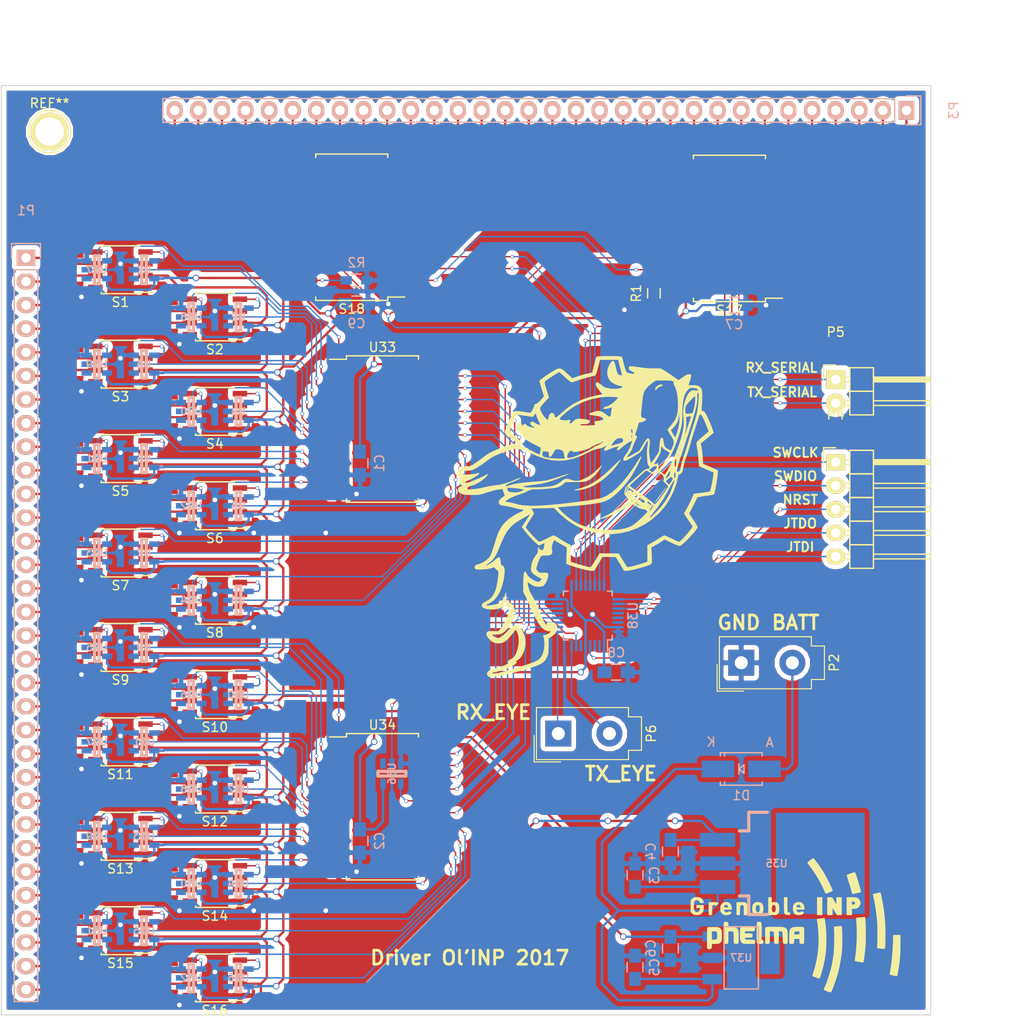
<source format=kicad_pcb>
(kicad_pcb (version 4) (host pcbnew 4.0.2+dfsg1-stable)
  (layers (0 F.Cu signal) (31 B.Cu signal hide) (34 B.Paste user) (35 F.Paste user) (36 B.SilkS user) (37 F.SilkS user) (38 B.Mask user) (39 F.Mask user) (44 Edge.Cuts user))
  (net 0 "")
  (net 1 "Net-(D1-Pad2)")
  (net 2 GND)
  (net 3 +3V3)
  (net 4 "Net-(C3-Pad1)")
  (net 5 +5V)
  (net 6 "Net-(R1-Pad2)")
  (net 7 "Net-(R2-Pad2)")
  (net 8 "Net-(S1-Pad4)")
  (net 9 "Net-(S1-Pad5)")
  (net 10 "Net-(P1-Pad1)")
  (net 11 "Net-(P1-Pad2)")
  (net 12 "Net-(S2-Pad4)")
  (net 13 "Net-(S2-Pad5)")
  (net 14 "Net-(P1-Pad3)")
  (net 15 "Net-(P1-Pad4)")
  (net 16 "Net-(S3-Pad4)")
  (net 17 "Net-(S3-Pad5)")
  (net 18 "Net-(P1-Pad5)")
  (net 19 "Net-(P1-Pad6)")
  (net 20 "Net-(S4-Pad4)")
  (net 21 "Net-(S4-Pad5)")
  (net 22 "Net-(P1-Pad7)")
  (net 23 "Net-(P1-Pad8)")
  (net 24 "Net-(S5-Pad4)")
  (net 25 "Net-(S5-Pad5)")
  (net 26 "Net-(P1-Pad9)")
  (net 27 "Net-(P1-Pad10)")
  (net 28 "Net-(S6-Pad4)")
  (net 29 "Net-(S6-Pad5)")
  (net 30 "Net-(P1-Pad11)")
  (net 31 "Net-(P1-Pad12)")
  (net 32 "Net-(S7-Pad4)")
  (net 33 "Net-(S7-Pad5)")
  (net 34 "Net-(P1-Pad13)")
  (net 35 "Net-(P1-Pad14)")
  (net 36 "Net-(S8-Pad4)")
  (net 37 "Net-(S8-Pad5)")
  (net 38 "Net-(P1-Pad15)")
  (net 39 "Net-(P1-Pad16)")
  (net 40 "Net-(S9-Pad4)")
  (net 41 "Net-(S9-Pad5)")
  (net 42 "Net-(P1-Pad17)")
  (net 43 "Net-(P1-Pad18)")
  (net 44 "Net-(S10-Pad4)")
  (net 45 "Net-(S10-Pad5)")
  (net 46 "Net-(P1-Pad19)")
  (net 47 "Net-(P1-Pad20)")
  (net 48 "Net-(S11-Pad4)")
  (net 49 "Net-(S11-Pad5)")
  (net 50 "Net-(P1-Pad21)")
  (net 51 "Net-(P1-Pad22)")
  (net 52 "Net-(S12-Pad4)")
  (net 53 "Net-(S12-Pad5)")
  (net 54 "Net-(P1-Pad23)")
  (net 55 "Net-(P1-Pad24)")
  (net 56 "Net-(S13-Pad4)")
  (net 57 "Net-(S13-Pad5)")
  (net 58 "Net-(P1-Pad25)")
  (net 59 "Net-(P1-Pad26)")
  (net 60 "Net-(S14-Pad4)")
  (net 61 "Net-(S14-Pad5)")
  (net 62 "Net-(P1-Pad27)")
  (net 63 "Net-(P1-Pad28)")
  (net 64 "Net-(S15-Pad4)")
  (net 65 "Net-(S15-Pad5)")
  (net 66 "Net-(P1-Pad29)")
  (net 67 "Net-(P1-Pad30)")
  (net 68 "Net-(S16-Pad4)")
  (net 69 "Net-(S16-Pad5)")
  (net 70 "Net-(P1-Pad31)")
  (net 71 "Net-(P1-Pad32)")
  (net 72 SERIAL_IN)
  (net 73 CLK_COL)
  (net 74 LATCH_COL)
  (net 75 "Net-(P3-Pad1)")
  (net 76 "Net-(P3-Pad2)")
  (net 77 "Net-(P3-Pad3)")
  (net 78 "Net-(P3-Pad4)")
  (net 79 "Net-(P3-Pad5)")
  (net 80 "Net-(P3-Pad6)")
  (net 81 "Net-(P3-Pad7)")
  (net 82 "Net-(P3-Pad8)")
  (net 83 "Net-(P3-Pad9)")
  (net 84 "Net-(P3-Pad10)")
  (net 85 "Net-(P3-Pad11)")
  (net 86 "Net-(P3-Pad12)")
  (net 87 "Net-(P3-Pad13)")
  (net 88 "Net-(P3-Pad14)")
  (net 89 "Net-(P3-Pad15)")
  (net 90 "Net-(P3-Pad16)")
  (net 91 BLANK)
  (net 92 "Net-(S17-Pad22)")
  (net 93 "Net-(P3-Pad17)")
  (net 94 "Net-(P3-Pad18)")
  (net 95 "Net-(P3-Pad19)")
  (net 96 "Net-(P3-Pad20)")
  (net 97 "Net-(P3-Pad21)")
  (net 98 "Net-(P3-Pad22)")
  (net 99 "Net-(P3-Pad23)")
  (net 100 "Net-(P3-Pad24)")
  (net 101 "Net-(P3-Pad25)")
  (net 102 "Net-(P3-Pad26)")
  (net 103 "Net-(P3-Pad27)")
  (net 104 "Net-(P3-Pad28)")
  (net 105 "Net-(P3-Pad29)")
  (net 106 "Net-(P3-Pad30)")
  (net 107 "Net-(P3-Pad31)")
  (net 108 "Net-(P3-Pad32)")
  (net 109 "Net-(U17-Pad2)")
  (net 110 "Net-(U1-Pad2)")
  (net 111 "Net-(U18-Pad2)")
  (net 112 "Net-(U2-Pad2)")
  (net 113 "Net-(U19-Pad2)")
  (net 114 "Net-(U3-Pad2)")
  (net 115 "Net-(U20-Pad2)")
  (net 116 "Net-(U33-Pad8)")
  (net 117 "Net-(U21-Pad2)")
  (net 118 "Net-(U33-Pad10)")
  (net 119 "Net-(U22-Pad2)")
  (net 120 "Net-(U33-Pad13)")
  (net 121 "Net-(U23-Pad2)")
  (net 122 "Net-(U33-Pad15)")
  (net 123 "Net-(U24-Pad2)")
  (net 124 "Net-(U33-Pad17)")
  (net 125 LINE_4)
  (net 126 DATA)
  (net 127 LINE_3)
  (net 128 LINE_2)
  (net 129 LINE_1)
  (net 130 LINE_0)
  (net 131 "Net-(U25-Pad2)")
  (net 132 "Net-(U34-Pad2)")
  (net 133 "Net-(U26-Pad2)")
  (net 134 "Net-(U10-Pad2)")
  (net 135 "Net-(U27-Pad2)")
  (net 136 "Net-(U11-Pad2)")
  (net 137 "Net-(U28-Pad2)")
  (net 138 "Net-(U12-Pad2)")
  (net 139 "Net-(U29-Pad2)")
  (net 140 "Net-(U13-Pad2)")
  (net 141 "Net-(U30-Pad2)")
  (net 142 "Net-(U14-Pad2)")
  (net 143 "Net-(U31-Pad2)")
  (net 144 "Net-(U15-Pad2)")
  (net 145 "Net-(U32-Pad2)")
  (net 146 "Net-(U16-Pad2)")
  (net 147 NRST)
  (net 148 TX_EYE)
  (net 149 RX_EYE)
  (net 150 TX_SERIAL)
  (net 151 RX_SERIAL)
  (net 152 SWDIO)
  (net 153 SWCLK)
  (net 154 JTDI)
  (net 155 JTDO)
  (net 156 "Net-(U34-Pad19)")
  (module Housings_SOIC:SOIC-24_7.5x15.4mm_Pitch1.27mm (layer F.Cu) (at 139.7 71.247 180)
    (fp_text reference S18 (at 0 -8.8 180) (layer F.SilkS))
    (fp_text value CAT4016)
    (pad 1 smd rect (at -4.7 -6.985 180) (size 2 0.6) (layers F.Cu F.Paste F.Mask) (net 2 GND))
    (pad 2 smd rect (at -4.7 -5.715 180) (size 2 0.6) (layers F.Cu F.Paste F.Mask) (net 92 "Net-(S17-Pad22)"))
    (pad 3 smd rect (at -4.7 -4.445 180) (size 2 0.6) (layers F.Cu F.Paste F.Mask) (net 73 CLK_COL))
    (pad 4 smd rect (at -4.7 -3.175 180) (size 2 0.6) (layers F.Cu F.Paste F.Mask) (net 74 LATCH_COL))
    (pad 5 smd rect (at -4.7 -1.905 180) (size 2 0.6) (layers F.Cu F.Paste F.Mask) (net 93 "Net-(P3-Pad17)"))
    (pad 6 smd rect (at -4.7 -0.635 180) (size 2 0.6) (layers F.Cu F.Paste F.Mask) (net 94 "Net-(P3-Pad18)"))
    (pad 7 smd rect (at -4.7 0.635 180) (size 2 0.6) (layers F.Cu F.Paste F.Mask) (net 95 "Net-(P3-Pad19)"))
    (pad 8 smd rect (at -4.7 1.905 180) (size 2 0.6) (layers F.Cu F.Paste F.Mask) (net 96 "Net-(P3-Pad20)"))
    (pad 9 smd rect (at -4.7 3.175 180) (size 2 0.6) (layers F.Cu F.Paste F.Mask) (net 97 "Net-(P3-Pad21)"))
    (pad 10 smd rect (at -4.7 4.445 180) (size 2 0.6) (layers F.Cu F.Paste F.Mask) (net 98 "Net-(P3-Pad22)"))
    (pad 11 smd rect (at -4.7 5.715 180) (size 2 0.6) (layers F.Cu F.Paste F.Mask) (net 99 "Net-(P3-Pad23)"))
    (pad 12 smd rect (at -4.7 6.985 180) (size 2 0.6) (layers F.Cu F.Paste F.Mask) (net 100 "Net-(P3-Pad24)"))
    (pad 13 smd rect (at 4.7 6.985 180) (size 2 0.6) (layers F.Cu F.Paste F.Mask) (net 101 "Net-(P3-Pad25)"))
    (pad 14 smd rect (at 4.7 5.715 180) (size 2 0.6) (layers F.Cu F.Paste F.Mask) (net 102 "Net-(P3-Pad26)"))
    (pad 15 smd rect (at 4.7 4.445 180) (size 2 0.6) (layers F.Cu F.Paste F.Mask) (net 103 "Net-(P3-Pad27)"))
    (pad 16 smd rect (at 4.7 3.175 180) (size 2 0.6) (layers F.Cu F.Paste F.Mask) (net 104 "Net-(P3-Pad28)"))
    (pad 17 smd rect (at 4.7 1.905 180) (size 2 0.6) (layers F.Cu F.Paste F.Mask) (net 105 "Net-(P3-Pad29)"))
    (pad 18 smd rect (at 4.7 0.635 180) (size 2 0.6) (layers F.Cu F.Paste F.Mask) (net 106 "Net-(P3-Pad30)"))
    (pad 19 smd rect (at 4.7 -0.635 180) (size 2 0.6) (layers F.Cu F.Paste F.Mask) (net 107 "Net-(P3-Pad31)"))
    (pad 20 smd rect (at 4.7 -1.905 180) (size 2 0.6) (layers F.Cu F.Paste F.Mask) (net 108 "Net-(P3-Pad32)"))
    (pad 21 smd rect (at 4.7 -3.175 180) (size 2 0.6) (layers F.Cu F.Paste F.Mask) (net 91 BLANK))
    (pad 22 smd rect (at 4.7 -4.445 180) (size 2 0.6) (layers F.Cu F.Paste F.Mask))
    (pad 23 smd rect (at 4.7 -5.715 180) (size 2 0.6) (layers F.Cu F.Paste F.Mask) (net 7 "Net-(R2-Pad2)"))
    (pad 24 smd rect (at 4.7 -6.985 180) (size 2 0.6) (layers F.Cu F.Paste F.Mask) (net 3 +3V3))
  )
  (module Housings_SOIC:SOIC-24_7.5x15.4mm_Pitch1.27mm (layer F.Cu) (at 180.34 71.374 180)
    (fp_text reference S17 (at 0 -8.8 180) (layer F.SilkS))
    (fp_text value CAT4016)
    (pad 1 smd rect (at -4.7 -6.985 180) (size 2 0.6) (layers F.Cu F.Paste F.Mask) (net 2 GND))
    (pad 2 smd rect (at -4.7 -5.715 180) (size 2 0.6) (layers F.Cu F.Paste F.Mask) (net 72 SERIAL_IN))
    (pad 3 smd rect (at -4.7 -4.445 180) (size 2 0.6) (layers F.Cu F.Paste F.Mask) (net 73 CLK_COL))
    (pad 4 smd rect (at -4.7 -3.175 180) (size 2 0.6) (layers F.Cu F.Paste F.Mask) (net 74 LATCH_COL))
    (pad 5 smd rect (at -4.7 -1.905 180) (size 2 0.6) (layers F.Cu F.Paste F.Mask) (net 75 "Net-(P3-Pad1)"))
    (pad 6 smd rect (at -4.7 -0.635 180) (size 2 0.6) (layers F.Cu F.Paste F.Mask) (net 76 "Net-(P3-Pad2)"))
    (pad 7 smd rect (at -4.7 0.635 180) (size 2 0.6) (layers F.Cu F.Paste F.Mask) (net 77 "Net-(P3-Pad3)"))
    (pad 8 smd rect (at -4.7 1.905 180) (size 2 0.6) (layers F.Cu F.Paste F.Mask) (net 78 "Net-(P3-Pad4)"))
    (pad 9 smd rect (at -4.7 3.175 180) (size 2 0.6) (layers F.Cu F.Paste F.Mask) (net 79 "Net-(P3-Pad5)"))
    (pad 10 smd rect (at -4.7 4.445 180) (size 2 0.6) (layers F.Cu F.Paste F.Mask) (net 80 "Net-(P3-Pad6)"))
    (pad 11 smd rect (at -4.7 5.715 180) (size 2 0.6) (layers F.Cu F.Paste F.Mask) (net 81 "Net-(P3-Pad7)"))
    (pad 12 smd rect (at -4.7 6.985 180) (size 2 0.6) (layers F.Cu F.Paste F.Mask) (net 82 "Net-(P3-Pad8)"))
    (pad 13 smd rect (at 4.7 6.985 180) (size 2 0.6) (layers F.Cu F.Paste F.Mask) (net 83 "Net-(P3-Pad9)"))
    (pad 14 smd rect (at 4.7 5.715 180) (size 2 0.6) (layers F.Cu F.Paste F.Mask) (net 84 "Net-(P3-Pad10)"))
    (pad 15 smd rect (at 4.7 4.445 180) (size 2 0.6) (layers F.Cu F.Paste F.Mask) (net 85 "Net-(P3-Pad11)"))
    (pad 16 smd rect (at 4.7 3.175 180) (size 2 0.6) (layers F.Cu F.Paste F.Mask) (net 86 "Net-(P3-Pad12)"))
    (pad 17 smd rect (at 4.7 1.905 180) (size 2 0.6) (layers F.Cu F.Paste F.Mask) (net 87 "Net-(P3-Pad13)"))
    (pad 18 smd rect (at 4.7 0.635 180) (size 2 0.6) (layers F.Cu F.Paste F.Mask) (net 88 "Net-(P3-Pad14)"))
    (pad 19 smd rect (at 4.7 -0.635 180) (size 2 0.6) (layers F.Cu F.Paste F.Mask) (net 89 "Net-(P3-Pad15)"))
    (pad 20 smd rect (at 4.7 -1.905 180) (size 2 0.6) (layers F.Cu F.Paste F.Mask) (net 90 "Net-(P3-Pad16)"))
    (pad 21 smd rect (at 4.7 -3.175 180) (size 2 0.6) (layers F.Cu F.Paste F.Mask) (net 91 BLANK))
    (pad 22 smd rect (at 4.7 -4.445 180) (size 2 0.6) (layers F.Cu F.Paste F.Mask) (net 92 "Net-(S17-Pad22)"))
    (pad 23 smd rect (at 4.7 -5.715 180) (size 2 0.6) (layers F.Cu F.Paste F.Mask) (net 6 "Net-(R1-Pad2)"))
    (pad 24 smd rect (at 4.7 -6.985 180) (size 2 0.6) (layers F.Cu F.Paste F.Mask) (net 3 +3V3))
  )
  (module Housings_QFP:LQFP-32_5x5mm_Pitch0.5mm (layer B.Cu) (at 165.1 113.03 90)
    (fp_text reference U38 (at 0 4.85 90) (layer B.SilkS) (effects (justify mirror)))
    (fp_text value STM32F303K8)
    (pad 1 smd rect (at -3.25 1.75 90) (size 1.2 0.28) (layers B.Cu B.Paste B.Mask) (net 3 +3V3))
    (pad 2 smd rect (at -3.25 1.25 90) (size 1.2 0.28) (layers B.Cu B.Paste B.Mask))
    (pad 3 smd rect (at -3.25 0.75 90) (size 1.2 0.28) (layers B.Cu B.Paste B.Mask))
    (pad 4 smd rect (at -3.25 0.25 90) (size 1.2 0.28) (layers B.Cu B.Paste B.Mask) (net 147 NRST))
    (pad 5 smd rect (at -3.25 -0.25 90) (size 1.2 0.28) (layers B.Cu B.Paste B.Mask) (net 3 +3V3))
    (pad 6 smd rect (at -3.25 -0.75 90) (size 1.2 0.28) (layers B.Cu B.Paste B.Mask))
    (pad 7 smd rect (at -3.25 -1.25 90) (size 1.2 0.28) (layers B.Cu B.Paste B.Mask) (net 91 BLANK))
    (pad 8 smd rect (at -3.25 -1.75 90) (size 1.2 0.28) (layers B.Cu B.Paste B.Mask) (net 148 TX_EYE))
    (pad 9 smd rect (at -1.75 -3.25) (size 1.2 0.28) (layers B.Cu B.Paste B.Mask) (net 149 RX_EYE))
    (pad 10 smd rect (at -1.25 -3.25) (size 1.2 0.28) (layers B.Cu B.Paste B.Mask) (net 126 DATA))
    (pad 11 smd rect (at -0.75 -3.25) (size 1.2 0.28) (layers B.Cu B.Paste B.Mask) (net 125 LINE_4))
    (pad 12 smd rect (at -0.25 -3.25) (size 1.2 0.28) (layers B.Cu B.Paste B.Mask) (net 127 LINE_3))
    (pad 13 smd rect (at 0.25 -3.25) (size 1.2 0.28) (layers B.Cu B.Paste B.Mask) (net 128 LINE_2))
    (pad 14 smd rect (at 0.75 -3.25) (size 1.2 0.28) (layers B.Cu B.Paste B.Mask) (net 129 LINE_1))
    (pad 15 smd rect (at 1.25 -3.25) (size 1.2 0.28) (layers B.Cu B.Paste B.Mask) (net 130 LINE_0))
    (pad 16 smd rect (at 1.75 -3.25) (size 1.2 0.28) (layers B.Cu B.Paste B.Mask) (net 2 GND))
    (pad 17 smd rect (at 3.25 -1.75 90) (size 1.2 0.28) (layers B.Cu B.Paste B.Mask) (net 3 +3V3))
    (pad 18 smd rect (at 3.25 -1.25 90) (size 1.2 0.28) (layers B.Cu B.Paste B.Mask) (net 150 TX_SERIAL))
    (pad 19 smd rect (at 3.25 -0.75 90) (size 1.2 0.28) (layers B.Cu B.Paste B.Mask) (net 151 RX_SERIAL))
    (pad 20 smd rect (at 3.25 -0.25 90) (size 1.2 0.28) (layers B.Cu B.Paste B.Mask) (net 72 SERIAL_IN))
    (pad 21 smd rect (at 3.25 0.25 90) (size 1.2 0.28) (layers B.Cu B.Paste B.Mask) (net 73 CLK_COL))
    (pad 22 smd rect (at 3.25 0.75 90) (size 1.2 0.28) (layers B.Cu B.Paste B.Mask) (net 74 LATCH_COL))
    (pad 23 smd rect (at 3.25 1.25 90) (size 1.2 0.28) (layers B.Cu B.Paste B.Mask) (net 152 SWDIO))
    (pad 24 smd rect (at 3.25 1.75 90) (size 1.2 0.28) (layers B.Cu B.Paste B.Mask) (net 153 SWCLK))
    (pad 25 smd rect (at 1.75 3.25) (size 1.2 0.28) (layers B.Cu B.Paste B.Mask) (net 154 JTDI))
    (pad 26 smd rect (at 1.25 3.25) (size 1.2 0.28) (layers B.Cu B.Paste B.Mask) (net 155 JTDO))
    (pad 27 smd rect (at 0.75 3.25) (size 1.2 0.28) (layers B.Cu B.Paste B.Mask) (net 147 NRST))
    (pad 28 smd rect (at 0.25 3.25) (size 1.2 0.28) (layers B.Cu B.Paste B.Mask))
    (pad 29 smd rect (at -0.25 3.25) (size 1.2 0.28) (layers B.Cu B.Paste B.Mask))
    (pad 30 smd rect (at -0.75 3.25) (size 1.2 0.28) (layers B.Cu B.Paste B.Mask))
    (pad 31 smd rect (at -1.25 3.25) (size 1.2 0.28) (layers B.Cu B.Paste B.Mask) (net 2 GND))
    (pad 32 smd rect (at -1.75 3.25) (size 1.2 0.28) (layers B.Cu B.Paste B.Mask) (net 2 GND))
  )
  (module misc:SOT-23-5 (layer B.Cu) (at 112.268 75.819)
    (fp_text reference U17 (at 0 0) (layer B.SilkS) (effects (font (size 0.8 0.8)) (justify mirror)))
    (fp_text value 74AHC1G)
    (pad 1 smd rect (at -1.1 0.95) (size 1.1 0.6) (layers B.Cu B.Paste B.Mask))
    (pad 3 smd rect (at -1.1 -0.95) (size 1.1 0.6) (layers B.Cu B.Paste B.Mask) (net 2 GND))
    (pad 2 smd rect (at -1.1 0) (size 1.1 0.6) (layers B.Cu B.Paste B.Mask) (net 109 "Net-(U17-Pad2)"))
    (pad 4 smd rect (at 1.1 -0.95) (size 1.1 0.6) (layers B.Cu B.Paste B.Mask) (net 9 "Net-(S1-Pad5)"))
    (pad 5 smd rect (at 1.1 0.95) (size 1.1 0.6) (layers B.Cu B.Paste B.Mask) (net 3 +3V3))
  )
  (module Capacitors_SMD:C_0805_HandSoldering (layer B.Cu) (at 140.589 96.647 90)
    (fp_text reference C1 (at 0 2.1 90) (layer B.SilkS) (effects (justify mirror)))
    (fp_text value 100nF)
    (pad 1 smd rect (at -1.25 0 90) (size 1.5 1.25) (layers B.Cu B.Paste B.Mask) (net 2 GND))
    (pad 2 smd rect (at 1.25 0 90) (size 1.5 1.25) (layers B.Cu B.Paste B.Mask) (net 3 +3V3))
  )
  (module Capacitors_SMD:C_0805_HandSoldering (layer B.Cu) (at 140.589 137.287 90)
    (fp_text reference C2 (at 0 2.1 90) (layer B.SilkS) (effects (justify mirror)))
    (fp_text value 100nF)
    (pad 1 smd rect (at -1.25 0 90) (size 1.5 1.25) (layers B.Cu B.Paste B.Mask) (net 2 GND))
    (pad 2 smd rect (at 1.25 0 90) (size 1.5 1.25) (layers B.Cu B.Paste B.Mask) (net 3 +3V3))
  )
  (module Capacitors_SMD:C_0805_HandSoldering (layer B.Cu) (at 170.18 140.97 90)
    (fp_text reference C3 (at 0 2.1 90) (layer B.SilkS) (effects (justify mirror)))
    (fp_text value 150nF)
    (pad 1 smd rect (at -1.25 0 90) (size 1.5 1.25) (layers B.Cu B.Paste B.Mask) (net 4 "Net-(C3-Pad1)"))
    (pad 2 smd rect (at 1.25 0 90) (size 1.5 1.25) (layers B.Cu B.Paste B.Mask) (net 2 GND))
  )
  (module Capacitors_SMD:C_0805_HandSoldering (layer B.Cu) (at 173.99 138.43 270)
    (fp_text reference C4 (at 0 2.1 270) (layer B.SilkS) (effects (justify mirror)))
    (fp_text value 100nF)
    (pad 1 smd rect (at -1.25 0 270) (size 1.5 1.25) (layers B.Cu B.Paste B.Mask) (net 5 +5V))
    (pad 2 smd rect (at 1.25 0 270) (size 1.5 1.25) (layers B.Cu B.Paste B.Mask) (net 2 GND))
  )
  (module Capacitors_SMD:C_0805_HandSoldering (layer B.Cu) (at 170.18 150.876 90)
    (fp_text reference C5 (at 0 2.1 90) (layer B.SilkS) (effects (justify mirror)))
    (fp_text value 150nF)
    (pad 1 smd rect (at -1.25 0 90) (size 1.5 1.25) (layers B.Cu B.Paste B.Mask) (net 4 "Net-(C3-Pad1)"))
    (pad 2 smd rect (at 1.25 0 90) (size 1.5 1.25) (layers B.Cu B.Paste B.Mask) (net 2 GND))
  )
  (module Capacitors_SMD:C_0805_HandSoldering (layer B.Cu) (at 173.99 148.844 270)
    (fp_text reference C6 (at 0 2.1 270) (layer B.SilkS) (effects (justify mirror)))
    (fp_text value 100nF)
    (pad 1 smd rect (at -1.25 0 270) (size 1.5 1.25) (layers B.Cu B.Paste B.Mask) (net 3 +3V3))
    (pad 2 smd rect (at 1.25 0 270) (size 1.5 1.25) (layers B.Cu B.Paste B.Mask) (net 2 GND))
  )
  (module Capacitors_SMD:C_0805_HandSoldering (layer B.Cu) (at 180.848 79.629)
    (fp_text reference C7 (at 0 2.1) (layer B.SilkS) (effects (justify mirror)))
    (fp_text value 100nF)
    (pad 1 smd rect (at -1.25 0) (size 1.5 1.25) (layers B.Cu B.Paste B.Mask) (net 3 +3V3))
    (pad 2 smd rect (at 1.25 0) (size 1.5 1.25) (layers B.Cu B.Paste B.Mask) (net 2 GND))
  )
  (module Capacitors_SMD:C_0805_HandSoldering (layer B.Cu) (at 168.148 119.126 180)
    (fp_text reference C8 (at 0 2.1 180) (layer B.SilkS) (effects (justify mirror)))
    (fp_text value 100nF)
    (pad 1 smd rect (at -1.25 0 180) (size 1.5 1.25) (layers B.Cu B.Paste B.Mask) (net 2 GND))
    (pad 2 smd rect (at 1.25 0 180) (size 1.5 1.25) (layers B.Cu B.Paste B.Mask) (net 3 +3V3))
  )
  (module Capacitors_SMD:C_0805_HandSoldering (layer B.Cu) (at 140.208 79.502)
    (fp_text reference C9 (at 0 2.1) (layer B.SilkS) (effects (justify mirror)))
    (fp_text value 100nF)
    (pad 1 smd rect (at -1.25 0) (size 1.5 1.25) (layers B.Cu B.Paste B.Mask) (net 3 +3V3))
    (pad 2 smd rect (at 1.25 0) (size 1.5 1.25) (layers B.Cu B.Paste B.Mask) (net 2 GND))
  )
  (module Resistors_SMD:R_0603_HandSoldering (layer F.Cu) (at 172.212 78.359 90)
    (fp_text reference R1 (at 0 -1.9 90) (layer F.SilkS))
    (fp_text value R)
    (pad 1 smd rect (at -1.1 0 90) (size 1.2 0.9) (layers F.Cu F.Paste F.Mask) (net 2 GND))
    (pad 2 smd rect (at 1.1 0 90) (size 1.2 0.9) (layers F.Cu F.Paste F.Mask) (net 6 "Net-(R1-Pad2)"))
  )
  (module Resistors_SMD:R_0603_HandSoldering (layer B.Cu) (at 140.208 76.962 180)
    (fp_text reference R2 (at 0 1.9 180) (layer B.SilkS) (effects (justify mirror)))
    (fp_text value R)
    (pad 1 smd rect (at -1.1 0 180) (size 1.2 0.9) (layers B.Cu B.Paste B.Mask) (net 2 GND))
    (pad 2 smd rect (at 1.1 0 180) (size 1.2 0.9) (layers B.Cu B.Paste B.Mask) (net 7 "Net-(R2-Pad2)"))
  )
  (module Housings_SOIC:SOIC-8_3.9x4.9mm_Pitch1.27mm (layer F.Cu) (at 114.808 75.819 180)
    (fp_text reference S1 (at 0 -3.5 180) (layer F.SilkS))
    (fp_text value TPS2080)
    (pad 1 smd rect (at -2.7 -1.905 180) (size 1.55 0.6) (layers F.Cu F.Paste F.Mask) (net 2 GND))
    (pad 2 smd rect (at -2.7 -0.635 180) (size 1.55 0.6) (layers F.Cu F.Paste F.Mask) (net 5 +5V))
    (pad 3 smd rect (at -2.7 0.635 180) (size 1.55 0.6) (layers F.Cu F.Paste F.Mask) (net 5 +5V))
    (pad 4 smd rect (at -2.7 1.905 180) (size 1.55 0.6) (layers F.Cu F.Paste F.Mask) (net 8 "Net-(S1-Pad4)"))
    (pad 5 smd rect (at 2.7 1.905 180) (size 1.55 0.6) (layers F.Cu F.Paste F.Mask) (net 9 "Net-(S1-Pad5)"))
    (pad 6 smd rect (at 2.7 0.635 180) (size 1.55 0.6) (layers F.Cu F.Paste F.Mask) (net 10 "Net-(P1-Pad1)"))
    (pad 7 smd rect (at 2.7 -0.635 180) (size 1.55 0.6) (layers F.Cu F.Paste F.Mask) (net 11 "Net-(P1-Pad2)"))
    (pad 8 smd rect (at 2.7 -1.905 180) (size 1.55 0.6) (layers F.Cu F.Paste F.Mask))
  )
  (module Housings_SOIC:SOIC-8_3.9x4.9mm_Pitch1.27mm (layer F.Cu) (at 124.968 80.899 180)
    (fp_text reference S2 (at 0 -3.5 180) (layer F.SilkS))
    (fp_text value TPS2080)
    (pad 1 smd rect (at -2.7 -1.905 180) (size 1.55 0.6) (layers F.Cu F.Paste F.Mask) (net 2 GND))
    (pad 2 smd rect (at -2.7 -0.635 180) (size 1.55 0.6) (layers F.Cu F.Paste F.Mask) (net 5 +5V))
    (pad 3 smd rect (at -2.7 0.635 180) (size 1.55 0.6) (layers F.Cu F.Paste F.Mask) (net 5 +5V))
    (pad 4 smd rect (at -2.7 1.905 180) (size 1.55 0.6) (layers F.Cu F.Paste F.Mask) (net 12 "Net-(S2-Pad4)"))
    (pad 5 smd rect (at 2.7 1.905 180) (size 1.55 0.6) (layers F.Cu F.Paste F.Mask) (net 13 "Net-(S2-Pad5)"))
    (pad 6 smd rect (at 2.7 0.635 180) (size 1.55 0.6) (layers F.Cu F.Paste F.Mask) (net 14 "Net-(P1-Pad3)"))
    (pad 7 smd rect (at 2.7 -0.635 180) (size 1.55 0.6) (layers F.Cu F.Paste F.Mask) (net 15 "Net-(P1-Pad4)"))
    (pad 8 smd rect (at 2.7 -1.905 180) (size 1.55 0.6) (layers F.Cu F.Paste F.Mask))
  )
  (module Housings_SOIC:SOIC-8_3.9x4.9mm_Pitch1.27mm (layer F.Cu) (at 114.808 85.979 180)
    (fp_text reference S3 (at 0 -3.5 180) (layer F.SilkS))
    (fp_text value TPS2080)
    (pad 1 smd rect (at -2.7 -1.905 180) (size 1.55 0.6) (layers F.Cu F.Paste F.Mask) (net 2 GND))
    (pad 2 smd rect (at -2.7 -0.635 180) (size 1.55 0.6) (layers F.Cu F.Paste F.Mask) (net 5 +5V))
    (pad 3 smd rect (at -2.7 0.635 180) (size 1.55 0.6) (layers F.Cu F.Paste F.Mask) (net 5 +5V))
    (pad 4 smd rect (at -2.7 1.905 180) (size 1.55 0.6) (layers F.Cu F.Paste F.Mask) (net 16 "Net-(S3-Pad4)"))
    (pad 5 smd rect (at 2.7 1.905 180) (size 1.55 0.6) (layers F.Cu F.Paste F.Mask) (net 17 "Net-(S3-Pad5)"))
    (pad 6 smd rect (at 2.7 0.635 180) (size 1.55 0.6) (layers F.Cu F.Paste F.Mask) (net 18 "Net-(P1-Pad5)"))
    (pad 7 smd rect (at 2.7 -0.635 180) (size 1.55 0.6) (layers F.Cu F.Paste F.Mask) (net 19 "Net-(P1-Pad6)"))
    (pad 8 smd rect (at 2.7 -1.905 180) (size 1.55 0.6) (layers F.Cu F.Paste F.Mask))
  )
  (module Housings_SOIC:SOIC-8_3.9x4.9mm_Pitch1.27mm (layer F.Cu) (at 124.968 91.059 180)
    (fp_text reference S4 (at 0 -3.5 180) (layer F.SilkS))
    (fp_text value TPS2080)
    (pad 1 smd rect (at -2.7 -1.905 180) (size 1.55 0.6) (layers F.Cu F.Paste F.Mask) (net 2 GND))
    (pad 2 smd rect (at -2.7 -0.635 180) (size 1.55 0.6) (layers F.Cu F.Paste F.Mask) (net 5 +5V))
    (pad 3 smd rect (at -2.7 0.635 180) (size 1.55 0.6) (layers F.Cu F.Paste F.Mask) (net 5 +5V))
    (pad 4 smd rect (at -2.7 1.905 180) (size 1.55 0.6) (layers F.Cu F.Paste F.Mask) (net 20 "Net-(S4-Pad4)"))
    (pad 5 smd rect (at 2.7 1.905 180) (size 1.55 0.6) (layers F.Cu F.Paste F.Mask) (net 21 "Net-(S4-Pad5)"))
    (pad 6 smd rect (at 2.7 0.635 180) (size 1.55 0.6) (layers F.Cu F.Paste F.Mask) (net 22 "Net-(P1-Pad7)"))
    (pad 7 smd rect (at 2.7 -0.635 180) (size 1.55 0.6) (layers F.Cu F.Paste F.Mask) (net 23 "Net-(P1-Pad8)"))
    (pad 8 smd rect (at 2.7 -1.905 180) (size 1.55 0.6) (layers F.Cu F.Paste F.Mask))
  )
  (module Housings_SOIC:SOIC-8_3.9x4.9mm_Pitch1.27mm (layer F.Cu) (at 114.808 96.139 180)
    (fp_text reference S5 (at 0 -3.5 180) (layer F.SilkS))
    (fp_text value TPS2080)
    (pad 1 smd rect (at -2.7 -1.905 180) (size 1.55 0.6) (layers F.Cu F.Paste F.Mask) (net 2 GND))
    (pad 2 smd rect (at -2.7 -0.635 180) (size 1.55 0.6) (layers F.Cu F.Paste F.Mask) (net 5 +5V))
    (pad 3 smd rect (at -2.7 0.635 180) (size 1.55 0.6) (layers F.Cu F.Paste F.Mask) (net 5 +5V))
    (pad 4 smd rect (at -2.7 1.905 180) (size 1.55 0.6) (layers F.Cu F.Paste F.Mask) (net 24 "Net-(S5-Pad4)"))
    (pad 5 smd rect (at 2.7 1.905 180) (size 1.55 0.6) (layers F.Cu F.Paste F.Mask) (net 25 "Net-(S5-Pad5)"))
    (pad 6 smd rect (at 2.7 0.635 180) (size 1.55 0.6) (layers F.Cu F.Paste F.Mask) (net 26 "Net-(P1-Pad9)"))
    (pad 7 smd rect (at 2.7 -0.635 180) (size 1.55 0.6) (layers F.Cu F.Paste F.Mask) (net 27 "Net-(P1-Pad10)"))
    (pad 8 smd rect (at 2.7 -1.905 180) (size 1.55 0.6) (layers F.Cu F.Paste F.Mask))
  )
  (module Housings_SOIC:SOIC-8_3.9x4.9mm_Pitch1.27mm (layer F.Cu) (at 124.968 101.219 180)
    (fp_text reference S6 (at 0 -3.5 180) (layer F.SilkS))
    (fp_text value TPS2080)
    (pad 1 smd rect (at -2.7 -1.905 180) (size 1.55 0.6) (layers F.Cu F.Paste F.Mask) (net 2 GND))
    (pad 2 smd rect (at -2.7 -0.635 180) (size 1.55 0.6) (layers F.Cu F.Paste F.Mask) (net 5 +5V))
    (pad 3 smd rect (at -2.7 0.635 180) (size 1.55 0.6) (layers F.Cu F.Paste F.Mask) (net 5 +5V))
    (pad 4 smd rect (at -2.7 1.905 180) (size 1.55 0.6) (layers F.Cu F.Paste F.Mask) (net 28 "Net-(S6-Pad4)"))
    (pad 5 smd rect (at 2.7 1.905 180) (size 1.55 0.6) (layers F.Cu F.Paste F.Mask) (net 29 "Net-(S6-Pad5)"))
    (pad 6 smd rect (at 2.7 0.635 180) (size 1.55 0.6) (layers F.Cu F.Paste F.Mask) (net 30 "Net-(P1-Pad11)"))
    (pad 7 smd rect (at 2.7 -0.635 180) (size 1.55 0.6) (layers F.Cu F.Paste F.Mask) (net 31 "Net-(P1-Pad12)"))
    (pad 8 smd rect (at 2.7 -1.905 180) (size 1.55 0.6) (layers F.Cu F.Paste F.Mask))
  )
  (module Housings_SOIC:SOIC-8_3.9x4.9mm_Pitch1.27mm (layer F.Cu) (at 114.808 106.299 180)
    (fp_text reference S7 (at 0 -3.5 180) (layer F.SilkS))
    (fp_text value TPS2080)
    (pad 1 smd rect (at -2.7 -1.905 180) (size 1.55 0.6) (layers F.Cu F.Paste F.Mask) (net 2 GND))
    (pad 2 smd rect (at -2.7 -0.635 180) (size 1.55 0.6) (layers F.Cu F.Paste F.Mask) (net 5 +5V))
    (pad 3 smd rect (at -2.7 0.635 180) (size 1.55 0.6) (layers F.Cu F.Paste F.Mask) (net 5 +5V))
    (pad 4 smd rect (at -2.7 1.905 180) (size 1.55 0.6) (layers F.Cu F.Paste F.Mask) (net 32 "Net-(S7-Pad4)"))
    (pad 5 smd rect (at 2.7 1.905 180) (size 1.55 0.6) (layers F.Cu F.Paste F.Mask) (net 33 "Net-(S7-Pad5)"))
    (pad 6 smd rect (at 2.7 0.635 180) (size 1.55 0.6) (layers F.Cu F.Paste F.Mask) (net 34 "Net-(P1-Pad13)"))
    (pad 7 smd rect (at 2.7 -0.635 180) (size 1.55 0.6) (layers F.Cu F.Paste F.Mask) (net 35 "Net-(P1-Pad14)"))
    (pad 8 smd rect (at 2.7 -1.905 180) (size 1.55 0.6) (layers F.Cu F.Paste F.Mask))
  )
  (module Housings_SOIC:SOIC-8_3.9x4.9mm_Pitch1.27mm (layer F.Cu) (at 124.968 111.379 180)
    (fp_text reference S8 (at 0 -3.5 180) (layer F.SilkS))
    (fp_text value TPS2080)
    (pad 1 smd rect (at -2.7 -1.905 180) (size 1.55 0.6) (layers F.Cu F.Paste F.Mask) (net 2 GND))
    (pad 2 smd rect (at -2.7 -0.635 180) (size 1.55 0.6) (layers F.Cu F.Paste F.Mask) (net 5 +5V))
    (pad 3 smd rect (at -2.7 0.635 180) (size 1.55 0.6) (layers F.Cu F.Paste F.Mask) (net 5 +5V))
    (pad 4 smd rect (at -2.7 1.905 180) (size 1.55 0.6) (layers F.Cu F.Paste F.Mask) (net 36 "Net-(S8-Pad4)"))
    (pad 5 smd rect (at 2.7 1.905 180) (size 1.55 0.6) (layers F.Cu F.Paste F.Mask) (net 37 "Net-(S8-Pad5)"))
    (pad 6 smd rect (at 2.7 0.635 180) (size 1.55 0.6) (layers F.Cu F.Paste F.Mask) (net 38 "Net-(P1-Pad15)"))
    (pad 7 smd rect (at 2.7 -0.635 180) (size 1.55 0.6) (layers F.Cu F.Paste F.Mask) (net 39 "Net-(P1-Pad16)"))
    (pad 8 smd rect (at 2.7 -1.905 180) (size 1.55 0.6) (layers F.Cu F.Paste F.Mask))
  )
  (module Housings_SOIC:SOIC-8_3.9x4.9mm_Pitch1.27mm (layer F.Cu) (at 114.808 116.459 180)
    (fp_text reference S9 (at 0 -3.5 180) (layer F.SilkS))
    (fp_text value TPS2080)
    (pad 1 smd rect (at -2.7 -1.905 180) (size 1.55 0.6) (layers F.Cu F.Paste F.Mask) (net 2 GND))
    (pad 2 smd rect (at -2.7 -0.635 180) (size 1.55 0.6) (layers F.Cu F.Paste F.Mask) (net 5 +5V))
    (pad 3 smd rect (at -2.7 0.635 180) (size 1.55 0.6) (layers F.Cu F.Paste F.Mask) (net 5 +5V))
    (pad 4 smd rect (at -2.7 1.905 180) (size 1.55 0.6) (layers F.Cu F.Paste F.Mask) (net 40 "Net-(S9-Pad4)"))
    (pad 5 smd rect (at 2.7 1.905 180) (size 1.55 0.6) (layers F.Cu F.Paste F.Mask) (net 41 "Net-(S9-Pad5)"))
    (pad 6 smd rect (at 2.7 0.635 180) (size 1.55 0.6) (layers F.Cu F.Paste F.Mask) (net 42 "Net-(P1-Pad17)"))
    (pad 7 smd rect (at 2.7 -0.635 180) (size 1.55 0.6) (layers F.Cu F.Paste F.Mask) (net 43 "Net-(P1-Pad18)"))
    (pad 8 smd rect (at 2.7 -1.905 180) (size 1.55 0.6) (layers F.Cu F.Paste F.Mask))
  )
  (module Housings_SOIC:SOIC-8_3.9x4.9mm_Pitch1.27mm (layer F.Cu) (at 124.968 121.539 180)
    (fp_text reference S10 (at 0 -3.5 180) (layer F.SilkS))
    (fp_text value TPS2080)
    (pad 1 smd rect (at -2.7 -1.905 180) (size 1.55 0.6) (layers F.Cu F.Paste F.Mask) (net 2 GND))
    (pad 2 smd rect (at -2.7 -0.635 180) (size 1.55 0.6) (layers F.Cu F.Paste F.Mask) (net 5 +5V))
    (pad 3 smd rect (at -2.7 0.635 180) (size 1.55 0.6) (layers F.Cu F.Paste F.Mask) (net 5 +5V))
    (pad 4 smd rect (at -2.7 1.905 180) (size 1.55 0.6) (layers F.Cu F.Paste F.Mask) (net 44 "Net-(S10-Pad4)"))
    (pad 5 smd rect (at 2.7 1.905 180) (size 1.55 0.6) (layers F.Cu F.Paste F.Mask) (net 45 "Net-(S10-Pad5)"))
    (pad 6 smd rect (at 2.7 0.635 180) (size 1.55 0.6) (layers F.Cu F.Paste F.Mask) (net 46 "Net-(P1-Pad19)"))
    (pad 7 smd rect (at 2.7 -0.635 180) (size 1.55 0.6) (layers F.Cu F.Paste F.Mask) (net 47 "Net-(P1-Pad20)"))
    (pad 8 smd rect (at 2.7 -1.905 180) (size 1.55 0.6) (layers F.Cu F.Paste F.Mask))
  )
  (module Housings_SOIC:SOIC-8_3.9x4.9mm_Pitch1.27mm (layer F.Cu) (at 114.808 126.619 180)
    (fp_text reference S11 (at 0 -3.5 180) (layer F.SilkS))
    (fp_text value TPS2080)
    (pad 1 smd rect (at -2.7 -1.905 180) (size 1.55 0.6) (layers F.Cu F.Paste F.Mask) (net 2 GND))
    (pad 2 smd rect (at -2.7 -0.635 180) (size 1.55 0.6) (layers F.Cu F.Paste F.Mask) (net 5 +5V))
    (pad 3 smd rect (at -2.7 0.635 180) (size 1.55 0.6) (layers F.Cu F.Paste F.Mask) (net 5 +5V))
    (pad 4 smd rect (at -2.7 1.905 180) (size 1.55 0.6) (layers F.Cu F.Paste F.Mask) (net 48 "Net-(S11-Pad4)"))
    (pad 5 smd rect (at 2.7 1.905 180) (size 1.55 0.6) (layers F.Cu F.Paste F.Mask) (net 49 "Net-(S11-Pad5)"))
    (pad 6 smd rect (at 2.7 0.635 180) (size 1.55 0.6) (layers F.Cu F.Paste F.Mask) (net 50 "Net-(P1-Pad21)"))
    (pad 7 smd rect (at 2.7 -0.635 180) (size 1.55 0.6) (layers F.Cu F.Paste F.Mask) (net 51 "Net-(P1-Pad22)"))
    (pad 8 smd rect (at 2.7 -1.905 180) (size 1.55 0.6) (layers F.Cu F.Paste F.Mask))
  )
  (module Housings_SOIC:SOIC-8_3.9x4.9mm_Pitch1.27mm (layer F.Cu) (at 124.968 131.699 180)
    (fp_text reference S12 (at 0 -3.5 180) (layer F.SilkS))
    (fp_text value TPS2080)
    (pad 1 smd rect (at -2.7 -1.905 180) (size 1.55 0.6) (layers F.Cu F.Paste F.Mask) (net 2 GND))
    (pad 2 smd rect (at -2.7 -0.635 180) (size 1.55 0.6) (layers F.Cu F.Paste F.Mask) (net 5 +5V))
    (pad 3 smd rect (at -2.7 0.635 180) (size 1.55 0.6) (layers F.Cu F.Paste F.Mask) (net 5 +5V))
    (pad 4 smd rect (at -2.7 1.905 180) (size 1.55 0.6) (layers F.Cu F.Paste F.Mask) (net 52 "Net-(S12-Pad4)"))
    (pad 5 smd rect (at 2.7 1.905 180) (size 1.55 0.6) (layers F.Cu F.Paste F.Mask) (net 53 "Net-(S12-Pad5)"))
    (pad 6 smd rect (at 2.7 0.635 180) (size 1.55 0.6) (layers F.Cu F.Paste F.Mask) (net 54 "Net-(P1-Pad23)"))
    (pad 7 smd rect (at 2.7 -0.635 180) (size 1.55 0.6) (layers F.Cu F.Paste F.Mask) (net 55 "Net-(P1-Pad24)"))
    (pad 8 smd rect (at 2.7 -1.905 180) (size 1.55 0.6) (layers F.Cu F.Paste F.Mask))
  )
  (module Housings_SOIC:SOIC-8_3.9x4.9mm_Pitch1.27mm (layer F.Cu) (at 114.808 136.779 180)
    (fp_text reference S13 (at 0 -3.5 180) (layer F.SilkS))
    (fp_text value TPS2080)
    (pad 1 smd rect (at -2.7 -1.905 180) (size 1.55 0.6) (layers F.Cu F.Paste F.Mask) (net 2 GND))
    (pad 2 smd rect (at -2.7 -0.635 180) (size 1.55 0.6) (layers F.Cu F.Paste F.Mask) (net 5 +5V))
    (pad 3 smd rect (at -2.7 0.635 180) (size 1.55 0.6) (layers F.Cu F.Paste F.Mask) (net 5 +5V))
    (pad 4 smd rect (at -2.7 1.905 180) (size 1.55 0.6) (layers F.Cu F.Paste F.Mask) (net 56 "Net-(S13-Pad4)"))
    (pad 5 smd rect (at 2.7 1.905 180) (size 1.55 0.6) (layers F.Cu F.Paste F.Mask) (net 57 "Net-(S13-Pad5)"))
    (pad 6 smd rect (at 2.7 0.635 180) (size 1.55 0.6) (layers F.Cu F.Paste F.Mask) (net 58 "Net-(P1-Pad25)"))
    (pad 7 smd rect (at 2.7 -0.635 180) (size 1.55 0.6) (layers F.Cu F.Paste F.Mask) (net 59 "Net-(P1-Pad26)"))
    (pad 8 smd rect (at 2.7 -1.905 180) (size 1.55 0.6) (layers F.Cu F.Paste F.Mask))
  )
  (module Housings_SOIC:SOIC-8_3.9x4.9mm_Pitch1.27mm (layer F.Cu) (at 124.968 141.859 180)
    (fp_text reference S14 (at 0 -3.5 180) (layer F.SilkS))
    (fp_text value TPS2080)
    (pad 1 smd rect (at -2.7 -1.905 180) (size 1.55 0.6) (layers F.Cu F.Paste F.Mask) (net 2 GND))
    (pad 2 smd rect (at -2.7 -0.635 180) (size 1.55 0.6) (layers F.Cu F.Paste F.Mask) (net 5 +5V))
    (pad 3 smd rect (at -2.7 0.635 180) (size 1.55 0.6) (layers F.Cu F.Paste F.Mask) (net 5 +5V))
    (pad 4 smd rect (at -2.7 1.905 180) (size 1.55 0.6) (layers F.Cu F.Paste F.Mask) (net 60 "Net-(S14-Pad4)"))
    (pad 5 smd rect (at 2.7 1.905 180) (size 1.55 0.6) (layers F.Cu F.Paste F.Mask) (net 61 "Net-(S14-Pad5)"))
    (pad 6 smd rect (at 2.7 0.635 180) (size 1.55 0.6) (layers F.Cu F.Paste F.Mask) (net 62 "Net-(P1-Pad27)"))
    (pad 7 smd rect (at 2.7 -0.635 180) (size 1.55 0.6) (layers F.Cu F.Paste F.Mask) (net 63 "Net-(P1-Pad28)"))
    (pad 8 smd rect (at 2.7 -1.905 180) (size 1.55 0.6) (layers F.Cu F.Paste F.Mask))
  )
  (module Housings_SOIC:SOIC-8_3.9x4.9mm_Pitch1.27mm (layer F.Cu) (at 114.808 146.939 180)
    (fp_text reference S15 (at 0 -3.5 180) (layer F.SilkS))
    (fp_text value TPS2080)
    (pad 1 smd rect (at -2.7 -1.905 180) (size 1.55 0.6) (layers F.Cu F.Paste F.Mask) (net 2 GND))
    (pad 2 smd rect (at -2.7 -0.635 180) (size 1.55 0.6) (layers F.Cu F.Paste F.Mask) (net 5 +5V))
    (pad 3 smd rect (at -2.7 0.635 180) (size 1.55 0.6) (layers F.Cu F.Paste F.Mask) (net 5 +5V))
    (pad 4 smd rect (at -2.7 1.905 180) (size 1.55 0.6) (layers F.Cu F.Paste F.Mask) (net 64 "Net-(S15-Pad4)"))
    (pad 5 smd rect (at 2.7 1.905 180) (size 1.55 0.6) (layers F.Cu F.Paste F.Mask) (net 65 "Net-(S15-Pad5)"))
    (pad 6 smd rect (at 2.7 0.635 180) (size 1.55 0.6) (layers F.Cu F.Paste F.Mask) (net 66 "Net-(P1-Pad29)"))
    (pad 7 smd rect (at 2.7 -0.635 180) (size 1.55 0.6) (layers F.Cu F.Paste F.Mask) (net 67 "Net-(P1-Pad30)"))
    (pad 8 smd rect (at 2.7 -1.905 180) (size 1.55 0.6) (layers F.Cu F.Paste F.Mask))
  )
  (module Housings_SOIC:SOIC-8_3.9x4.9mm_Pitch1.27mm (layer F.Cu) (at 124.968 152.019 180)
    (fp_text reference S16 (at 0 -3.5 180) (layer F.SilkS))
    (fp_text value TPS2080)
    (pad 1 smd rect (at -2.7 -1.905 180) (size 1.55 0.6) (layers F.Cu F.Paste F.Mask) (net 2 GND))
    (pad 2 smd rect (at -2.7 -0.635 180) (size 1.55 0.6) (layers F.Cu F.Paste F.Mask) (net 5 +5V))
    (pad 3 smd rect (at -2.7 0.635 180) (size 1.55 0.6) (layers F.Cu F.Paste F.Mask) (net 5 +5V))
    (pad 4 smd rect (at -2.7 1.905 180) (size 1.55 0.6) (layers F.Cu F.Paste F.Mask) (net 68 "Net-(S16-Pad4)"))
    (pad 5 smd rect (at 2.7 1.905 180) (size 1.55 0.6) (layers F.Cu F.Paste F.Mask) (net 69 "Net-(S16-Pad5)"))
    (pad 6 smd rect (at 2.7 0.635 180) (size 1.55 0.6) (layers F.Cu F.Paste F.Mask) (net 70 "Net-(P1-Pad31)"))
    (pad 7 smd rect (at 2.7 -0.635 180) (size 1.55 0.6) (layers F.Cu F.Paste F.Mask) (net 71 "Net-(P1-Pad32)"))
    (pad 8 smd rect (at 2.7 -1.905 180) (size 1.55 0.6) (layers F.Cu F.Paste F.Mask))
  )
  (module Housings_SOIC:SOIC-24_7.5x15.4mm_Pitch1.27mm (layer F.Cu) (at 143.002 92.964)
    (fp_text reference U33 (at 0 -8.8) (layer F.SilkS))
    (fp_text value CD74HC154)
    (pad 1 smd rect (at -4.7 -6.985) (size 2 0.6) (layers F.Cu F.Paste F.Mask) (net 109 "Net-(U17-Pad2)"))
    (pad 2 smd rect (at -4.7 -5.715) (size 2 0.6) (layers F.Cu F.Paste F.Mask) (net 110 "Net-(U1-Pad2)"))
    (pad 3 smd rect (at -4.7 -4.445) (size 2 0.6) (layers F.Cu F.Paste F.Mask) (net 111 "Net-(U18-Pad2)"))
    (pad 4 smd rect (at -4.7 -3.175) (size 2 0.6) (layers F.Cu F.Paste F.Mask) (net 112 "Net-(U2-Pad2)"))
    (pad 5 smd rect (at -4.7 -1.905) (size 2 0.6) (layers F.Cu F.Paste F.Mask) (net 113 "Net-(U19-Pad2)"))
    (pad 6 smd rect (at -4.7 -0.635) (size 2 0.6) (layers F.Cu F.Paste F.Mask) (net 114 "Net-(U3-Pad2)"))
    (pad 7 smd rect (at -4.7 0.635) (size 2 0.6) (layers F.Cu F.Paste F.Mask) (net 115 "Net-(U20-Pad2)"))
    (pad 8 smd rect (at -4.7 1.905) (size 2 0.6) (layers F.Cu F.Paste F.Mask) (net 116 "Net-(U33-Pad8)"))
    (pad 9 smd rect (at -4.7 3.175) (size 2 0.6) (layers F.Cu F.Paste F.Mask) (net 117 "Net-(U21-Pad2)"))
    (pad 10 smd rect (at -4.7 4.445) (size 2 0.6) (layers F.Cu F.Paste F.Mask) (net 118 "Net-(U33-Pad10)"))
    (pad 11 smd rect (at -4.7 5.715) (size 2 0.6) (layers F.Cu F.Paste F.Mask) (net 119 "Net-(U22-Pad2)"))
    (pad 12 smd rect (at -4.7 6.985) (size 2 0.6) (layers F.Cu F.Paste F.Mask) (net 2 GND))
    (pad 13 smd rect (at 4.7 6.985) (size 2 0.6) (layers F.Cu F.Paste F.Mask) (net 120 "Net-(U33-Pad13)"))
    (pad 14 smd rect (at 4.7 5.715) (size 2 0.6) (layers F.Cu F.Paste F.Mask) (net 121 "Net-(U23-Pad2)"))
    (pad 15 smd rect (at 4.7 4.445) (size 2 0.6) (layers F.Cu F.Paste F.Mask) (net 122 "Net-(U33-Pad15)"))
    (pad 16 smd rect (at 4.7 3.175) (size 2 0.6) (layers F.Cu F.Paste F.Mask) (net 123 "Net-(U24-Pad2)"))
    (pad 17 smd rect (at 4.7 1.905) (size 2 0.6) (layers F.Cu F.Paste F.Mask) (net 124 "Net-(U33-Pad17)"))
    (pad 18 smd rect (at 4.7 0.635) (size 2 0.6) (layers F.Cu F.Paste F.Mask) (net 126 DATA))
    (pad 19 smd rect (at 4.7 -0.635) (size 2 0.6) (layers F.Cu F.Paste F.Mask) (net 125 LINE_4))
    (pad 20 smd rect (at 4.7 -1.905) (size 2 0.6) (layers F.Cu F.Paste F.Mask) (net 127 LINE_3))
    (pad 21 smd rect (at 4.7 -3.175) (size 2 0.6) (layers F.Cu F.Paste F.Mask) (net 128 LINE_2))
    (pad 22 smd rect (at 4.7 -4.445) (size 2 0.6) (layers F.Cu F.Paste F.Mask) (net 129 LINE_1))
    (pad 23 smd rect (at 4.7 -5.715) (size 2 0.6) (layers F.Cu F.Paste F.Mask) (net 130 LINE_0))
    (pad 24 smd rect (at 4.7 -6.985) (size 2 0.6) (layers F.Cu F.Paste F.Mask) (net 3 +3V3))
  )
  (module Housings_SOIC:SOIC-24_7.5x15.4mm_Pitch1.27mm (layer F.Cu) (at 143.002 133.604)
    (fp_text reference U34 (at 0 -8.8) (layer F.SilkS))
    (fp_text value CD74HC154)
    (pad 1 smd rect (at -4.7 -6.985) (size 2 0.6) (layers F.Cu F.Paste F.Mask) (net 131 "Net-(U25-Pad2)"))
    (pad 2 smd rect (at -4.7 -5.715) (size 2 0.6) (layers F.Cu F.Paste F.Mask) (net 132 "Net-(U34-Pad2)"))
    (pad 3 smd rect (at -4.7 -4.445) (size 2 0.6) (layers F.Cu F.Paste F.Mask) (net 133 "Net-(U26-Pad2)"))
    (pad 4 smd rect (at -4.7 -3.175) (size 2 0.6) (layers F.Cu F.Paste F.Mask) (net 134 "Net-(U10-Pad2)"))
    (pad 5 smd rect (at -4.7 -1.905) (size 2 0.6) (layers F.Cu F.Paste F.Mask) (net 135 "Net-(U27-Pad2)"))
    (pad 6 smd rect (at -4.7 -0.635) (size 2 0.6) (layers F.Cu F.Paste F.Mask) (net 136 "Net-(U11-Pad2)"))
    (pad 7 smd rect (at -4.7 0.635) (size 2 0.6) (layers F.Cu F.Paste F.Mask) (net 137 "Net-(U28-Pad2)"))
    (pad 8 smd rect (at -4.7 1.905) (size 2 0.6) (layers F.Cu F.Paste F.Mask) (net 138 "Net-(U12-Pad2)"))
    (pad 9 smd rect (at -4.7 3.175) (size 2 0.6) (layers F.Cu F.Paste F.Mask) (net 139 "Net-(U29-Pad2)"))
    (pad 10 smd rect (at -4.7 4.445) (size 2 0.6) (layers F.Cu F.Paste F.Mask) (net 140 "Net-(U13-Pad2)"))
    (pad 11 smd rect (at -4.7 5.715) (size 2 0.6) (layers F.Cu F.Paste F.Mask) (net 141 "Net-(U30-Pad2)"))
    (pad 12 smd rect (at -4.7 6.985) (size 2 0.6) (layers F.Cu F.Paste F.Mask) (net 2 GND))
    (pad 13 smd rect (at 4.7 6.985) (size 2 0.6) (layers F.Cu F.Paste F.Mask) (net 142 "Net-(U14-Pad2)"))
    (pad 14 smd rect (at 4.7 5.715) (size 2 0.6) (layers F.Cu F.Paste F.Mask) (net 143 "Net-(U31-Pad2)"))
    (pad 15 smd rect (at 4.7 4.445) (size 2 0.6) (layers F.Cu F.Paste F.Mask) (net 144 "Net-(U15-Pad2)"))
    (pad 16 smd rect (at 4.7 3.175) (size 2 0.6) (layers F.Cu F.Paste F.Mask) (net 145 "Net-(U32-Pad2)"))
    (pad 17 smd rect (at 4.7 1.905) (size 2 0.6) (layers F.Cu F.Paste F.Mask) (net 146 "Net-(U16-Pad2)"))
    (pad 18 smd rect (at 4.7 0.635) (size 2 0.6) (layers F.Cu F.Paste F.Mask) (net 126 DATA))
    (pad 19 smd rect (at 4.7 -0.635) (size 2 0.6) (layers F.Cu F.Paste F.Mask) (net 156 "Net-(U34-Pad19)"))
    (pad 20 smd rect (at 4.7 -1.905) (size 2 0.6) (layers F.Cu F.Paste F.Mask) (net 127 LINE_3))
    (pad 21 smd rect (at 4.7 -3.175) (size 2 0.6) (layers F.Cu F.Paste F.Mask) (net 128 LINE_2))
    (pad 22 smd rect (at 4.7 -4.445) (size 2 0.6) (layers F.Cu F.Paste F.Mask) (net 129 LINE_1))
    (pad 23 smd rect (at 4.7 -5.715) (size 2 0.6) (layers F.Cu F.Paste F.Mask) (net 130 LINE_0))
    (pad 24 smd rect (at 4.7 -6.985) (size 2 0.6) (layers F.Cu F.Paste F.Mask) (net 3 +3V3))
  )
  (module misc:TO-263-4 (layer B.Cu) (at 185.42 139.7)
    (fp_text reference U35 (at 0 0) (layer B.SilkS) (effects (font (size 0.8 0.8)) (justify mirror)))
    (fp_text value LM340SX)
    (pad 1 smd rect (at -6.35 2.54 180) (size 3.8 1.5) (layers B.Cu B.Paste B.Mask) (net 4 "Net-(C3-Pad1)"))
    (pad 3 smd rect (at -6.35 -2.54 180) (size 3.8 1.5) (layers B.Cu B.Paste B.Mask) (net 5 +5V))
    (pad 4 smd rect (at 4.7 0 180) (size 9.55 10.9) (layers B.Cu B.Mask))
    (pad 2 smd rect (at -6.35 0 180) (size 3.8 1.5) (layers B.Cu B.Paste B.Mask) (net 2 GND))
  )
  (module misc:SOT-223 (layer B.Cu) (at 181.61 149.86)
    (fp_text reference U37 (at 0 0) (layer B.SilkS) (effects (font (size 0.8 0.8)) (justify mirror)))
    (fp_text value UA78M33)
    (pad 1 smd rect (at -3.1 2.3 180) (size 2.1 1.1) (layers B.Cu B.Paste B.Mask) (net 4 "Net-(C3-Pad1)"))
    (pad 2 smd rect (at -3.1 0 180) (size 2.1 1.1) (layers B.Cu B.Paste B.Mask) (net 2 GND))
    (pad 3 smd rect (at -3.1 -2.3 180) (size 2.1 1.1) (layers B.Cu B.Paste B.Mask) (net 3 +3V3))
    (pad 4 smd rect (at 3.1 0 180) (size 2.1 3.5) (layers B.Cu B.Paste B.Mask))
  )
  (module Diodes_SMD:SMA_Handsoldering (layer B.Cu) (at 181.61 129.54)
    (fp_text reference D1 (at 0 2.85) (layer B.SilkS) (effects (justify mirror)))
    (fp_text value RFN2L4STE25)
    (fp_text user K (at -3.25 -2.9) (layer B.SilkS) (effects (justify mirror)))
    (fp_text user A (at 3.05 -2.85) (layer B.SilkS) (effects (justify mirror)))
    (pad 1 smd rect (at -2.49936 0) (size 3.50012 1.80086) (layers B.Cu B.Paste B.Mask) (net 4 "Net-(C3-Pad1)"))
    (pad 2 smd rect (at 2.49936 0) (size 3.50012 1.80086) (layers B.Cu B.Paste B.Mask) (net 1 "Net-(D1-Pad2)"))
  )
  (module Pin_Headers:Pin_Header_Straight_1x32 (layer B.Cu) (at 104.648 74.549 180)
    (fp_text reference P1 (at 0 5.1 180) (layer B.SilkS) (effects (justify mirror)))
    (fp_text value CONN_01X32)
    (pad 1 thru_hole rect (at 0 0 180) (size 2.032 1.7272) (drill 1.016) (layers *.Cu *.Mask B.SilkS) (net 10 "Net-(P1-Pad1)"))
    (pad 2 thru_hole oval (at 0 -2.54 180) (size 2.032 1.7272) (drill 1.016) (layers *.Cu *.Mask B.SilkS) (net 11 "Net-(P1-Pad2)"))
    (pad 3 thru_hole oval (at 0 -5.08 180) (size 2.032 1.7272) (drill 1.016) (layers *.Cu *.Mask B.SilkS) (net 14 "Net-(P1-Pad3)"))
    (pad 4 thru_hole oval (at 0 -7.62 180) (size 2.032 1.7272) (drill 1.016) (layers *.Cu *.Mask B.SilkS) (net 15 "Net-(P1-Pad4)"))
    (pad 5 thru_hole oval (at 0 -10.16 180) (size 2.032 1.7272) (drill 1.016) (layers *.Cu *.Mask B.SilkS) (net 18 "Net-(P1-Pad5)"))
    (pad 6 thru_hole oval (at 0 -12.7 180) (size 2.032 1.7272) (drill 1.016) (layers *.Cu *.Mask B.SilkS) (net 19 "Net-(P1-Pad6)"))
    (pad 7 thru_hole oval (at 0 -15.24 180) (size 2.032 1.7272) (drill 1.016) (layers *.Cu *.Mask B.SilkS) (net 22 "Net-(P1-Pad7)"))
    (pad 8 thru_hole oval (at 0 -17.78 180) (size 2.032 1.7272) (drill 1.016) (layers *.Cu *.Mask B.SilkS) (net 23 "Net-(P1-Pad8)"))
    (pad 9 thru_hole oval (at 0 -20.32 180) (size 2.032 1.7272) (drill 1.016) (layers *.Cu *.Mask B.SilkS) (net 26 "Net-(P1-Pad9)"))
    (pad 10 thru_hole oval (at 0 -22.86 180) (size 2.032 1.7272) (drill 1.016) (layers *.Cu *.Mask B.SilkS) (net 27 "Net-(P1-Pad10)"))
    (pad 11 thru_hole oval (at 0 -25.4 180) (size 2.032 1.7272) (drill 1.016) (layers *.Cu *.Mask B.SilkS) (net 30 "Net-(P1-Pad11)"))
    (pad 12 thru_hole oval (at 0 -27.94 180) (size 2.032 1.7272) (drill 1.016) (layers *.Cu *.Mask B.SilkS) (net 31 "Net-(P1-Pad12)"))
    (pad 13 thru_hole oval (at 0 -30.48 180) (size 2.032 1.7272) (drill 1.016) (layers *.Cu *.Mask B.SilkS) (net 34 "Net-(P1-Pad13)"))
    (pad 14 thru_hole oval (at 0 -33.02 180) (size 2.032 1.7272) (drill 1.016) (layers *.Cu *.Mask B.SilkS) (net 35 "Net-(P1-Pad14)"))
    (pad 15 thru_hole oval (at 0 -35.56 180) (size 2.032 1.7272) (drill 1.016) (layers *.Cu *.Mask B.SilkS) (net 38 "Net-(P1-Pad15)"))
    (pad 16 thru_hole oval (at 0 -38.1 180) (size 2.032 1.7272) (drill 1.016) (layers *.Cu *.Mask B.SilkS) (net 39 "Net-(P1-Pad16)"))
    (pad 17 thru_hole oval (at 0 -40.64 180) (size 2.032 1.7272) (drill 1.016) (layers *.Cu *.Mask B.SilkS) (net 42 "Net-(P1-Pad17)"))
    (pad 18 thru_hole oval (at 0 -43.18 180) (size 2.032 1.7272) (drill 1.016) (layers *.Cu *.Mask B.SilkS) (net 43 "Net-(P1-Pad18)"))
    (pad 19 thru_hole oval (at 0 -45.72 180) (size 2.032 1.7272) (drill 1.016) (layers *.Cu *.Mask B.SilkS) (net 46 "Net-(P1-Pad19)"))
    (pad 20 thru_hole oval (at 0 -48.26 180) (size 2.032 1.7272) (drill 1.016) (layers *.Cu *.Mask B.SilkS) (net 47 "Net-(P1-Pad20)"))
    (pad 21 thru_hole oval (at 0 -50.8 180) (size 2.032 1.7272) (drill 1.016) (layers *.Cu *.Mask B.SilkS) (net 50 "Net-(P1-Pad21)"))
    (pad 22 thru_hole oval (at 0 -53.34 180) (size 2.032 1.7272) (drill 1.016) (layers *.Cu *.Mask B.SilkS) (net 51 "Net-(P1-Pad22)"))
    (pad 23 thru_hole oval (at 0 -55.88 180) (size 2.032 1.7272) (drill 1.016) (layers *.Cu *.Mask B.SilkS) (net 54 "Net-(P1-Pad23)"))
    (pad 24 thru_hole oval (at 0 -58.42 180) (size 2.032 1.7272) (drill 1.016) (layers *.Cu *.Mask B.SilkS) (net 55 "Net-(P1-Pad24)"))
    (pad 25 thru_hole oval (at 0 -60.96 180) (size 2.032 1.7272) (drill 1.016) (layers *.Cu *.Mask B.SilkS) (net 58 "Net-(P1-Pad25)"))
    (pad 26 thru_hole oval (at 0 -63.5 180) (size 2.032 1.7272) (drill 1.016) (layers *.Cu *.Mask B.SilkS) (net 59 "Net-(P1-Pad26)"))
    (pad 27 thru_hole oval (at 0 -66.04 180) (size 2.032 1.7272) (drill 1.016) (layers *.Cu *.Mask B.SilkS) (net 62 "Net-(P1-Pad27)"))
    (pad 28 thru_hole oval (at 0 -68.58 180) (size 2.032 1.7272) (drill 1.016) (layers *.Cu *.Mask B.SilkS) (net 63 "Net-(P1-Pad28)"))
    (pad 29 thru_hole oval (at 0 -71.12 180) (size 2.032 1.7272) (drill 1.016) (layers *.Cu *.Mask B.SilkS) (net 66 "Net-(P1-Pad29)"))
    (pad 30 thru_hole oval (at 0 -73.66 180) (size 2.032 1.7272) (drill 1.016) (layers *.Cu *.Mask B.SilkS) (net 67 "Net-(P1-Pad30)"))
    (pad 31 thru_hole oval (at 0 -76.2 180) (size 2.032 1.7272) (drill 1.016) (layers *.Cu *.Mask B.SilkS) (net 70 "Net-(P1-Pad31)"))
    (pad 32 thru_hole oval (at 0 -78.74 180) (size 2.032 1.7272) (drill 1.016) (layers *.Cu *.Mask B.SilkS) (net 71 "Net-(P1-Pad32)"))
  )
  (module Connectors_Molex_Complete:Molex_MiniFit-JR-5556-02A_2x01x4.20mm_Straight (layer F.Cu) (at 181.61 118.11 90)
    (fp_text reference P2 (at 0 10 90) (layer F.SilkS))
    (fp_text value CONN_01X02)
    (pad 1 thru_hole rect (at 0 0 90) (size 2.8 2.8) (drill 1.4) (layers *.Cu *.Mask) (net 2 GND))
    (pad 2 thru_hole circle (at 0 5.5 90) (size 2.8 2.8) (drill 1.4) (layers *.Cu *.Mask) (net 1 "Net-(D1-Pad2)"))
  )
  (module Pin_Headers:Pin_Header_Angled_1x05 (layer F.Cu) (at 191.77 96.52)
    (fp_text reference P4 (at 0 -5.1) (layer F.SilkS))
    (fp_text value CONN_01X05)
    (pad 1 thru_hole rect (at 0 0) (size 2.032 1.7272) (drill 1.016) (layers *.Cu *.Mask F.SilkS) (net 153 SWCLK))
    (pad 2 thru_hole oval (at 0 2.54) (size 2.032 1.7272) (drill 1.016) (layers *.Cu *.Mask F.SilkS) (net 152 SWDIO))
    (pad 3 thru_hole oval (at 0 5.08) (size 2.032 1.7272) (drill 1.016) (layers *.Cu *.Mask F.SilkS) (net 147 NRST))
    (pad 4 thru_hole oval (at 0 7.62) (size 2.032 1.7272) (drill 1.016) (layers *.Cu *.Mask F.SilkS) (net 155 JTDO))
    (pad 5 thru_hole oval (at 0 10.16) (size 2.032 1.7272) (drill 1.016) (layers *.Cu *.Mask F.SilkS) (net 154 JTDI))
  )
  (module Pin_Headers:Pin_Header_Angled_1x02 (layer F.Cu) (at 191.77 87.63)
    (fp_text reference P5 (at 0 -5.1) (layer F.SilkS))
    (fp_text value CONN_01X02)
    (pad 1 thru_hole rect (at 0 0) (size 2.032 2.032) (drill 1.016) (layers *.Cu *.Mask F.SilkS) (net 151 RX_SERIAL))
    (pad 2 thru_hole oval (at 0 2.54) (size 2.032 2.032) (drill 1.016) (layers *.Cu *.Mask F.SilkS) (net 150 TX_SERIAL))
  )
  (module Connectors_Molex_Complete:Molex_MiniFit-JR-5556-02A_2x01x4.20mm_Straight (layer F.Cu) (at 161.925 125.73 90)
    (fp_text reference P6 (at 0 10 90) (layer F.SilkS))
    (fp_text value CONN_01X02)
    (pad 1 thru_hole rect (at 0 0 90) (size 2.8 2.8) (drill 1.4) (layers *.Cu *.Mask) (net 149 RX_EYE))
    (pad 2 thru_hole circle (at 0 5.5 90) (size 2.8 2.8) (drill 1.4) (layers *.Cu *.Mask) (net 148 TX_EYE))
  )
  (module misc:SOT-23-5 (layer B.Cu) (at 117.348 75.819)
    (fp_text reference U1 (at 0 0) (layer B.SilkS) (effects (font (size 0.8 0.8)) (justify mirror)))
    (fp_text value 74AHC1G)
    (pad 1 smd rect (at -1.1 0.95) (size 1.1 0.6) (layers B.Cu B.Paste B.Mask))
    (pad 3 smd rect (at -1.1 -0.95) (size 1.1 0.6) (layers B.Cu B.Paste B.Mask) (net 2 GND))
    (pad 2 smd rect (at -1.1 0) (size 1.1 0.6) (layers B.Cu B.Paste B.Mask) (net 110 "Net-(U1-Pad2)"))
    (pad 4 smd rect (at 1.1 -0.95) (size 1.1 0.6) (layers B.Cu B.Paste B.Mask) (net 8 "Net-(S1-Pad4)"))
    (pad 5 smd rect (at 1.1 0.95) (size 1.1 0.6) (layers B.Cu B.Paste B.Mask) (net 3 +3V3))
  )
  (module misc:SOT-23-5 (layer B.Cu) (at 127.508 80.899)
    (fp_text reference U2 (at 0 0) (layer B.SilkS) (effects (font (size 0.8 0.8)) (justify mirror)))
    (fp_text value 74AHC1G)
    (pad 1 smd rect (at -1.1 0.95) (size 1.1 0.6) (layers B.Cu B.Paste B.Mask))
    (pad 3 smd rect (at -1.1 -0.95) (size 1.1 0.6) (layers B.Cu B.Paste B.Mask) (net 2 GND))
    (pad 2 smd rect (at -1.1 0) (size 1.1 0.6) (layers B.Cu B.Paste B.Mask) (net 112 "Net-(U2-Pad2)"))
    (pad 4 smd rect (at 1.1 -0.95) (size 1.1 0.6) (layers B.Cu B.Paste B.Mask) (net 12 "Net-(S2-Pad4)"))
    (pad 5 smd rect (at 1.1 0.95) (size 1.1 0.6) (layers B.Cu B.Paste B.Mask) (net 3 +3V3))
  )
  (module misc:SOT-23-5 (layer B.Cu) (at 117.348 85.979)
    (fp_text reference U3 (at 0 0) (layer B.SilkS) (effects (font (size 0.8 0.8)) (justify mirror)))
    (fp_text value 74AHC1G)
    (pad 1 smd rect (at -1.1 0.95) (size 1.1 0.6) (layers B.Cu B.Paste B.Mask))
    (pad 3 smd rect (at -1.1 -0.95) (size 1.1 0.6) (layers B.Cu B.Paste B.Mask) (net 2 GND))
    (pad 2 smd rect (at -1.1 0) (size 1.1 0.6) (layers B.Cu B.Paste B.Mask) (net 114 "Net-(U3-Pad2)"))
    (pad 4 smd rect (at 1.1 -0.95) (size 1.1 0.6) (layers B.Cu B.Paste B.Mask) (net 16 "Net-(S3-Pad4)"))
    (pad 5 smd rect (at 1.1 0.95) (size 1.1 0.6) (layers B.Cu B.Paste B.Mask) (net 3 +3V3))
  )
  (module misc:SOT-23-5 (layer B.Cu) (at 127.508 91.059)
    (fp_text reference U4 (at 0 0) (layer B.SilkS) (effects (font (size 0.8 0.8)) (justify mirror)))
    (fp_text value 74AHC1G)
    (pad 1 smd rect (at -1.1 0.95) (size 1.1 0.6) (layers B.Cu B.Paste B.Mask))
    (pad 3 smd rect (at -1.1 -0.95) (size 1.1 0.6) (layers B.Cu B.Paste B.Mask) (net 2 GND))
    (pad 2 smd rect (at -1.1 0) (size 1.1 0.6) (layers B.Cu B.Paste B.Mask) (net 116 "Net-(U33-Pad8)"))
    (pad 4 smd rect (at 1.1 -0.95) (size 1.1 0.6) (layers B.Cu B.Paste B.Mask) (net 20 "Net-(S4-Pad4)"))
    (pad 5 smd rect (at 1.1 0.95) (size 1.1 0.6) (layers B.Cu B.Paste B.Mask) (net 3 +3V3))
  )
  (module misc:SOT-23-5 (layer B.Cu) (at 117.348 96.139)
    (fp_text reference U5 (at 0 0) (layer B.SilkS) (effects (font (size 0.8 0.8)) (justify mirror)))
    (fp_text value 74AHC1G)
    (pad 1 smd rect (at -1.1 0.95) (size 1.1 0.6) (layers B.Cu B.Paste B.Mask))
    (pad 3 smd rect (at -1.1 -0.95) (size 1.1 0.6) (layers B.Cu B.Paste B.Mask) (net 2 GND))
    (pad 2 smd rect (at -1.1 0) (size 1.1 0.6) (layers B.Cu B.Paste B.Mask) (net 118 "Net-(U33-Pad10)"))
    (pad 4 smd rect (at 1.1 -0.95) (size 1.1 0.6) (layers B.Cu B.Paste B.Mask) (net 24 "Net-(S5-Pad4)"))
    (pad 5 smd rect (at 1.1 0.95) (size 1.1 0.6) (layers B.Cu B.Paste B.Mask) (net 3 +3V3))
  )
  (module misc:SOT-23-5 (layer B.Cu) (at 127.508 101.219)
    (fp_text reference U6 (at 0 0) (layer B.SilkS) (effects (font (size 0.8 0.8)) (justify mirror)))
    (fp_text value 74AHC1G)
    (pad 1 smd rect (at -1.1 0.95) (size 1.1 0.6) (layers B.Cu B.Paste B.Mask))
    (pad 3 smd rect (at -1.1 -0.95) (size 1.1 0.6) (layers B.Cu B.Paste B.Mask) (net 2 GND))
    (pad 2 smd rect (at -1.1 0) (size 1.1 0.6) (layers B.Cu B.Paste B.Mask) (net 120 "Net-(U33-Pad13)"))
    (pad 4 smd rect (at 1.1 -0.95) (size 1.1 0.6) (layers B.Cu B.Paste B.Mask) (net 28 "Net-(S6-Pad4)"))
    (pad 5 smd rect (at 1.1 0.95) (size 1.1 0.6) (layers B.Cu B.Paste B.Mask) (net 3 +3V3))
  )
  (module misc:SOT-23-5 (layer B.Cu) (at 117.348 106.299)
    (fp_text reference U7 (at 0 0) (layer B.SilkS) (effects (font (size 0.8 0.8)) (justify mirror)))
    (fp_text value 74AHC1G)
    (pad 1 smd rect (at -1.1 0.95) (size 1.1 0.6) (layers B.Cu B.Paste B.Mask))
    (pad 3 smd rect (at -1.1 -0.95) (size 1.1 0.6) (layers B.Cu B.Paste B.Mask) (net 2 GND))
    (pad 2 smd rect (at -1.1 0) (size 1.1 0.6) (layers B.Cu B.Paste B.Mask) (net 122 "Net-(U33-Pad15)"))
    (pad 4 smd rect (at 1.1 -0.95) (size 1.1 0.6) (layers B.Cu B.Paste B.Mask) (net 32 "Net-(S7-Pad4)"))
    (pad 5 smd rect (at 1.1 0.95) (size 1.1 0.6) (layers B.Cu B.Paste B.Mask) (net 3 +3V3))
  )
  (module misc:SOT-23-5 (layer B.Cu) (at 127.508 111.379)
    (fp_text reference U8 (at 0 0) (layer B.SilkS) (effects (font (size 0.8 0.8)) (justify mirror)))
    (fp_text value 74AHC1G)
    (pad 1 smd rect (at -1.1 0.95) (size 1.1 0.6) (layers B.Cu B.Paste B.Mask))
    (pad 3 smd rect (at -1.1 -0.95) (size 1.1 0.6) (layers B.Cu B.Paste B.Mask) (net 2 GND))
    (pad 2 smd rect (at -1.1 0) (size 1.1 0.6) (layers B.Cu B.Paste B.Mask) (net 124 "Net-(U33-Pad17)"))
    (pad 4 smd rect (at 1.1 -0.95) (size 1.1 0.6) (layers B.Cu B.Paste B.Mask) (net 36 "Net-(S8-Pad4)"))
    (pad 5 smd rect (at 1.1 0.95) (size 1.1 0.6) (layers B.Cu B.Paste B.Mask) (net 3 +3V3))
  )
  (module misc:SOT-23-5 (layer B.Cu) (at 117.348 116.459)
    (fp_text reference U9 (at 0 0) (layer B.SilkS) (effects (font (size 0.8 0.8)) (justify mirror)))
    (fp_text value 74AHC1G)
    (pad 1 smd rect (at -1.1 0.95) (size 1.1 0.6) (layers B.Cu B.Paste B.Mask))
    (pad 3 smd rect (at -1.1 -0.95) (size 1.1 0.6) (layers B.Cu B.Paste B.Mask) (net 2 GND))
    (pad 2 smd rect (at -1.1 0) (size 1.1 0.6) (layers B.Cu B.Paste B.Mask) (net 132 "Net-(U34-Pad2)"))
    (pad 4 smd rect (at 1.1 -0.95) (size 1.1 0.6) (layers B.Cu B.Paste B.Mask) (net 40 "Net-(S9-Pad4)"))
    (pad 5 smd rect (at 1.1 0.95) (size 1.1 0.6) (layers B.Cu B.Paste B.Mask) (net 3 +3V3))
  )
  (module misc:SOT-23-5 (layer B.Cu) (at 127.508 121.539)
    (fp_text reference U10 (at 0 0) (layer B.SilkS) (effects (font (size 0.8 0.8)) (justify mirror)))
    (fp_text value 74AHC1G)
    (pad 1 smd rect (at -1.1 0.95) (size 1.1 0.6) (layers B.Cu B.Paste B.Mask))
    (pad 3 smd rect (at -1.1 -0.95) (size 1.1 0.6) (layers B.Cu B.Paste B.Mask) (net 2 GND))
    (pad 2 smd rect (at -1.1 0) (size 1.1 0.6) (layers B.Cu B.Paste B.Mask) (net 134 "Net-(U10-Pad2)"))
    (pad 4 smd rect (at 1.1 -0.95) (size 1.1 0.6) (layers B.Cu B.Paste B.Mask) (net 44 "Net-(S10-Pad4)"))
    (pad 5 smd rect (at 1.1 0.95) (size 1.1 0.6) (layers B.Cu B.Paste B.Mask) (net 3 +3V3))
  )
  (module misc:SOT-23-5 (layer B.Cu) (at 117.348 126.619)
    (fp_text reference U11 (at 0 0) (layer B.SilkS) (effects (font (size 0.8 0.8)) (justify mirror)))
    (fp_text value 74AHC1G)
    (pad 1 smd rect (at -1.1 0.95) (size 1.1 0.6) (layers B.Cu B.Paste B.Mask))
    (pad 3 smd rect (at -1.1 -0.95) (size 1.1 0.6) (layers B.Cu B.Paste B.Mask) (net 2 GND))
    (pad 2 smd rect (at -1.1 0) (size 1.1 0.6) (layers B.Cu B.Paste B.Mask) (net 136 "Net-(U11-Pad2)"))
    (pad 4 smd rect (at 1.1 -0.95) (size 1.1 0.6) (layers B.Cu B.Paste B.Mask) (net 48 "Net-(S11-Pad4)"))
    (pad 5 smd rect (at 1.1 0.95) (size 1.1 0.6) (layers B.Cu B.Paste B.Mask) (net 3 +3V3))
  )
  (module misc:SOT-23-5 (layer B.Cu) (at 127.508 131.699)
    (fp_text reference U12 (at 0 0) (layer B.SilkS) (effects (font (size 0.8 0.8)) (justify mirror)))
    (fp_text value 74AHC1G)
    (pad 1 smd rect (at -1.1 0.95) (size 1.1 0.6) (layers B.Cu B.Paste B.Mask))
    (pad 3 smd rect (at -1.1 -0.95) (size 1.1 0.6) (layers B.Cu B.Paste B.Mask) (net 2 GND))
    (pad 2 smd rect (at -1.1 0) (size 1.1 0.6) (layers B.Cu B.Paste B.Mask) (net 138 "Net-(U12-Pad2)"))
    (pad 4 smd rect (at 1.1 -0.95) (size 1.1 0.6) (layers B.Cu B.Paste B.Mask) (net 52 "Net-(S12-Pad4)"))
    (pad 5 smd rect (at 1.1 0.95) (size 1.1 0.6) (layers B.Cu B.Paste B.Mask) (net 3 +3V3))
  )
  (module misc:SOT-23-5 (layer B.Cu) (at 117.348 136.779)
    (fp_text reference U13 (at 0 0) (layer B.SilkS) (effects (font (size 0.8 0.8)) (justify mirror)))
    (fp_text value 74AHC1G)
    (pad 1 smd rect (at -1.1 0.95) (size 1.1 0.6) (layers B.Cu B.Paste B.Mask))
    (pad 3 smd rect (at -1.1 -0.95) (size 1.1 0.6) (layers B.Cu B.Paste B.Mask) (net 2 GND))
    (pad 2 smd rect (at -1.1 0) (size 1.1 0.6) (layers B.Cu B.Paste B.Mask) (net 140 "Net-(U13-Pad2)"))
    (pad 4 smd rect (at 1.1 -0.95) (size 1.1 0.6) (layers B.Cu B.Paste B.Mask) (net 56 "Net-(S13-Pad4)"))
    (pad 5 smd rect (at 1.1 0.95) (size 1.1 0.6) (layers B.Cu B.Paste B.Mask) (net 3 +3V3))
  )
  (module misc:SOT-23-5 (layer B.Cu) (at 127.508 141.859)
    (fp_text reference U14 (at 0 0) (layer B.SilkS) (effects (font (size 0.8 0.8)) (justify mirror)))
    (fp_text value 74AHC1G)
    (pad 1 smd rect (at -1.1 0.95) (size 1.1 0.6) (layers B.Cu B.Paste B.Mask))
    (pad 3 smd rect (at -1.1 -0.95) (size 1.1 0.6) (layers B.Cu B.Paste B.Mask) (net 2 GND))
    (pad 2 smd rect (at -1.1 0) (size 1.1 0.6) (layers B.Cu B.Paste B.Mask) (net 142 "Net-(U14-Pad2)"))
    (pad 4 smd rect (at 1.1 -0.95) (size 1.1 0.6) (layers B.Cu B.Paste B.Mask) (net 60 "Net-(S14-Pad4)"))
    (pad 5 smd rect (at 1.1 0.95) (size 1.1 0.6) (layers B.Cu B.Paste B.Mask) (net 3 +3V3))
  )
  (module misc:SOT-23-5 (layer B.Cu) (at 117.348 146.939)
    (fp_text reference U15 (at 0 0) (layer B.SilkS) (effects (font (size 0.8 0.8)) (justify mirror)))
    (fp_text value 74AHC1G)
    (pad 1 smd rect (at -1.1 0.95) (size 1.1 0.6) (layers B.Cu B.Paste B.Mask))
    (pad 3 smd rect (at -1.1 -0.95) (size 1.1 0.6) (layers B.Cu B.Paste B.Mask) (net 2 GND))
    (pad 2 smd rect (at -1.1 0) (size 1.1 0.6) (layers B.Cu B.Paste B.Mask) (net 144 "Net-(U15-Pad2)"))
    (pad 4 smd rect (at 1.1 -0.95) (size 1.1 0.6) (layers B.Cu B.Paste B.Mask) (net 64 "Net-(S15-Pad4)"))
    (pad 5 smd rect (at 1.1 0.95) (size 1.1 0.6) (layers B.Cu B.Paste B.Mask) (net 3 +3V3))
  )
  (module misc:SOT-23-5 (layer B.Cu) (at 127.508 152.019)
    (fp_text reference U16 (at 0 0) (layer B.SilkS) (effects (font (size 0.8 0.8)) (justify mirror)))
    (fp_text value 74AHC1G)
    (pad 1 smd rect (at -1.1 0.95) (size 1.1 0.6) (layers B.Cu B.Paste B.Mask))
    (pad 3 smd rect (at -1.1 -0.95) (size 1.1 0.6) (layers B.Cu B.Paste B.Mask) (net 2 GND))
    (pad 2 smd rect (at -1.1 0) (size 1.1 0.6) (layers B.Cu B.Paste B.Mask) (net 146 "Net-(U16-Pad2)"))
    (pad 4 smd rect (at 1.1 -0.95) (size 1.1 0.6) (layers B.Cu B.Paste B.Mask) (net 68 "Net-(S16-Pad4)"))
    (pad 5 smd rect (at 1.1 0.95) (size 1.1 0.6) (layers B.Cu B.Paste B.Mask) (net 3 +3V3))
  )
  (module misc:SOT-23-5 (layer B.Cu) (at 122.428 80.899)
    (fp_text reference U18 (at 0 0) (layer B.SilkS) (effects (font (size 0.8 0.8)) (justify mirror)))
    (fp_text value 74AHC1G)
    (pad 1 smd rect (at -1.1 0.95) (size 1.1 0.6) (layers B.Cu B.Paste B.Mask))
    (pad 3 smd rect (at -1.1 -0.95) (size 1.1 0.6) (layers B.Cu B.Paste B.Mask) (net 2 GND))
    (pad 2 smd rect (at -1.1 0) (size 1.1 0.6) (layers B.Cu B.Paste B.Mask) (net 111 "Net-(U18-Pad2)"))
    (pad 4 smd rect (at 1.1 -0.95) (size 1.1 0.6) (layers B.Cu B.Paste B.Mask) (net 13 "Net-(S2-Pad5)"))
    (pad 5 smd rect (at 1.1 0.95) (size 1.1 0.6) (layers B.Cu B.Paste B.Mask) (net 3 +3V3))
  )
  (module misc:SOT-23-5 (layer B.Cu) (at 112.268 85.979)
    (fp_text reference U19 (at 0 0) (layer B.SilkS) (effects (font (size 0.8 0.8)) (justify mirror)))
    (fp_text value 74AHC1G)
    (pad 1 smd rect (at -1.1 0.95) (size 1.1 0.6) (layers B.Cu B.Paste B.Mask))
    (pad 3 smd rect (at -1.1 -0.95) (size 1.1 0.6) (layers B.Cu B.Paste B.Mask) (net 2 GND))
    (pad 2 smd rect (at -1.1 0) (size 1.1 0.6) (layers B.Cu B.Paste B.Mask) (net 113 "Net-(U19-Pad2)"))
    (pad 4 smd rect (at 1.1 -0.95) (size 1.1 0.6) (layers B.Cu B.Paste B.Mask) (net 17 "Net-(S3-Pad5)"))
    (pad 5 smd rect (at 1.1 0.95) (size 1.1 0.6) (layers B.Cu B.Paste B.Mask) (net 3 +3V3))
  )
  (module misc:SOT-23-5 (layer B.Cu) (at 122.428 91.059)
    (fp_text reference U20 (at 0 0) (layer B.SilkS) (effects (font (size 0.8 0.8)) (justify mirror)))
    (fp_text value 74AHC1G)
    (pad 1 smd rect (at -1.1 0.95) (size 1.1 0.6) (layers B.Cu B.Paste B.Mask))
    (pad 3 smd rect (at -1.1 -0.95) (size 1.1 0.6) (layers B.Cu B.Paste B.Mask) (net 2 GND))
    (pad 2 smd rect (at -1.1 0) (size 1.1 0.6) (layers B.Cu B.Paste B.Mask) (net 115 "Net-(U20-Pad2)"))
    (pad 4 smd rect (at 1.1 -0.95) (size 1.1 0.6) (layers B.Cu B.Paste B.Mask) (net 21 "Net-(S4-Pad5)"))
    (pad 5 smd rect (at 1.1 0.95) (size 1.1 0.6) (layers B.Cu B.Paste B.Mask) (net 3 +3V3))
  )
  (module misc:SOT-23-5 (layer B.Cu) (at 112.268 96.139)
    (fp_text reference U21 (at 0 0) (layer B.SilkS) (effects (font (size 0.8 0.8)) (justify mirror)))
    (fp_text value 74AHC1G)
    (pad 1 smd rect (at -1.1 0.95) (size 1.1 0.6) (layers B.Cu B.Paste B.Mask))
    (pad 3 smd rect (at -1.1 -0.95) (size 1.1 0.6) (layers B.Cu B.Paste B.Mask) (net 2 GND))
    (pad 2 smd rect (at -1.1 0) (size 1.1 0.6) (layers B.Cu B.Paste B.Mask) (net 117 "Net-(U21-Pad2)"))
    (pad 4 smd rect (at 1.1 -0.95) (size 1.1 0.6) (layers B.Cu B.Paste B.Mask) (net 25 "Net-(S5-Pad5)"))
    (pad 5 smd rect (at 1.1 0.95) (size 1.1 0.6) (layers B.Cu B.Paste B.Mask) (net 3 +3V3))
  )
  (module misc:SOT-23-5 (layer B.Cu) (at 122.428 101.219)
    (fp_text reference U22 (at 0 0) (layer B.SilkS) (effects (font (size 0.8 0.8)) (justify mirror)))
    (fp_text value 74AHC1G)
    (pad 1 smd rect (at -1.1 0.95) (size 1.1 0.6) (layers B.Cu B.Paste B.Mask))
    (pad 3 smd rect (at -1.1 -0.95) (size 1.1 0.6) (layers B.Cu B.Paste B.Mask) (net 2 GND))
    (pad 2 smd rect (at -1.1 0) (size 1.1 0.6) (layers B.Cu B.Paste B.Mask) (net 119 "Net-(U22-Pad2)"))
    (pad 4 smd rect (at 1.1 -0.95) (size 1.1 0.6) (layers B.Cu B.Paste B.Mask) (net 29 "Net-(S6-Pad5)"))
    (pad 5 smd rect (at 1.1 0.95) (size 1.1 0.6) (layers B.Cu B.Paste B.Mask) (net 3 +3V3))
  )
  (module misc:SOT-23-5 (layer B.Cu) (at 112.268 106.299)
    (fp_text reference U23 (at 0 0) (layer B.SilkS) (effects (font (size 0.8 0.8)) (justify mirror)))
    (fp_text value 74AHC1G)
    (pad 1 smd rect (at -1.1 0.95) (size 1.1 0.6) (layers B.Cu B.Paste B.Mask))
    (pad 3 smd rect (at -1.1 -0.95) (size 1.1 0.6) (layers B.Cu B.Paste B.Mask) (net 2 GND))
    (pad 2 smd rect (at -1.1 0) (size 1.1 0.6) (layers B.Cu B.Paste B.Mask) (net 121 "Net-(U23-Pad2)"))
    (pad 4 smd rect (at 1.1 -0.95) (size 1.1 0.6) (layers B.Cu B.Paste B.Mask) (net 33 "Net-(S7-Pad5)"))
    (pad 5 smd rect (at 1.1 0.95) (size 1.1 0.6) (layers B.Cu B.Paste B.Mask) (net 3 +3V3))
  )
  (module misc:SOT-23-5 (layer B.Cu) (at 122.428 111.379)
    (fp_text reference U24 (at 0 0) (layer B.SilkS) (effects (font (size 0.8 0.8)) (justify mirror)))
    (fp_text value 74AHC1G)
    (pad 1 smd rect (at -1.1 0.95) (size 1.1 0.6) (layers B.Cu B.Paste B.Mask))
    (pad 3 smd rect (at -1.1 -0.95) (size 1.1 0.6) (layers B.Cu B.Paste B.Mask) (net 2 GND))
    (pad 2 smd rect (at -1.1 0) (size 1.1 0.6) (layers B.Cu B.Paste B.Mask) (net 123 "Net-(U24-Pad2)"))
    (pad 4 smd rect (at 1.1 -0.95) (size 1.1 0.6) (layers B.Cu B.Paste B.Mask) (net 37 "Net-(S8-Pad5)"))
    (pad 5 smd rect (at 1.1 0.95) (size 1.1 0.6) (layers B.Cu B.Paste B.Mask) (net 3 +3V3))
  )
  (module misc:SOT-23-5 (layer B.Cu) (at 112.268 116.459)
    (fp_text reference U25 (at 0 0) (layer B.SilkS) (effects (font (size 0.8 0.8)) (justify mirror)))
    (fp_text value 74AHC1G)
    (pad 1 smd rect (at -1.1 0.95) (size 1.1 0.6) (layers B.Cu B.Paste B.Mask))
    (pad 3 smd rect (at -1.1 -0.95) (size 1.1 0.6) (layers B.Cu B.Paste B.Mask) (net 2 GND))
    (pad 2 smd rect (at -1.1 0) (size 1.1 0.6) (layers B.Cu B.Paste B.Mask) (net 131 "Net-(U25-Pad2)"))
    (pad 4 smd rect (at 1.1 -0.95) (size 1.1 0.6) (layers B.Cu B.Paste B.Mask) (net 41 "Net-(S9-Pad5)"))
    (pad 5 smd rect (at 1.1 0.95) (size 1.1 0.6) (layers B.Cu B.Paste B.Mask) (net 3 +3V3))
  )
  (module misc:SOT-23-5 (layer B.Cu) (at 122.428 121.539)
    (fp_text reference U26 (at 0 0) (layer B.SilkS) (effects (font (size 0.8 0.8)) (justify mirror)))
    (fp_text value 74AHC1G)
    (pad 1 smd rect (at -1.1 0.95) (size 1.1 0.6) (layers B.Cu B.Paste B.Mask))
    (pad 3 smd rect (at -1.1 -0.95) (size 1.1 0.6) (layers B.Cu B.Paste B.Mask) (net 2 GND))
    (pad 2 smd rect (at -1.1 0) (size 1.1 0.6) (layers B.Cu B.Paste B.Mask) (net 133 "Net-(U26-Pad2)"))
    (pad 4 smd rect (at 1.1 -0.95) (size 1.1 0.6) (layers B.Cu B.Paste B.Mask) (net 45 "Net-(S10-Pad5)"))
    (pad 5 smd rect (at 1.1 0.95) (size 1.1 0.6) (layers B.Cu B.Paste B.Mask) (net 3 +3V3))
  )
  (module misc:SOT-23-5 (layer B.Cu) (at 112.268 126.619)
    (fp_text reference U27 (at 0 0) (layer B.SilkS) (effects (font (size 0.8 0.8)) (justify mirror)))
    (fp_text value 74AHC1G)
    (pad 1 smd rect (at -1.1 0.95) (size 1.1 0.6) (layers B.Cu B.Paste B.Mask))
    (pad 3 smd rect (at -1.1 -0.95) (size 1.1 0.6) (layers B.Cu B.Paste B.Mask) (net 2 GND))
    (pad 2 smd rect (at -1.1 0) (size 1.1 0.6) (layers B.Cu B.Paste B.Mask) (net 135 "Net-(U27-Pad2)"))
    (pad 4 smd rect (at 1.1 -0.95) (size 1.1 0.6) (layers B.Cu B.Paste B.Mask) (net 49 "Net-(S11-Pad5)"))
    (pad 5 smd rect (at 1.1 0.95) (size 1.1 0.6) (layers B.Cu B.Paste B.Mask) (net 3 +3V3))
  )
  (module misc:SOT-23-5 (layer B.Cu) (at 122.428 131.699)
    (fp_text reference U28 (at 0 0) (layer B.SilkS) (effects (font (size 0.8 0.8)) (justify mirror)))
    (fp_text value 74AHC1G)
    (pad 1 smd rect (at -1.1 0.95) (size 1.1 0.6) (layers B.Cu B.Paste B.Mask))
    (pad 3 smd rect (at -1.1 -0.95) (size 1.1 0.6) (layers B.Cu B.Paste B.Mask) (net 2 GND))
    (pad 2 smd rect (at -1.1 0) (size 1.1 0.6) (layers B.Cu B.Paste B.Mask) (net 137 "Net-(U28-Pad2)"))
    (pad 4 smd rect (at 1.1 -0.95) (size 1.1 0.6) (layers B.Cu B.Paste B.Mask) (net 53 "Net-(S12-Pad5)"))
    (pad 5 smd rect (at 1.1 0.95) (size 1.1 0.6) (layers B.Cu B.Paste B.Mask) (net 3 +3V3))
  )
  (module misc:SOT-23-5 (layer B.Cu) (at 112.268 136.779)
    (fp_text reference U29 (at 0 0) (layer B.SilkS) (effects (font (size 0.8 0.8)) (justify mirror)))
    (fp_text value 74AHC1G)
    (pad 1 smd rect (at -1.1 0.95) (size 1.1 0.6) (layers B.Cu B.Paste B.Mask))
    (pad 3 smd rect (at -1.1 -0.95) (size 1.1 0.6) (layers B.Cu B.Paste B.Mask) (net 2 GND))
    (pad 2 smd rect (at -1.1 0) (size 1.1 0.6) (layers B.Cu B.Paste B.Mask) (net 139 "Net-(U29-Pad2)"))
    (pad 4 smd rect (at 1.1 -0.95) (size 1.1 0.6) (layers B.Cu B.Paste B.Mask) (net 57 "Net-(S13-Pad5)"))
    (pad 5 smd rect (at 1.1 0.95) (size 1.1 0.6) (layers B.Cu B.Paste B.Mask) (net 3 +3V3))
  )
  (module misc:SOT-23-5 (layer B.Cu) (at 122.428 141.859)
    (fp_text reference U30 (at 0 0) (layer B.SilkS) (effects (font (size 0.8 0.8)) (justify mirror)))
    (fp_text value 74AHC1G)
    (pad 1 smd rect (at -1.1 0.95) (size 1.1 0.6) (layers B.Cu B.Paste B.Mask))
    (pad 3 smd rect (at -1.1 -0.95) (size 1.1 0.6) (layers B.Cu B.Paste B.Mask) (net 2 GND))
    (pad 2 smd rect (at -1.1 0) (size 1.1 0.6) (layers B.Cu B.Paste B.Mask) (net 141 "Net-(U30-Pad2)"))
    (pad 4 smd rect (at 1.1 -0.95) (size 1.1 0.6) (layers B.Cu B.Paste B.Mask) (net 61 "Net-(S14-Pad5)"))
    (pad 5 smd rect (at 1.1 0.95) (size 1.1 0.6) (layers B.Cu B.Paste B.Mask) (net 3 +3V3))
  )
  (module misc:SOT-23-5 (layer B.Cu) (at 112.268 146.939)
    (fp_text reference U31 (at 0 0) (layer B.SilkS) (effects (font (size 0.8 0.8)) (justify mirror)))
    (fp_text value 74AHC1G)
    (pad 1 smd rect (at -1.1 0.95) (size 1.1 0.6) (layers B.Cu B.Paste B.Mask))
    (pad 3 smd rect (at -1.1 -0.95) (size 1.1 0.6) (layers B.Cu B.Paste B.Mask) (net 2 GND))
    (pad 2 smd rect (at -1.1 0) (size 1.1 0.6) (layers B.Cu B.Paste B.Mask) (net 143 "Net-(U31-Pad2)"))
    (pad 4 smd rect (at 1.1 -0.95) (size 1.1 0.6) (layers B.Cu B.Paste B.Mask) (net 65 "Net-(S15-Pad5)"))
    (pad 5 smd rect (at 1.1 0.95) (size 1.1 0.6) (layers B.Cu B.Paste B.Mask) (net 3 +3V3))
  )
  (module misc:SOT-23-5 (layer B.Cu) (at 122.428 152.019)
    (fp_text reference U32 (at 0 0) (layer B.SilkS) (effects (font (size 0.8 0.8)) (justify mirror)))
    (fp_text value 74AHC1G)
    (pad 1 smd rect (at -1.1 0.95) (size 1.1 0.6) (layers B.Cu B.Paste B.Mask))
    (pad 3 smd rect (at -1.1 -0.95) (size 1.1 0.6) (layers B.Cu B.Paste B.Mask) (net 2 GND))
    (pad 2 smd rect (at -1.1 0) (size 1.1 0.6) (layers B.Cu B.Paste B.Mask) (net 145 "Net-(U32-Pad2)"))
    (pad 4 smd rect (at 1.1 -0.95) (size 1.1 0.6) (layers B.Cu B.Paste B.Mask) (net 69 "Net-(S16-Pad5)"))
    (pad 5 smd rect (at 1.1 0.95) (size 1.1 0.6) (layers B.Cu B.Paste B.Mask) (net 3 +3V3))
  )
  (module misc:SOT-23-5 (layer B.Cu) (at 144.018 130.048 270)
    (fp_text reference U36 (at 0 0 270) (layer B.SilkS) (effects (font (size 0.8 0.8)) (justify mirror)))
    (fp_text value 74AHC1G)
    (pad 1 smd rect (at -1.1 0.95 270) (size 1.1 0.6) (layers B.Cu B.Paste B.Mask))
    (pad 3 smd rect (at -1.1 -0.95 270) (size 1.1 0.6) (layers B.Cu B.Paste B.Mask) (net 2 GND))
    (pad 2 smd rect (at -1.1 0 270) (size 1.1 0.6) (layers B.Cu B.Paste B.Mask) (net 125 LINE_4))
    (pad 4 smd rect (at 1.1 -0.95 270) (size 1.1 0.6) (layers B.Cu B.Paste B.Mask) (net 156 "Net-(U34-Pad19)"))
    (pad 5 smd rect (at 1.1 0.95 270) (size 1.1 0.6) (layers B.Cu B.Paste B.Mask) (net 3 +3V3))
  )
  (module Pin_Headers:Pin_Header_Straight_1x32 (layer B.Cu) (at 199.39 58.674 90)
    (fp_text reference P3 (at 0 5.1 90) (layer B.SilkS) (effects (justify mirror)))
    (fp_text value CONN_01X32)
    (pad 1 thru_hole rect (at 0 0 90) (size 2.032 1.7272) (drill 1.016) (layers *.Cu *.Mask B.SilkS) (net 75 "Net-(P3-Pad1)"))
    (pad 2 thru_hole oval (at 0 -2.54 90) (size 2.032 1.7272) (drill 1.016) (layers *.Cu *.Mask B.SilkS) (net 76 "Net-(P3-Pad2)"))
    (pad 3 thru_hole oval (at 0 -5.08 90) (size 2.032 1.7272) (drill 1.016) (layers *.Cu *.Mask B.SilkS) (net 77 "Net-(P3-Pad3)"))
    (pad 4 thru_hole oval (at 0 -7.62 90) (size 2.032 1.7272) (drill 1.016) (layers *.Cu *.Mask B.SilkS) (net 78 "Net-(P3-Pad4)"))
    (pad 5 thru_hole oval (at 0 -10.16 90) (size 2.032 1.7272) (drill 1.016) (layers *.Cu *.Mask B.SilkS) (net 79 "Net-(P3-Pad5)"))
    (pad 6 thru_hole oval (at 0 -12.7 90) (size 2.032 1.7272) (drill 1.016) (layers *.Cu *.Mask B.SilkS) (net 80 "Net-(P3-Pad6)"))
    (pad 7 thru_hole oval (at 0 -15.24 90) (size 2.032 1.7272) (drill 1.016) (layers *.Cu *.Mask B.SilkS) (net 81 "Net-(P3-Pad7)"))
    (pad 8 thru_hole oval (at 0 -17.78 90) (size 2.032 1.7272) (drill 1.016) (layers *.Cu *.Mask B.SilkS) (net 82 "Net-(P3-Pad8)"))
    (pad 9 thru_hole oval (at 0 -20.32 90) (size 2.032 1.7272) (drill 1.016) (layers *.Cu *.Mask B.SilkS) (net 83 "Net-(P3-Pad9)"))
    (pad 10 thru_hole oval (at 0 -22.86 90) (size 2.032 1.7272) (drill 1.016) (layers *.Cu *.Mask B.SilkS) (net 84 "Net-(P3-Pad10)"))
    (pad 11 thru_hole oval (at 0 -25.4 90) (size 2.032 1.7272) (drill 1.016) (layers *.Cu *.Mask B.SilkS) (net 85 "Net-(P3-Pad11)"))
    (pad 12 thru_hole oval (at 0 -27.94 90) (size 2.032 1.7272) (drill 1.016) (layers *.Cu *.Mask B.SilkS) (net 86 "Net-(P3-Pad12)"))
    (pad 13 thru_hole oval (at 0 -30.48 90) (size 2.032 1.7272) (drill 1.016) (layers *.Cu *.Mask B.SilkS) (net 87 "Net-(P3-Pad13)"))
    (pad 14 thru_hole oval (at 0 -33.02 90) (size 2.032 1.7272) (drill 1.016) (layers *.Cu *.Mask B.SilkS) (net 88 "Net-(P3-Pad14)"))
    (pad 15 thru_hole oval (at 0 -35.56 90) (size 2.032 1.7272) (drill 1.016) (layers *.Cu *.Mask B.SilkS) (net 89 "Net-(P3-Pad15)"))
    (pad 16 thru_hole oval (at 0 -38.1 90) (size 2.032 1.7272) (drill 1.016) (layers *.Cu *.Mask B.SilkS) (net 90 "Net-(P3-Pad16)"))
    (pad 17 thru_hole oval (at 0 -40.64 90) (size 2.032 1.7272) (drill 1.016) (layers *.Cu *.Mask B.SilkS) (net 93 "Net-(P3-Pad17)"))
    (pad 18 thru_hole oval (at 0 -43.18 90) (size 2.032 1.7272) (drill 1.016) (layers *.Cu *.Mask B.SilkS) (net 94 "Net-(P3-Pad18)"))
    (pad 19 thru_hole oval (at 0 -45.72 90) (size 2.032 1.7272) (drill 1.016) (layers *.Cu *.Mask B.SilkS) (net 95 "Net-(P3-Pad19)"))
    (pad 20 thru_hole oval (at 0 -48.26 90) (size 2.032 1.7272) (drill 1.016) (layers *.Cu *.Mask B.SilkS) (net 96 "Net-(P3-Pad20)"))
    (pad 21 thru_hole oval (at 0 -50.8 90) (size 2.032 1.7272) (drill 1.016) (layers *.Cu *.Mask B.SilkS) (net 97 "Net-(P3-Pad21)"))
    (pad 22 thru_hole oval (at 0 -53.34 90) (size 2.032 1.7272) (drill 1.016) (layers *.Cu *.Mask B.SilkS) (net 98 "Net-(P3-Pad22)"))
    (pad 23 thru_hole oval (at 0 -55.88 90) (size 2.032 1.7272) (drill 1.016) (layers *.Cu *.Mask B.SilkS) (net 99 "Net-(P3-Pad23)"))
    (pad 24 thru_hole oval (at 0 -58.42 90) (size 2.032 1.7272) (drill 1.016) (layers *.Cu *.Mask B.SilkS) (net 100 "Net-(P3-Pad24)"))
    (pad 25 thru_hole oval (at 0 -60.96 90) (size 2.032 1.7272) (drill 1.016) (layers *.Cu *.Mask B.SilkS) (net 101 "Net-(P3-Pad25)"))
    (pad 26 thru_hole oval (at 0 -63.5 90) (size 2.032 1.7272) (drill 1.016) (layers *.Cu *.Mask B.SilkS) (net 102 "Net-(P3-Pad26)"))
    (pad 27 thru_hole oval (at 0 -66.04 90) (size 2.032 1.7272) (drill 1.016) (layers *.Cu *.Mask B.SilkS) (net 103 "Net-(P3-Pad27)"))
    (pad 28 thru_hole oval (at 0 -68.58 90) (size 2.032 1.7272) (drill 1.016) (layers *.Cu *.Mask B.SilkS) (net 104 "Net-(P3-Pad28)"))
    (pad 29 thru_hole oval (at 0 -71.12 90) (size 2.032 1.7272) (drill 1.016) (layers *.Cu *.Mask B.SilkS) (net 105 "Net-(P3-Pad29)"))
    (pad 30 thru_hole oval (at 0 -73.66 90) (size 2.032 1.7272) (drill 1.016) (layers *.Cu *.Mask B.SilkS) (net 106 "Net-(P3-Pad30)"))
    (pad 31 thru_hole oval (at 0 -76.2 90) (size 2.032 1.7272) (drill 1.016) (layers *.Cu *.Mask B.SilkS) (net 107 "Net-(P3-Pad31)"))
    (pad 32 thru_hole oval (at 0 -78.74 90) (size 2.032 1.7272) (drill 1.016) (layers *.Cu *.Mask B.SilkS) (net 108 "Net-(P3-Pad32)"))
  )
  (module Connect:1pin (layer F.Cu) (at 107.188 60.96)
    (fp_text reference REF** (at 0 -3.048) (layer F.SilkS))
    (fp_text value 1pin)
    (pad 1 thru_hole circle (at 0 0) (size 4.064 4.064) (drill 3.048) (layers *.Cu *.Mask F.SilkS))
  )
  (module drawings:robotronik_logo (layer F.Cu) (at 166.5 102.5)
    (fp_text reference G*** hide)
    (fp_text value LOGO hide)
  )
  (module drawings:phelma_logo (layer F.Cu) (at 187.452 146.304)
    (fp_text reference G*** hide)
    (fp_text value LOGO hide)
  )
  (gr_text "Driver Ol'INP 2017" (at 152.4 149.86) (layer F.SilkS) (effects (font (size 1.5 1.5) (thickness 0.3))))
  (gr_text TX_EYE (at 168.656 130.048) (layer F.SilkS) (effects (font (size 1.5 1.5) (thickness 0.3))))
  (gr_text RX_EYE (at 154.94 123.444) (layer F.SilkS) (effects (font (size 1.5 1.5) (thickness 0.3))))
  (gr_text BATT (at 187.452 113.792) (layer F.SilkS) (effects (font (size 1.5 1.5) (thickness 0.3))))
  (gr_text GND (at 181.356 113.792) (layer F.SilkS) (effects (font (size 1.5 1.5) (thickness 0.3))))
  (gr_text JTDI (at 187.96 105.664) (layer F.SilkS) (effects (font (size 1 1) (thickness 0.2))))
  (gr_text JTDO (at 187.96 103.124) (layer F.SilkS) (effects (font (size 1 1) (thickness 0.2))))
  (gr_text NRST (at 187.96 100.584) (layer F.SilkS) (effects (font (size 1 1) (thickness 0.2))))
  (gr_text SWDIO (at 187.452 98.044) (layer F.SilkS) (effects (font (size 1 1) (thickness 0.2))))
  (gr_text SWCLK (at 187.452 95.504) (layer F.SilkS) (effects (font (size 1 1) (thickness 0.2))))
  (gr_text TX_SERIAL (at 186 89) (layer F.SilkS) (effects (font (size 1 1) (thickness 0.2))))
  (gr_text RX_SERIAL (at 185.928 86.36) (layer F.SilkS) (effects (font (size 1 1) (thickness 0.2))))
  (gr_line (start 102 156) (end 102 56) (angle 90) (layer Edge.Cuts) (width 0.1))
  (gr_line (start 202 156) (end 102 156) (angle 90) (layer Edge.Cuts) (width 0.1))
  (gr_line (start 202 56) (end 202 156) (angle 90) (layer Edge.Cuts) (width 0.1))
  (gr_line (start 102 56) (end 202 56) (angle 90) (layer Edge.Cuts) (width 0.1))
  (segment (start 187.11 118.11) (end 187.11 128.993) (width 0.254) (layer B.Cu) (net 1))
  (segment (start 186.563 129.54) (end 184.10936 129.54) (width 0.254) (layer B.Cu) (net 1))
  (segment (start 187.11 128.993) (end 186.563 129.54) (width 0.254) (layer B.Cu) (net 1))
  (segment (start 161.85 111.28) (end 161.85 82.221) (width 0.254) (layer B.Cu) (net 2))
  (segment (start 150.622 80.772) (end 149.352 79.502) (width 0.254) (layer B.Cu) (net 2))
  (segment (start 160.401 80.772) (end 150.622 80.772) (width 0.254) (layer B.Cu) (net 2))
  (segment (start 161.85 82.221) (end 160.401 80.772) (width 0.254) (layer B.Cu) (net 2))
  (segment (start 169.037 80.137) (end 163.576 74.676) (width 0.254) (layer B.Cu) (net 2))
  (segment (start 163.576 74.676) (end 162.687 73.787) (width 0.254) (layer B.Cu) (net 2))
  (segment (start 162.687 73.787) (end 162.306 73.406) (width 0.254) (layer B.Cu) (net 2))
  (segment (start 162.306 73.406) (end 155.448 73.406) (width 0.254) (layer B.Cu) (net 2))
  (segment (start 155.448 73.406) (end 149.352 79.502) (width 0.254) (layer B.Cu) (net 2))
  (segment (start 149.352 79.502) (end 143.637 79.502) (width 0.254) (layer B.Cu) (net 2))
  (segment (start 184.277 79.629) (end 184.277 81.407) (width 0.254) (layer B.Cu) (net 2))
  (segment (start 169.207 79.459) (end 172.212 79.459) (width 0.254) (layer F.Cu) (net 2))
  (segment (start 169.037 79.629) (end 169.207 79.459) (width 0.254) (layer F.Cu) (net 2))
  (segment (start 169.037 80.137) (end 169.037 79.629) (width 0.254) (layer F.Cu) (net 2))
  (via (at 169.037 80.137) (size 0.7) (drill 0.5) (layers F.Cu B.Cu) (net 2))
  (segment (start 171.069 82.169) (end 169.037 80.137) (width 0.254) (layer B.Cu) (net 2))
  (segment (start 183.515 82.169) (end 171.069 82.169) (width 0.254) (layer B.Cu) (net 2))
  (segment (start 184.277 81.407) (end 183.515 82.169) (width 0.254) (layer B.Cu) (net 2))
  (segment (start 182.098 79.629) (end 184.277 79.629) (width 0.254) (layer B.Cu) (net 2))
  (segment (start 185.04 78.866) (end 185.04 78.359) (width 0.254) (layer F.Cu) (net 2))
  (segment (start 184.277 79.629) (end 185.04 78.866) (width 0.254) (layer F.Cu) (net 2))
  (via (at 184.277 79.629) (size 0.7) (drill 0.5) (layers F.Cu B.Cu) (net 2))
  (segment (start 141.308 76.962) (end 141.308 79.352) (width 0.254) (layer B.Cu) (net 2))
  (segment (start 141.308 79.352) (end 141.458 79.502) (width 0.254) (layer B.Cu) (net 2))
  (segment (start 141.458 79.502) (end 143.637 79.502) (width 0.254) (layer B.Cu) (net 2))
  (segment (start 144.4 78.739) (end 144.4 78.232) (width 0.254) (layer F.Cu) (net 2))
  (via (at 143.637 79.502) (size 0.7) (drill 0.5) (layers F.Cu B.Cu) (net 2))
  (segment (start 143.637 79.502) (end 144.4 78.739) (width 0.254) (layer F.Cu) (net 2))
  (segment (start 181.864 139.7) (end 181.864 148.59) (width 0.254) (layer B.Cu) (net 2))
  (segment (start 180.594 149.86) (end 178.51 149.86) (width 0.254) (layer B.Cu) (net 2))
  (segment (start 181.864 148.59) (end 180.594 149.86) (width 0.254) (layer B.Cu) (net 2))
  (segment (start 181.61 118.11) (end 181.61 115.697) (width 0.254) (layer B.Cu) (net 2))
  (segment (start 181.864 139.7) (end 179.07 139.7) (width 0.254) (layer B.Cu) (net 2))
  (segment (start 183.261 138.303) (end 181.864 139.7) (width 0.254) (layer B.Cu) (net 2))
  (segment (start 183.261 134.62) (end 183.261 138.303) (width 0.254) (layer B.Cu) (net 2))
  (segment (start 185.166 132.715) (end 183.261 134.62) (width 0.254) (layer B.Cu) (net 2))
  (segment (start 188.468 132.715) (end 185.166 132.715) (width 0.254) (layer B.Cu) (net 2))
  (segment (start 191.897 129.286) (end 188.468 132.715) (width 0.254) (layer B.Cu) (net 2))
  (segment (start 191.897 114.554) (end 191.897 129.286) (width 0.254) (layer B.Cu) (net 2))
  (segment (start 191.135 113.792) (end 191.897 114.554) (width 0.254) (layer B.Cu) (net 2))
  (segment (start 183.515 113.792) (end 191.135 113.792) (width 0.254) (layer B.Cu) (net 2))
  (segment (start 181.61 115.697) (end 183.515 113.792) (width 0.254) (layer B.Cu) (net 2))
  (segment (start 144.968 128.948) (end 144.968 129.479) (width 0.254) (layer B.Cu) (net 2))
  (segment (start 144.968 129.479) (end 144.018 130.429) (width 0.254) (layer B.Cu) (net 2))
  (segment (start 142.895 138.537) (end 140.589 138.537) (width 0.254) (layer B.Cu) (net 2))
  (segment (start 144.018 137.414) (end 142.895 138.537) (width 0.254) (layer B.Cu) (net 2))
  (segment (start 144.018 130.429) (end 144.018 137.414) (width 0.254) (layer B.Cu) (net 2))
  (segment (start 144.968 128.948) (end 144.968 116.012) (width 0.254) (layer B.Cu) (net 2))
  (segment (start 144.968 116.012) (end 143.256 114.3) (width 0.254) (layer B.Cu) (net 2))
  (segment (start 181.61 118.11) (end 176.276 118.11) (width 0.254) (layer B.Cu) (net 2))
  (segment (start 175.26 119.126) (end 169.398 119.126) (width 0.254) (layer B.Cu) (net 2))
  (segment (start 176.276 118.11) (end 175.26 119.126) (width 0.254) (layer B.Cu) (net 2))
  (segment (start 170.18 149.626) (end 171.724 149.626) (width 0.254) (layer B.Cu) (net 2))
  (segment (start 172.192 150.094) (end 173.99 150.094) (width 0.254) (layer B.Cu) (net 2))
  (segment (start 171.724 149.626) (end 172.192 150.094) (width 0.254) (layer B.Cu) (net 2))
  (segment (start 173.99 150.094) (end 178.276 150.094) (width 0.254) (layer B.Cu) (net 2))
  (segment (start 178.276 150.094) (end 178.51 149.86) (width 0.254) (layer B.Cu) (net 2))
  (segment (start 170.18 139.72) (end 173.95 139.72) (width 0.254) (layer B.Cu) (net 2))
  (segment (start 173.95 139.72) (end 173.99 139.68) (width 0.254) (layer B.Cu) (net 2))
  (segment (start 173.99 139.68) (end 179.05 139.68) (width 0.254) (layer B.Cu) (net 2))
  (segment (start 179.05 139.68) (end 179.07 139.7) (width 0.254) (layer B.Cu) (net 2))
  (segment (start 168.35 114.78) (end 169.398 115.828) (width 0.254) (layer B.Cu) (net 2))
  (segment (start 169.398 115.828) (end 169.398 119.126) (width 0.254) (layer B.Cu) (net 2))
  (segment (start 168.35 114.28) (end 166.985 114.28) (width 0.254) (layer B.Cu) (net 2))
  (segment (start 166.985 114.28) (end 165.608 112.903) (width 0.254) (layer B.Cu) (net 2))
  (via (at 165.608 112.903) (size 0.7) (drill 0.5) (layers F.Cu B.Cu) (net 2))
  (segment (start 165.608 112.903) (end 163.195 112.903) (width 0.254) (layer F.Cu) (net 2))
  (via (at 163.195 112.903) (size 0.7) (drill 0.5) (layers F.Cu B.Cu) (net 2))
  (segment (start 163.195 112.903) (end 162.943598 112.651598) (width 0.254) (layer B.Cu) (net 2))
  (segment (start 162.943598 112.651598) (end 162.943598 111.508598) (width 0.254) (layer B.Cu) (net 2))
  (segment (start 162.943598 111.508598) (end 162.715 111.28) (width 0.254) (layer B.Cu) (net 2))
  (segment (start 162.715 111.28) (end 161.85 111.28) (width 0.254) (layer B.Cu) (net 2))
  (segment (start 168.35 114.78) (end 168.35 114.28) (width 0.254) (layer B.Cu) (net 2))
  (segment (start 154.94 111.28) (end 146.276 111.28) (width 0.254) (layer B.Cu) (net 2))
  (segment (start 127.668 113.825) (end 127.668 113.759) (width 0.254) (layer F.Cu) (net 2))
  (segment (start 128.143 114.3) (end 127.668 113.825) (width 0.254) (layer F.Cu) (net 2))
  (segment (start 129.159 114.3) (end 128.143 114.3) (width 0.254) (layer F.Cu) (net 2))
  (via (at 129.159 114.3) (size 0.7) (drill 0.5) (layers F.Cu B.Cu) (net 2))
  (segment (start 143.256 114.3) (end 129.159 114.3) (width 0.254) (layer B.Cu) (net 2))
  (segment (start 146.276 111.28) (end 143.256 114.3) (width 0.254) (layer B.Cu) (net 2))
  (segment (start 161.85 111.28) (end 154.94 111.28) (width 0.254) (layer B.Cu) (net 2))
  (segment (start 154.94 111.28) (end 154.46 111.28) (width 0.254) (layer B.Cu) (net 2))
  (segment (start 140.589 97.897) (end 140.589 99.568) (width 0.254) (layer B.Cu) (net 2))
  (segment (start 140.208 99.949) (end 138.302 99.949) (width 0.254) (layer F.Cu) (net 2))
  (via (at 140.208 99.949) (size 0.7) (drill 0.5) (layers F.Cu B.Cu) (net 2))
  (segment (start 140.589 99.568) (end 140.208 99.949) (width 0.254) (layer B.Cu) (net 2))
  (segment (start 140.589 138.537) (end 140.589 140.208) (width 0.254) (layer B.Cu) (net 2))
  (segment (start 140.208 140.589) (end 138.302 140.589) (width 0.254) (layer F.Cu) (net 2))
  (via (at 140.208 140.589) (size 0.7) (drill 0.5) (layers F.Cu B.Cu) (net 2))
  (segment (start 140.589 140.208) (end 140.208 140.589) (width 0.254) (layer B.Cu) (net 2))
  (via (at 129.159 144.78) (size 0.7) (drill 0.5) (layers F.Cu B.Cu) (net 2))
  (segment (start 138.302 140.589) (end 138.302 143.384) (width 0.254) (layer F.Cu) (net 2))
  (segment (start 136.906 144.78) (end 129.159 144.78) (width 0.254) (layer B.Cu) (net 2))
  (via (at 136.906 144.78) (size 0.7) (drill 0.5) (layers F.Cu B.Cu) (net 2))
  (segment (start 138.302 143.384) (end 136.906 144.78) (width 0.254) (layer F.Cu) (net 2))
  (segment (start 127.668 144.178) (end 127.668 144.239) (width 0.254) (layer F.Cu) (net 2))
  (segment (start 128.27 144.78) (end 127.668 144.178) (width 0.254) (layer F.Cu) (net 2))
  (segment (start 128.397 144.78) (end 128.27 144.78) (width 0.254) (layer F.Cu) (net 2))
  (segment (start 129.159 144.78) (end 128.397 144.78) (width 0.254) (layer F.Cu) (net 2))
  (segment (start 120.777 154.94) (end 121.158 154.94) (width 0.254) (layer B.Cu) (net 2))
  (segment (start 120.142 153.289) (end 120.142 154.305) (width 0.254) (layer B.Cu) (net 2))
  (segment (start 120.142 154.305) (end 120.777 154.94) (width 0.254) (layer B.Cu) (net 2))
  (segment (start 120.142 151.384) (end 120.142 153.289) (width 0.254) (layer B.Cu) (net 2))
  (segment (start 121.158 154.94) (end 124.968 154.94) (width 0.254) (layer F.Cu) (net 2))
  (via (at 121.158 154.94) (size 0.7) (drill 0.5) (layers F.Cu B.Cu) (net 2))
  (segment (start 120.777 144.78) (end 121.158 144.78) (width 0.254) (layer B.Cu) (net 2))
  (segment (start 120.142 141.224) (end 120.142 143.129) (width 0.254) (layer B.Cu) (net 2))
  (segment (start 120.142 144.145) (end 120.777 144.78) (width 0.254) (layer B.Cu) (net 2))
  (segment (start 120.142 143.129) (end 120.142 144.145) (width 0.254) (layer B.Cu) (net 2))
  (segment (start 121.158 144.78) (end 124.968 144.78) (width 0.254) (layer F.Cu) (net 2))
  (via (at 121.158 144.78) (size 0.7) (drill 0.5) (layers F.Cu B.Cu) (net 2))
  (segment (start 120.777 134.62) (end 121.158 134.62) (width 0.254) (layer B.Cu) (net 2))
  (segment (start 120.142 131.064) (end 120.142 132.969) (width 0.254) (layer B.Cu) (net 2))
  (segment (start 120.142 133.985) (end 120.777 134.62) (width 0.254) (layer B.Cu) (net 2))
  (segment (start 120.142 132.969) (end 120.142 133.985) (width 0.254) (layer B.Cu) (net 2))
  (segment (start 121.158 134.62) (end 124.968 134.62) (width 0.254) (layer F.Cu) (net 2))
  (via (at 121.158 134.62) (size 0.7) (drill 0.5) (layers F.Cu B.Cu) (net 2))
  (segment (start 120.777 124.46) (end 121.158 124.46) (width 0.254) (layer B.Cu) (net 2))
  (segment (start 120.142 122.809) (end 120.142 123.825) (width 0.254) (layer B.Cu) (net 2))
  (segment (start 120.142 123.825) (end 120.777 124.46) (width 0.254) (layer B.Cu) (net 2))
  (segment (start 120.142 120.904) (end 120.142 122.809) (width 0.254) (layer B.Cu) (net 2))
  (segment (start 121.158 124.46) (end 124.968 124.46) (width 0.254) (layer F.Cu) (net 2))
  (via (at 121.158 124.46) (size 0.7) (drill 0.5) (layers F.Cu B.Cu) (net 2))
  (segment (start 120.777 114.3) (end 121.158 114.3) (width 0.254) (layer B.Cu) (net 2))
  (segment (start 120.142 110.744) (end 120.142 112.649) (width 0.254) (layer B.Cu) (net 2))
  (segment (start 120.142 113.665) (end 120.777 114.3) (width 0.254) (layer B.Cu) (net 2))
  (segment (start 120.142 112.649) (end 120.142 113.665) (width 0.254) (layer B.Cu) (net 2))
  (segment (start 121.158 114.3) (end 124.968 114.3) (width 0.254) (layer F.Cu) (net 2))
  (via (at 121.158 114.3) (size 0.7) (drill 0.5) (layers F.Cu B.Cu) (net 2))
  (segment (start 138.302 99.949) (end 138.302 102.744) (width 0.254) (layer F.Cu) (net 2))
  (segment (start 136.906 104.14) (end 129.159 104.14) (width 0.254) (layer B.Cu) (net 2))
  (via (at 136.906 104.14) (size 0.7) (drill 0.5) (layers F.Cu B.Cu) (net 2))
  (segment (start 138.302 102.744) (end 136.906 104.14) (width 0.254) (layer F.Cu) (net 2))
  (segment (start 127.668 103.538) (end 127.668 103.599) (width 0.254) (layer F.Cu) (net 2))
  (segment (start 128.27 104.14) (end 127.668 103.538) (width 0.254) (layer F.Cu) (net 2))
  (segment (start 128.397 104.14) (end 128.27 104.14) (width 0.254) (layer F.Cu) (net 2))
  (segment (start 128.524 104.14) (end 128.397 104.14) (width 0.254) (layer F.Cu) (net 2))
  (segment (start 129.159 104.14) (end 128.524 104.14) (width 0.254) (layer F.Cu) (net 2))
  (via (at 129.159 104.14) (size 0.7) (drill 0.5) (layers F.Cu B.Cu) (net 2))
  (segment (start 120.777 104.14) (end 121.158 104.14) (width 0.254) (layer B.Cu) (net 2))
  (segment (start 120.142 102.489) (end 120.142 103.505) (width 0.254) (layer B.Cu) (net 2))
  (segment (start 120.142 103.505) (end 120.777 104.14) (width 0.254) (layer B.Cu) (net 2))
  (segment (start 120.142 100.584) (end 120.142 102.489) (width 0.254) (layer B.Cu) (net 2))
  (segment (start 121.158 104.14) (end 124.968 104.14) (width 0.254) (layer F.Cu) (net 2))
  (via (at 121.158 104.14) (size 0.7) (drill 0.5) (layers F.Cu B.Cu) (net 2))
  (segment (start 120.777 93.98) (end 121.158 93.98) (width 0.254) (layer B.Cu) (net 2))
  (segment (start 120.142 92.329) (end 120.142 93.345) (width 0.254) (layer B.Cu) (net 2))
  (segment (start 120.142 93.345) (end 120.777 93.98) (width 0.254) (layer B.Cu) (net 2))
  (segment (start 120.142 90.424) (end 120.142 92.329) (width 0.254) (layer B.Cu) (net 2))
  (segment (start 121.158 93.98) (end 124.968 93.98) (width 0.254) (layer F.Cu) (net 2))
  (via (at 121.158 93.98) (size 0.7) (drill 0.5) (layers F.Cu B.Cu) (net 2))
  (segment (start 120.777 83.82) (end 121.158 83.82) (width 0.254) (layer B.Cu) (net 2))
  (segment (start 120.142 80.264) (end 120.142 82.169) (width 0.254) (layer B.Cu) (net 2))
  (segment (start 120.142 83.185) (end 120.777 83.82) (width 0.254) (layer B.Cu) (net 2))
  (segment (start 120.142 82.169) (end 120.142 83.185) (width 0.254) (layer B.Cu) (net 2))
  (segment (start 121.158 83.82) (end 124.968 83.82) (width 0.254) (layer F.Cu) (net 2))
  (via (at 121.158 83.82) (size 0.7) (drill 0.5) (layers F.Cu B.Cu) (net 2))
  (segment (start 110.297 135.829) (end 110.297 132.273) (width 0.254) (layer B.Cu) (net 2))
  (segment (start 110.297 132.273) (end 111.506 131.064) (width 0.254) (layer B.Cu) (net 2))
  (segment (start 110.297 115.509) (end 110.297 111.953) (width 0.254) (layer B.Cu) (net 2))
  (segment (start 110.297 111.953) (end 111.506 110.744) (width 0.254) (layer B.Cu) (net 2))
  (segment (start 110.363 95.189) (end 110.363 91.567) (width 0.254) (layer B.Cu) (net 2))
  (segment (start 110.363 91.567) (end 111.506 90.424) (width 0.254) (layer B.Cu) (net 2))
  (segment (start 109.982 149.225) (end 109.982 146.304) (width 0.254) (layer B.Cu) (net 2))
  (segment (start 110.617 149.86) (end 109.982 149.225) (width 0.254) (layer B.Cu) (net 2))
  (segment (start 109.982 146.304) (end 110.297 145.989) (width 0.254) (layer B.Cu) (net 2))
  (segment (start 109.982 139.065) (end 109.982 136.144) (width 0.254) (layer B.Cu) (net 2))
  (segment (start 111.168 135.829) (end 110.297 135.829) (width 0.254) (layer B.Cu) (net 2))
  (segment (start 109.982 139.065) (end 110.617 139.7) (width 0.254) (layer B.Cu) (net 2))
  (segment (start 110.297 135.829) (end 109.982 136.144) (width 0.254) (layer B.Cu) (net 2))
  (segment (start 109.982 128.905) (end 109.982 125.984) (width 0.254) (layer B.Cu) (net 2))
  (segment (start 110.617 129.54) (end 109.982 128.905) (width 0.254) (layer B.Cu) (net 2))
  (segment (start 109.982 125.984) (end 110.297 125.669) (width 0.254) (layer B.Cu) (net 2))
  (segment (start 109.982 115.824) (end 109.982 118.745) (width 0.254) (layer B.Cu) (net 2))
  (segment (start 111.168 115.509) (end 110.297 115.509) (width 0.254) (layer B.Cu) (net 2))
  (segment (start 109.982 118.745) (end 110.617 119.38) (width 0.254) (layer B.Cu) (net 2))
  (segment (start 110.297 115.509) (end 109.982 115.824) (width 0.254) (layer B.Cu) (net 2))
  (segment (start 116.967 119.38) (end 117.508 118.839) (width 0.254) (layer F.Cu) (net 2))
  (segment (start 117.508 118.839) (end 117.508 118.364) (width 0.254) (layer F.Cu) (net 2))
  (segment (start 115.123 115.509) (end 114.808 115.824) (width 0.254) (layer B.Cu) (net 2))
  (segment (start 116.248 115.509) (end 115.123 115.509) (width 0.254) (layer B.Cu) (net 2))
  (segment (start 124.968 124.46) (end 127.127 124.46) (width 0.254) (layer F.Cu) (net 2))
  (segment (start 127.668 123.919) (end 127.668 123.444) (width 0.254) (layer F.Cu) (net 2))
  (segment (start 127.127 124.46) (end 127.668 123.919) (width 0.254) (layer F.Cu) (net 2))
  (segment (start 121.328 120.589) (end 120.457 120.589) (width 0.254) (layer B.Cu) (net 2))
  (segment (start 120.457 120.589) (end 120.142 120.904) (width 0.254) (layer B.Cu) (net 2))
  (segment (start 125.283 120.589) (end 124.968 120.904) (width 0.254) (layer B.Cu) (net 2))
  (segment (start 126.408 120.589) (end 125.283 120.589) (width 0.254) (layer B.Cu) (net 2))
  (segment (start 124.968 120.904) (end 124.968 124.46) (width 0.254) (layer F.Cu) (net 2))
  (via (at 124.968 120.904) (size 0.7) (drill 0.5) (layers F.Cu B.Cu) (net 2))
  (segment (start 111.506 120.904) (end 120.142 120.904) (width 0.254) (layer B.Cu) (net 2))
  (segment (start 110.617 120.015) (end 111.506 120.904) (width 0.254) (layer B.Cu) (net 2))
  (segment (start 110.617 119.38) (end 110.617 120.015) (width 0.254) (layer B.Cu) (net 2))
  (via (at 110.617 119.38) (size 0.7) (drill 0.5) (layers F.Cu B.Cu) (net 2))
  (segment (start 110.617 119.38) (end 114.808 119.38) (width 0.254) (layer F.Cu) (net 2))
  (segment (start 114.808 119.38) (end 115.062 119.38) (width 0.254) (layer F.Cu) (net 2))
  (segment (start 115.062 119.38) (end 116.967 119.38) (width 0.254) (layer F.Cu) (net 2))
  (via (at 114.808 115.824) (size 0.7) (drill 0.5) (layers F.Cu B.Cu) (net 2))
  (segment (start 114.808 115.824) (end 114.808 119.38) (width 0.254) (layer F.Cu) (net 2))
  (segment (start 114.808 125.984) (end 114.808 129.54) (width 0.254) (layer F.Cu) (net 2))
  (via (at 114.808 125.984) (size 0.7) (drill 0.5) (layers F.Cu B.Cu) (net 2))
  (segment (start 115.062 129.54) (end 116.967 129.54) (width 0.254) (layer F.Cu) (net 2))
  (segment (start 114.808 129.54) (end 115.062 129.54) (width 0.254) (layer F.Cu) (net 2))
  (segment (start 110.617 129.54) (end 114.808 129.54) (width 0.254) (layer F.Cu) (net 2))
  (via (at 110.617 129.54) (size 0.7) (drill 0.5) (layers F.Cu B.Cu) (net 2))
  (segment (start 110.617 129.54) (end 110.617 130.175) (width 0.254) (layer B.Cu) (net 2))
  (segment (start 110.617 130.175) (end 111.506 131.064) (width 0.254) (layer B.Cu) (net 2))
  (segment (start 111.506 131.064) (end 120.142 131.064) (width 0.254) (layer B.Cu) (net 2))
  (segment (start 126.408 130.749) (end 125.283 130.749) (width 0.254) (layer B.Cu) (net 2))
  (segment (start 125.283 130.749) (end 124.968 131.064) (width 0.254) (layer B.Cu) (net 2))
  (via (at 124.968 131.064) (size 0.7) (drill 0.5) (layers F.Cu B.Cu) (net 2))
  (segment (start 124.968 131.064) (end 124.968 134.62) (width 0.254) (layer F.Cu) (net 2))
  (segment (start 120.457 130.749) (end 120.142 131.064) (width 0.254) (layer B.Cu) (net 2))
  (segment (start 121.328 130.749) (end 120.457 130.749) (width 0.254) (layer B.Cu) (net 2))
  (segment (start 127.668 134.079) (end 127.668 133.604) (width 0.254) (layer F.Cu) (net 2))
  (segment (start 124.968 134.62) (end 127.127 134.62) (width 0.254) (layer F.Cu) (net 2))
  (segment (start 127.127 134.62) (end 127.668 134.079) (width 0.254) (layer F.Cu) (net 2))
  (segment (start 116.248 125.669) (end 115.123 125.669) (width 0.254) (layer B.Cu) (net 2))
  (segment (start 115.123 125.669) (end 114.808 125.984) (width 0.254) (layer B.Cu) (net 2))
  (segment (start 117.508 128.999) (end 117.508 128.524) (width 0.254) (layer F.Cu) (net 2))
  (segment (start 116.967 129.54) (end 117.508 128.999) (width 0.254) (layer F.Cu) (net 2))
  (segment (start 111.168 125.669) (end 110.297 125.669) (width 0.254) (layer B.Cu) (net 2))
  (segment (start 110.297 122.113) (end 111.506 120.904) (width 0.254) (layer B.Cu) (net 2))
  (segment (start 110.297 125.669) (end 110.297 122.113) (width 0.254) (layer B.Cu) (net 2))
  (segment (start 110.297 145.989) (end 110.297 142.433) (width 0.254) (layer B.Cu) (net 2))
  (segment (start 110.297 142.433) (end 111.506 141.224) (width 0.254) (layer B.Cu) (net 2))
  (segment (start 111.168 145.989) (end 110.297 145.989) (width 0.254) (layer B.Cu) (net 2))
  (segment (start 116.967 149.86) (end 117.508 149.319) (width 0.254) (layer F.Cu) (net 2))
  (segment (start 117.508 149.319) (end 117.508 148.844) (width 0.254) (layer F.Cu) (net 2))
  (segment (start 115.123 145.989) (end 114.808 146.304) (width 0.254) (layer B.Cu) (net 2))
  (segment (start 116.248 145.989) (end 115.123 145.989) (width 0.254) (layer B.Cu) (net 2))
  (segment (start 124.968 154.94) (end 127.127 154.94) (width 0.254) (layer F.Cu) (net 2))
  (segment (start 127.668 154.399) (end 127.668 153.924) (width 0.254) (layer F.Cu) (net 2))
  (segment (start 127.127 154.94) (end 127.668 154.399) (width 0.254) (layer F.Cu) (net 2))
  (segment (start 121.328 151.069) (end 120.457 151.069) (width 0.254) (layer B.Cu) (net 2))
  (segment (start 120.457 151.069) (end 120.142 151.384) (width 0.254) (layer B.Cu) (net 2))
  (segment (start 125.283 151.069) (end 124.968 151.384) (width 0.254) (layer B.Cu) (net 2))
  (segment (start 126.408 151.069) (end 125.283 151.069) (width 0.254) (layer B.Cu) (net 2))
  (segment (start 124.968 151.384) (end 124.968 154.94) (width 0.254) (layer F.Cu) (net 2))
  (via (at 124.968 151.384) (size 0.7) (drill 0.5) (layers F.Cu B.Cu) (net 2))
  (segment (start 110.617 150.495) (end 111.506 151.384) (width 0.254) (layer B.Cu) (net 2))
  (segment (start 111.506 151.384) (end 120.142 151.384) (width 0.254) (layer B.Cu) (net 2))
  (segment (start 110.617 149.86) (end 110.617 150.495) (width 0.254) (layer B.Cu) (net 2))
  (via (at 110.617 149.86) (size 0.7) (drill 0.5) (layers F.Cu B.Cu) (net 2))
  (segment (start 110.617 149.86) (end 114.808 149.86) (width 0.254) (layer F.Cu) (net 2))
  (segment (start 114.808 149.86) (end 115.062 149.86) (width 0.254) (layer F.Cu) (net 2))
  (segment (start 115.062 149.86) (end 116.967 149.86) (width 0.254) (layer F.Cu) (net 2))
  (via (at 114.808 146.304) (size 0.7) (drill 0.5) (layers F.Cu B.Cu) (net 2))
  (segment (start 114.808 146.304) (end 114.808 149.86) (width 0.254) (layer F.Cu) (net 2))
  (segment (start 114.808 136.144) (end 114.808 139.7) (width 0.254) (layer F.Cu) (net 2))
  (via (at 114.808 136.144) (size 0.7) (drill 0.5) (layers F.Cu B.Cu) (net 2))
  (segment (start 115.062 139.7) (end 116.967 139.7) (width 0.254) (layer F.Cu) (net 2))
  (segment (start 114.808 139.7) (end 115.062 139.7) (width 0.254) (layer F.Cu) (net 2))
  (segment (start 110.617 139.7) (end 114.808 139.7) (width 0.254) (layer F.Cu) (net 2))
  (via (at 110.617 139.7) (size 0.7) (drill 0.5) (layers F.Cu B.Cu) (net 2))
  (segment (start 110.617 139.7) (end 110.617 140.335) (width 0.254) (layer B.Cu) (net 2))
  (segment (start 110.617 140.335) (end 111.506 141.224) (width 0.254) (layer B.Cu) (net 2))
  (segment (start 111.506 141.224) (end 120.142 141.224) (width 0.254) (layer B.Cu) (net 2))
  (segment (start 126.408 140.909) (end 125.283 140.909) (width 0.254) (layer B.Cu) (net 2))
  (segment (start 125.283 140.909) (end 124.968 141.224) (width 0.254) (layer B.Cu) (net 2))
  (via (at 124.968 141.224) (size 0.7) (drill 0.5) (layers F.Cu B.Cu) (net 2))
  (segment (start 124.968 141.224) (end 124.968 144.78) (width 0.254) (layer F.Cu) (net 2))
  (segment (start 120.457 140.909) (end 120.142 141.224) (width 0.254) (layer B.Cu) (net 2))
  (segment (start 121.328 140.909) (end 120.457 140.909) (width 0.254) (layer B.Cu) (net 2))
  (segment (start 127.668 144.239) (end 127.668 143.764) (width 0.254) (layer F.Cu) (net 2))
  (segment (start 124.968 144.78) (end 127.127 144.78) (width 0.254) (layer F.Cu) (net 2))
  (segment (start 127.127 144.78) (end 127.668 144.239) (width 0.254) (layer F.Cu) (net 2))
  (segment (start 116.248 135.829) (end 115.123 135.829) (width 0.254) (layer B.Cu) (net 2))
  (segment (start 115.123 135.829) (end 114.808 136.144) (width 0.254) (layer B.Cu) (net 2))
  (segment (start 117.508 139.159) (end 117.508 138.684) (width 0.254) (layer F.Cu) (net 2))
  (segment (start 116.967 139.7) (end 117.508 139.159) (width 0.254) (layer F.Cu) (net 2))
  (segment (start 109.982 105.664) (end 109.982 108.585) (width 0.254) (layer B.Cu) (net 2))
  (segment (start 110.617 109.22) (end 109.982 108.585) (width 0.254) (layer B.Cu) (net 2))
  (segment (start 109.982 105.664) (end 110.297 105.349) (width 0.254) (layer B.Cu) (net 2))
  (segment (start 109.982 95.504) (end 109.982 98.425) (width 0.254) (layer B.Cu) (net 2))
  (segment (start 111.168 95.189) (end 110.363 95.189) (width 0.254) (layer B.Cu) (net 2))
  (segment (start 110.363 95.189) (end 110.297 95.189) (width 0.254) (layer B.Cu) (net 2))
  (segment (start 109.982 98.425) (end 110.617 99.06) (width 0.254) (layer B.Cu) (net 2))
  (segment (start 110.297 95.189) (end 109.982 95.504) (width 0.254) (layer B.Cu) (net 2))
  (segment (start 116.967 99.06) (end 117.508 98.519) (width 0.254) (layer F.Cu) (net 2))
  (segment (start 117.508 98.519) (end 117.508 98.044) (width 0.254) (layer F.Cu) (net 2))
  (segment (start 115.123 95.189) (end 114.808 95.504) (width 0.254) (layer B.Cu) (net 2))
  (segment (start 116.248 95.189) (end 115.123 95.189) (width 0.254) (layer B.Cu) (net 2))
  (segment (start 124.968 104.14) (end 127.127 104.14) (width 0.254) (layer F.Cu) (net 2))
  (segment (start 127.668 103.599) (end 127.668 103.124) (width 0.254) (layer F.Cu) (net 2))
  (segment (start 127.127 104.14) (end 127.668 103.599) (width 0.254) (layer F.Cu) (net 2))
  (segment (start 121.328 100.269) (end 120.457 100.269) (width 0.254) (layer B.Cu) (net 2))
  (segment (start 120.457 100.269) (end 120.142 100.584) (width 0.254) (layer B.Cu) (net 2))
  (segment (start 125.283 100.269) (end 124.968 100.584) (width 0.254) (layer B.Cu) (net 2))
  (segment (start 126.408 100.269) (end 125.283 100.269) (width 0.254) (layer B.Cu) (net 2))
  (segment (start 124.968 100.584) (end 124.968 104.14) (width 0.254) (layer F.Cu) (net 2))
  (via (at 124.968 100.584) (size 0.7) (drill 0.5) (layers F.Cu B.Cu) (net 2))
  (segment (start 111.506 100.584) (end 120.142 100.584) (width 0.254) (layer B.Cu) (net 2))
  (segment (start 110.617 99.695) (end 111.506 100.584) (width 0.254) (layer B.Cu) (net 2))
  (segment (start 110.617 99.06) (end 110.617 99.695) (width 0.254) (layer B.Cu) (net 2))
  (via (at 110.617 99.06) (size 0.7) (drill 0.5) (layers F.Cu B.Cu) (net 2))
  (segment (start 110.617 99.06) (end 114.808 99.06) (width 0.254) (layer F.Cu) (net 2))
  (segment (start 114.808 99.06) (end 115.062 99.06) (width 0.254) (layer F.Cu) (net 2))
  (segment (start 115.062 99.06) (end 116.967 99.06) (width 0.254) (layer F.Cu) (net 2))
  (via (at 114.808 95.504) (size 0.7) (drill 0.5) (layers F.Cu B.Cu) (net 2))
  (segment (start 114.808 95.504) (end 114.808 99.06) (width 0.254) (layer F.Cu) (net 2))
  (segment (start 114.808 105.664) (end 114.808 109.22) (width 0.254) (layer F.Cu) (net 2))
  (via (at 114.808 105.664) (size 0.7) (drill 0.5) (layers F.Cu B.Cu) (net 2))
  (segment (start 115.062 109.22) (end 116.967 109.22) (width 0.254) (layer F.Cu) (net 2))
  (segment (start 114.808 109.22) (end 115.062 109.22) (width 0.254) (layer F.Cu) (net 2))
  (segment (start 110.617 109.22) (end 114.808 109.22) (width 0.254) (layer F.Cu) (net 2))
  (via (at 110.617 109.22) (size 0.7) (drill 0.5) (layers F.Cu B.Cu) (net 2))
  (segment (start 110.617 109.22) (end 110.617 109.855) (width 0.254) (layer B.Cu) (net 2))
  (segment (start 110.617 109.855) (end 111.506 110.744) (width 0.254) (layer B.Cu) (net 2))
  (segment (start 111.506 110.744) (end 120.142 110.744) (width 0.254) (layer B.Cu) (net 2))
  (segment (start 126.408 110.429) (end 125.283 110.429) (width 0.254) (layer B.Cu) (net 2))
  (segment (start 125.283 110.429) (end 124.968 110.744) (width 0.254) (layer B.Cu) (net 2))
  (via (at 124.968 110.744) (size 0.7) (drill 0.5) (layers F.Cu B.Cu) (net 2))
  (segment (start 124.968 110.744) (end 124.968 114.3) (width 0.254) (layer F.Cu) (net 2))
  (segment (start 120.457 110.429) (end 120.142 110.744) (width 0.254) (layer B.Cu) (net 2))
  (segment (start 121.328 110.429) (end 120.457 110.429) (width 0.254) (layer B.Cu) (net 2))
  (segment (start 127.668 113.759) (end 127.668 113.284) (width 0.254) (layer F.Cu) (net 2))
  (segment (start 124.968 114.3) (end 127.127 114.3) (width 0.254) (layer F.Cu) (net 2))
  (segment (start 127.127 114.3) (end 127.668 113.759) (width 0.254) (layer F.Cu) (net 2))
  (segment (start 116.248 105.349) (end 115.123 105.349) (width 0.254) (layer B.Cu) (net 2))
  (segment (start 115.123 105.349) (end 114.808 105.664) (width 0.254) (layer B.Cu) (net 2))
  (segment (start 117.508 108.679) (end 117.508 108.204) (width 0.254) (layer F.Cu) (net 2))
  (segment (start 116.967 109.22) (end 117.508 108.679) (width 0.254) (layer F.Cu) (net 2))
  (segment (start 111.168 105.349) (end 110.297 105.349) (width 0.254) (layer B.Cu) (net 2))
  (segment (start 110.297 101.793) (end 111.506 100.584) (width 0.254) (layer B.Cu) (net 2))
  (segment (start 110.297 105.349) (end 110.297 101.793) (width 0.254) (layer B.Cu) (net 2))
  (segment (start 110.297 85.029) (end 110.297 81.473) (width 0.254) (layer B.Cu) (net 2))
  (segment (start 110.297 81.473) (end 111.506 80.264) (width 0.254) (layer B.Cu) (net 2))
  (segment (start 109.982 85.344) (end 109.982 88.265) (width 0.254) (layer B.Cu) (net 2))
  (segment (start 111.168 85.029) (end 110.297 85.029) (width 0.254) (layer B.Cu) (net 2))
  (segment (start 109.982 88.265) (end 110.617 88.9) (width 0.254) (layer B.Cu) (net 2))
  (segment (start 110.297 85.029) (end 109.982 85.344) (width 0.254) (layer B.Cu) (net 2))
  (segment (start 116.967 88.9) (end 117.508 88.359) (width 0.254) (layer F.Cu) (net 2))
  (segment (start 117.508 88.359) (end 117.508 87.884) (width 0.254) (layer F.Cu) (net 2))
  (segment (start 115.123 85.029) (end 114.808 85.344) (width 0.254) (layer B.Cu) (net 2))
  (segment (start 116.248 85.029) (end 115.123 85.029) (width 0.254) (layer B.Cu) (net 2))
  (segment (start 124.968 93.98) (end 127.127 93.98) (width 0.254) (layer F.Cu) (net 2))
  (segment (start 127.668 93.439) (end 127.668 92.964) (width 0.254) (layer F.Cu) (net 2))
  (segment (start 127.127 93.98) (end 127.668 93.439) (width 0.254) (layer F.Cu) (net 2))
  (segment (start 121.328 90.109) (end 120.457 90.109) (width 0.254) (layer B.Cu) (net 2))
  (segment (start 120.457 90.109) (end 120.142 90.424) (width 0.254) (layer B.Cu) (net 2))
  (segment (start 125.283 90.109) (end 124.968 90.424) (width 0.254) (layer B.Cu) (net 2))
  (segment (start 126.408 90.109) (end 125.283 90.109) (width 0.254) (layer B.Cu) (net 2))
  (segment (start 124.968 90.424) (end 124.968 93.98) (width 0.254) (layer F.Cu) (net 2))
  (via (at 124.968 90.424) (size 0.7) (drill 0.5) (layers F.Cu B.Cu) (net 2))
  (segment (start 110.617 89.535) (end 111.506 90.424) (width 0.254) (layer B.Cu) (net 2))
  (segment (start 110.617 88.9) (end 110.617 89.535) (width 0.254) (layer B.Cu) (net 2))
  (segment (start 111.506 90.424) (end 120.142 90.424) (width 0.254) (layer B.Cu) (net 2))
  (via (at 110.617 88.9) (size 0.7) (drill 0.5) (layers F.Cu B.Cu) (net 2))
  (segment (start 110.617 88.9) (end 114.808 88.9) (width 0.254) (layer F.Cu) (net 2))
  (segment (start 114.808 88.9) (end 115.062 88.9) (width 0.254) (layer F.Cu) (net 2))
  (segment (start 115.062 88.9) (end 116.967 88.9) (width 0.254) (layer F.Cu) (net 2))
  (via (at 114.808 85.344) (size 0.7) (drill 0.5) (layers F.Cu B.Cu) (net 2))
  (segment (start 114.808 85.344) (end 114.808 88.9) (width 0.254) (layer F.Cu) (net 2))
  (segment (start 114.808 75.184) (end 114.808 78.74) (width 0.254) (layer F.Cu) (net 2))
  (via (at 114.808 75.184) (size 0.7) (drill 0.5) (layers F.Cu B.Cu) (net 2))
  (segment (start 115.062 78.74) (end 116.967 78.74) (width 0.254) (layer F.Cu) (net 2))
  (segment (start 114.808 78.74) (end 115.062 78.74) (width 0.254) (layer F.Cu) (net 2))
  (segment (start 110.617 78.74) (end 114.808 78.74) (width 0.254) (layer F.Cu) (net 2))
  (via (at 110.617 78.74) (size 0.7) (drill 0.5) (layers F.Cu B.Cu) (net 2))
  (segment (start 110.617 78.74) (end 110.617 79.375) (width 0.254) (layer B.Cu) (net 2))
  (segment (start 110.617 79.375) (end 111.506 80.264) (width 0.254) (layer B.Cu) (net 2))
  (segment (start 111.506 80.264) (end 120.142 80.264) (width 0.254) (layer B.Cu) (net 2))
  (segment (start 126.408 79.949) (end 125.283 79.949) (width 0.254) (layer B.Cu) (net 2))
  (segment (start 125.283 79.949) (end 124.968 80.264) (width 0.254) (layer B.Cu) (net 2))
  (via (at 124.968 80.264) (size 0.7) (drill 0.5) (layers F.Cu B.Cu) (net 2))
  (segment (start 124.968 80.264) (end 124.968 83.82) (width 0.254) (layer F.Cu) (net 2))
  (segment (start 120.457 79.949) (end 120.142 80.264) (width 0.254) (layer B.Cu) (net 2))
  (segment (start 121.328 79.949) (end 120.457 79.949) (width 0.254) (layer B.Cu) (net 2))
  (segment (start 127.668 83.279) (end 127.668 82.804) (width 0.254) (layer F.Cu) (net 2))
  (segment (start 124.968 83.82) (end 127.127 83.82) (width 0.254) (layer F.Cu) (net 2))
  (segment (start 127.127 83.82) (end 127.668 83.279) (width 0.254) (layer F.Cu) (net 2))
  (segment (start 116.248 74.869) (end 115.123 74.869) (width 0.254) (layer B.Cu) (net 2))
  (segment (start 115.123 74.869) (end 114.808 75.184) (width 0.254) (layer B.Cu) (net 2))
  (segment (start 111.168 74.869) (end 110.297 74.869) (width 0.254) (layer B.Cu) (net 2))
  (segment (start 117.508 78.199) (end 117.508 77.724) (width 0.254) (layer F.Cu) (net 2))
  (segment (start 116.967 78.74) (end 117.508 78.199) (width 0.254) (layer F.Cu) (net 2))
  (segment (start 109.982 78.105) (end 110.617 78.74) (width 0.254) (layer B.Cu) (net 2))
  (segment (start 109.982 75.184) (end 109.982 78.105) (width 0.254) (layer B.Cu) (net 2))
  (segment (start 110.297 74.869) (end 109.982 75.184) (width 0.254) (layer B.Cu) (net 2))
  (segment (start 177.419 79.629) (end 179.598 79.629) (width 0.254) (layer B.Cu) (net 3))
  (segment (start 176.784 80.264) (end 177.419 79.629) (width 0.254) (layer B.Cu) (net 3))
  (segment (start 175.641 80.264) (end 176.784 80.264) (width 0.254) (layer B.Cu) (net 3))
  (segment (start 175.64 80.265) (end 175.641 80.264) (width 0.254) (layer B.Cu) (net 3))
  (via (at 175.64 80.265) (size 0.7) (drill 0.5) (layers F.Cu B.Cu) (net 3))
  (segment (start 175.64 80.264) (end 175.64 80.265) (width 0.254) (layer F.Cu) (net 3))
  (segment (start 175.64 80.264) (end 175.64 78.359) (width 0.254) (layer F.Cu) (net 3))
  (segment (start 158.75 81.28) (end 159.004 81.026) (width 0.254) (layer F.Cu) (net 3))
  (segment (start 154.051 85.979) (end 158.75 81.28) (width 0.254) (layer F.Cu) (net 3))
  (segment (start 147.702 85.979) (end 154.051 85.979) (width 0.254) (layer F.Cu) (net 3))
  (segment (start 174.879 81.026) (end 175.64 80.265) (width 0.254) (layer F.Cu) (net 3))
  (segment (start 159.004 81.026) (end 174.879 81.026) (width 0.254) (layer F.Cu) (net 3))
  (segment (start 138.958 79.502) (end 138.176 79.502) (width 0.254) (layer B.Cu) (net 3))
  (via (at 137.16 80.518) (size 0.7) (drill 0.5) (layers F.Cu B.Cu) (net 3))
  (segment (start 138.176 79.502) (end 137.16 80.518) (width 0.254) (layer B.Cu) (net 3))
  (segment (start 138.176 81.534) (end 137.16 80.518) (width 0.254) (layer F.Cu) (net 3))
  (segment (start 135 79.247) (end 135 78.232) (width 0.254) (layer F.Cu) (net 3))
  (segment (start 136.271 80.518) (end 135 79.247) (width 0.254) (layer F.Cu) (net 3))
  (segment (start 137.16 80.518) (end 136.271 80.518) (width 0.254) (layer F.Cu) (net 3))
  (segment (start 149.733 123.317) (end 150.749 122.301) (width 0.254) (layer F.Cu) (net 3))
  (segment (start 164.85 118.614) (end 164.85 116.28) (width 0.254) (layer B.Cu) (net 3))
  (segment (start 164.338 119.126) (end 164.85 118.614) (width 0.254) (layer B.Cu) (net 3))
  (via (at 164.338 119.126) (size 0.7) (drill 0.5) (layers F.Cu B.Cu) (net 3))
  (segment (start 153.924 119.126) (end 164.338 119.126) (width 0.254) (layer F.Cu) (net 3))
  (segment (start 150.749 122.301) (end 153.924 119.126) (width 0.254) (layer F.Cu) (net 3))
  (segment (start 151.003 126.111) (end 152.527 126.111) (width 0.254) (layer F.Cu) (net 3))
  (segment (start 147.702 126.619) (end 150.495 126.619) (width 0.254) (layer F.Cu) (net 3))
  (segment (start 151.003 126.111) (end 151.003 124.587) (width 0.254) (layer F.Cu) (net 3))
  (segment (start 150.495 126.619) (end 151.003 126.111) (width 0.254) (layer F.Cu) (net 3))
  (segment (start 142.113 123.317) (end 149.733 123.317) (width 0.254) (layer F.Cu) (net 3))
  (segment (start 168.93 147.594) (end 173.99 147.594) (width 0.254) (layer B.Cu) (net 3))
  (segment (start 152.527 126.111) (end 165.227 138.811) (width 0.254) (layer F.Cu) (net 3))
  (segment (start 165.227 138.811) (end 165.227 143.891) (width 0.254) (layer F.Cu) (net 3))
  (segment (start 165.227 143.891) (end 168.91 147.574) (width 0.254) (layer F.Cu) (net 3))
  (via (at 168.91 147.574) (size 0.7) (drill 0.5) (layers F.Cu B.Cu) (net 3))
  (segment (start 168.91 147.574) (end 168.93 147.594) (width 0.254) (layer B.Cu) (net 3))
  (segment (start 149.733 123.317) (end 151.003 124.587) (width 0.254) (layer F.Cu) (net 3))
  (segment (start 140.589 136.037) (end 142.22 136.037) (width 0.254) (layer B.Cu) (net 3))
  (segment (start 143.068 135.189) (end 143.068 131.148) (width 0.254) (layer B.Cu) (net 3))
  (segment (start 142.22 136.037) (end 143.068 135.189) (width 0.254) (layer B.Cu) (net 3))
  (segment (start 142.113 126.619) (end 142.113 123.317) (width 0.254) (layer F.Cu) (net 3))
  (segment (start 140.462 121.666) (end 132.334 121.666) (width 0.254) (layer F.Cu) (net 3))
  (segment (start 142.113 123.317) (end 140.462 121.666) (width 0.254) (layer F.Cu) (net 3))
  (segment (start 142.113 85.979) (end 142.113 83.185) (width 0.254) (layer F.Cu) (net 3))
  (segment (start 133.477 86.233) (end 132.334 86.233) (width 0.254) (layer F.Cu) (net 3))
  (segment (start 138.176 81.534) (end 133.477 86.233) (width 0.254) (layer F.Cu) (net 3))
  (segment (start 140.462 81.534) (end 138.176 81.534) (width 0.254) (layer F.Cu) (net 3))
  (segment (start 142.113 83.185) (end 140.462 81.534) (width 0.254) (layer F.Cu) (net 3))
  (segment (start 173.99 147.594) (end 178.476 147.594) (width 0.254) (layer B.Cu) (net 3))
  (segment (start 178.476 147.594) (end 178.51 147.56) (width 0.254) (layer B.Cu) (net 3))
  (segment (start 166.898 119.126) (end 166.85 119.078) (width 0.254) (layer B.Cu) (net 3))
  (segment (start 166.85 119.078) (end 166.85 116.28) (width 0.254) (layer B.Cu) (net 3))
  (segment (start 163.35 112.042) (end 163.35 109.78) (width 0.254) (layer B.Cu) (net 3))
  (segment (start 164.85 113.542) (end 163.35 112.042) (width 0.254) (layer B.Cu) (net 3))
  (segment (start 166.85 116.28) (end 166.85 114.78) (width 0.254) (layer B.Cu) (net 3))
  (segment (start 164.85 116.28) (end 164.85 113.542) (width 0.254) (layer B.Cu) (net 3))
  (segment (start 166.85 114.78) (end 165.612 113.542) (width 0.254) (layer B.Cu) (net 3))
  (segment (start 165.612 113.542) (end 164.85 113.542) (width 0.254) (layer B.Cu) (net 3))
  (segment (start 140.589 95.397) (end 140.589 87.503) (width 0.254) (layer B.Cu) (net 3))
  (segment (start 142.113 85.979) (end 147.702 85.979) (width 0.254) (layer F.Cu) (net 3))
  (via (at 142.113 85.979) (size 0.7) (drill 0.5) (layers F.Cu B.Cu) (net 3))
  (segment (start 140.589 87.503) (end 142.113 85.979) (width 0.254) (layer B.Cu) (net 3))
  (segment (start 140.589 136.037) (end 140.589 128.143) (width 0.254) (layer B.Cu) (net 3))
  (via (at 142.113 126.619) (size 0.7) (drill 0.5) (layers F.Cu B.Cu) (net 3))
  (segment (start 140.589 128.143) (end 142.113 126.619) (width 0.254) (layer B.Cu) (net 3))
  (segment (start 132.334 152.146) (end 132.334 148.59) (width 0.254) (layer F.Cu) (net 3))
  (segment (start 129.606 152.969) (end 129.667 152.908) (width 0.254) (layer B.Cu) (net 3))
  (segment (start 129.667 152.908) (end 131.572 152.908) (width 0.254) (layer B.Cu) (net 3))
  (via (at 131.572 152.908) (size 0.7) (drill 0.5) (layers F.Cu B.Cu) (net 3))
  (segment (start 131.572 152.908) (end 132.334 152.146) (width 0.254) (layer F.Cu) (net 3))
  (segment (start 128.608 152.969) (end 129.606 152.969) (width 0.254) (layer B.Cu) (net 3))
  (segment (start 132.334 148.59) (end 131.572 147.828) (width 0.254) (layer F.Cu) (net 3))
  (segment (start 119.761 147.828) (end 131.572 147.828) (width 0.254) (layer B.Cu) (net 3))
  (via (at 131.572 147.828) (size 0.7) (drill 0.5) (layers F.Cu B.Cu) (net 3))
  (segment (start 119.446 147.889) (end 118.448 147.889) (width 0.254) (layer B.Cu) (net 3))
  (segment (start 119.507 147.828) (end 119.761 147.828) (width 0.254) (layer B.Cu) (net 3))
  (segment (start 119.446 147.889) (end 119.507 147.828) (width 0.254) (layer B.Cu) (net 3))
  (segment (start 131.572 142.748) (end 132.334 143.51) (width 0.254) (layer F.Cu) (net 3))
  (segment (start 131.572 147.828) (end 132.334 147.066) (width 0.254) (layer F.Cu) (net 3))
  (segment (start 132.334 147.066) (end 132.334 143.51) (width 0.254) (layer F.Cu) (net 3))
  (segment (start 132.334 141.986) (end 132.334 138.43) (width 0.254) (layer F.Cu) (net 3))
  (segment (start 131.572 142.748) (end 132.334 141.986) (width 0.254) (layer F.Cu) (net 3))
  (segment (start 132.334 138.43) (end 131.572 137.668) (width 0.254) (layer F.Cu) (net 3))
  (segment (start 119.761 137.668) (end 131.572 137.668) (width 0.254) (layer B.Cu) (net 3))
  (via (at 131.572 137.668) (size 0.7) (drill 0.5) (layers F.Cu B.Cu) (net 3))
  (segment (start 119.446 137.729) (end 118.448 137.729) (width 0.254) (layer B.Cu) (net 3))
  (segment (start 119.507 137.668) (end 119.761 137.668) (width 0.254) (layer B.Cu) (net 3))
  (segment (start 119.446 137.729) (end 119.507 137.668) (width 0.254) (layer B.Cu) (net 3))
  (segment (start 131.572 132.588) (end 132.334 133.35) (width 0.254) (layer F.Cu) (net 3))
  (segment (start 131.572 137.668) (end 132.334 136.906) (width 0.254) (layer F.Cu) (net 3))
  (segment (start 132.334 136.906) (end 132.334 133.35) (width 0.254) (layer F.Cu) (net 3))
  (segment (start 132.334 131.826) (end 132.334 128.27) (width 0.254) (layer F.Cu) (net 3))
  (segment (start 131.572 132.588) (end 132.334 131.826) (width 0.254) (layer F.Cu) (net 3))
  (segment (start 132.334 128.27) (end 131.572 127.508) (width 0.254) (layer F.Cu) (net 3))
  (segment (start 119.888 127.508) (end 131.572 127.508) (width 0.254) (layer B.Cu) (net 3))
  (via (at 131.572 127.508) (size 0.7) (drill 0.5) (layers F.Cu B.Cu) (net 3))
  (segment (start 119.446 127.569) (end 118.448 127.569) (width 0.254) (layer B.Cu) (net 3))
  (segment (start 119.507 127.508) (end 119.888 127.508) (width 0.254) (layer B.Cu) (net 3))
  (segment (start 119.446 127.569) (end 119.507 127.508) (width 0.254) (layer B.Cu) (net 3))
  (segment (start 131.572 122.428) (end 132.334 123.19) (width 0.254) (layer F.Cu) (net 3))
  (segment (start 131.572 127.508) (end 132.334 126.746) (width 0.254) (layer F.Cu) (net 3))
  (segment (start 132.334 126.746) (end 132.334 123.19) (width 0.254) (layer F.Cu) (net 3))
  (segment (start 132.334 121.666) (end 132.334 118.11) (width 0.254) (layer F.Cu) (net 3))
  (segment (start 132.334 118.11) (end 131.572 117.348) (width 0.254) (layer F.Cu) (net 3))
  (segment (start 131.572 122.428) (end 132.334 121.666) (width 0.254) (layer F.Cu) (net 3))
  (segment (start 120.142 117.348) (end 131.572 117.348) (width 0.254) (layer B.Cu) (net 3))
  (via (at 131.572 117.348) (size 0.7) (drill 0.5) (layers F.Cu B.Cu) (net 3))
  (segment (start 119.446 117.409) (end 118.448 117.409) (width 0.254) (layer B.Cu) (net 3))
  (segment (start 119.507 117.348) (end 120.142 117.348) (width 0.254) (layer B.Cu) (net 3))
  (segment (start 119.446 117.409) (end 119.507 117.348) (width 0.254) (layer B.Cu) (net 3))
  (segment (start 131.572 112.268) (end 132.334 113.03) (width 0.254) (layer F.Cu) (net 3))
  (segment (start 131.572 117.348) (end 132.334 116.586) (width 0.254) (layer F.Cu) (net 3))
  (segment (start 132.334 116.586) (end 132.334 113.03) (width 0.254) (layer F.Cu) (net 3))
  (segment (start 132.334 111.506) (end 132.334 107.95) (width 0.254) (layer F.Cu) (net 3))
  (segment (start 131.572 112.268) (end 132.334 111.506) (width 0.254) (layer F.Cu) (net 3))
  (segment (start 132.334 107.95) (end 131.572 107.188) (width 0.254) (layer F.Cu) (net 3))
  (segment (start 120.142 107.188) (end 131.572 107.188) (width 0.254) (layer B.Cu) (net 3))
  (via (at 131.572 107.188) (size 0.7) (drill 0.5) (layers F.Cu B.Cu) (net 3))
  (segment (start 119.446 107.249) (end 118.448 107.249) (width 0.254) (layer B.Cu) (net 3))
  (segment (start 119.507 107.188) (end 120.142 107.188) (width 0.254) (layer B.Cu) (net 3))
  (segment (start 119.446 107.249) (end 119.507 107.188) (width 0.254) (layer B.Cu) (net 3))
  (segment (start 131.572 102.108) (end 132.334 102.87) (width 0.254) (layer F.Cu) (net 3))
  (segment (start 131.572 107.188) (end 132.334 106.426) (width 0.254) (layer F.Cu) (net 3))
  (segment (start 132.334 106.426) (end 132.334 102.87) (width 0.254) (layer F.Cu) (net 3))
  (segment (start 132.334 101.346) (end 132.334 97.663) (width 0.254) (layer F.Cu) (net 3))
  (segment (start 131.572 102.108) (end 132.334 101.346) (width 0.254) (layer F.Cu) (net 3))
  (segment (start 132.334 97.663) (end 131.699 97.028) (width 0.254) (layer F.Cu) (net 3))
  (segment (start 120.396 97.028) (end 131.699 97.028) (width 0.254) (layer B.Cu) (net 3))
  (via (at 131.699 97.028) (size 0.7) (drill 0.5) (layers F.Cu B.Cu) (net 3))
  (segment (start 119.446 97.089) (end 118.448 97.089) (width 0.254) (layer B.Cu) (net 3))
  (segment (start 119.507 97.028) (end 120.396 97.028) (width 0.254) (layer B.Cu) (net 3))
  (segment (start 119.446 97.089) (end 119.507 97.028) (width 0.254) (layer B.Cu) (net 3))
  (segment (start 131.699 91.948) (end 132.334 92.583) (width 0.254) (layer F.Cu) (net 3))
  (segment (start 131.699 97.028) (end 132.334 96.393) (width 0.254) (layer F.Cu) (net 3))
  (segment (start 132.334 96.393) (end 132.334 92.583) (width 0.254) (layer F.Cu) (net 3))
  (segment (start 131.699 86.868) (end 131.699 86.995) (width 0.254) (layer F.Cu) (net 3))
  (segment (start 132.334 91.313) (end 132.334 89.789) (width 0.254) (layer F.Cu) (net 3))
  (segment (start 132.334 91.313) (end 131.699 91.948) (width 0.254) (layer F.Cu) (net 3))
  (segment (start 132.334 87.63) (end 132.334 89.789) (width 0.254) (layer F.Cu) (net 3))
  (segment (start 131.699 86.995) (end 132.334 87.63) (width 0.254) (layer F.Cu) (net 3))
  (segment (start 122.936 86.868) (end 131.699 86.868) (width 0.254) (layer B.Cu) (net 3))
  (segment (start 118.448 86.929) (end 119.446 86.929) (width 0.254) (layer B.Cu) (net 3))
  (segment (start 119.507 86.868) (end 122.936 86.868) (width 0.254) (layer B.Cu) (net 3))
  (segment (start 119.446 86.929) (end 119.507 86.868) (width 0.254) (layer B.Cu) (net 3))
  (segment (start 132.334 82.423) (end 131.699 81.788) (width 0.254) (layer F.Cu) (net 3))
  (segment (start 132.334 86.233) (end 132.334 82.423) (width 0.254) (layer F.Cu) (net 3))
  (segment (start 131.699 86.868) (end 132.334 86.233) (width 0.254) (layer F.Cu) (net 3))
  (via (at 131.699 86.868) (size 0.7) (drill 0.5) (layers F.Cu B.Cu) (net 3))
  (segment (start 119.319 76.769) (end 119.446 76.769) (width 0.254) (layer B.Cu) (net 3))
  (segment (start 131.191 76.708) (end 132.334 77.851) (width 0.254) (layer F.Cu) (net 3))
  (segment (start 131.699 81.788) (end 132.334 81.153) (width 0.254) (layer F.Cu) (net 3))
  (segment (start 132.334 81.153) (end 132.334 80.264) (width 0.254) (layer F.Cu) (net 3))
  (segment (start 124.968 76.708) (end 131.191 76.708) (width 0.254) (layer F.Cu) (net 3))
  (via (at 122.936 76.708) (size 0.7) (drill 0.5) (layers F.Cu B.Cu) (net 3))
  (segment (start 122.936 76.708) (end 124.968 76.708) (width 0.254) (layer F.Cu) (net 3))
  (segment (start 119.319 76.769) (end 118.448 76.769) (width 0.254) (layer B.Cu) (net 3))
  (segment (start 132.334 77.851) (end 132.334 80.264) (width 0.254) (layer F.Cu) (net 3))
  (segment (start 119.507 76.708) (end 122.936 76.708) (width 0.254) (layer B.Cu) (net 3))
  (segment (start 119.446 76.769) (end 119.507 76.708) (width 0.254) (layer B.Cu) (net 3))
  (segment (start 128.608 142.809) (end 129.606 142.809) (width 0.254) (layer B.Cu) (net 3))
  (segment (start 129.606 142.809) (end 129.667 142.748) (width 0.254) (layer B.Cu) (net 3))
  (segment (start 129.667 142.748) (end 131.572 142.748) (width 0.254) (layer B.Cu) (net 3))
  (via (at 131.572 142.748) (size 0.7) (drill 0.5) (layers F.Cu B.Cu) (net 3))
  (segment (start 128.608 132.649) (end 129.606 132.649) (width 0.254) (layer B.Cu) (net 3))
  (segment (start 129.606 132.649) (end 129.667 132.588) (width 0.254) (layer B.Cu) (net 3))
  (segment (start 129.667 132.588) (end 131.572 132.588) (width 0.254) (layer B.Cu) (net 3))
  (via (at 131.572 132.588) (size 0.7) (drill 0.5) (layers F.Cu B.Cu) (net 3))
  (segment (start 128.608 122.489) (end 129.606 122.489) (width 0.254) (layer B.Cu) (net 3))
  (segment (start 129.606 122.489) (end 129.667 122.428) (width 0.254) (layer B.Cu) (net 3))
  (segment (start 129.667 122.428) (end 131.572 122.428) (width 0.254) (layer B.Cu) (net 3))
  (via (at 131.572 122.428) (size 0.7) (drill 0.5) (layers F.Cu B.Cu) (net 3))
  (segment (start 128.608 112.329) (end 129.606 112.329) (width 0.254) (layer B.Cu) (net 3))
  (segment (start 129.606 112.329) (end 129.667 112.268) (width 0.254) (layer B.Cu) (net 3))
  (segment (start 129.667 112.268) (end 131.572 112.268) (width 0.254) (layer B.Cu) (net 3))
  (via (at 131.572 112.268) (size 0.7) (drill 0.5) (layers F.Cu B.Cu) (net 3))
  (segment (start 130.556 102.108) (end 131.572 102.108) (width 0.254) (layer B.Cu) (net 3))
  (via (at 131.572 102.108) (size 0.7) (drill 0.5) (layers F.Cu B.Cu) (net 3))
  (segment (start 128.608 102.169) (end 129.606 102.169) (width 0.254) (layer B.Cu) (net 3))
  (segment (start 129.667 102.108) (end 130.556 102.108) (width 0.254) (layer B.Cu) (net 3))
  (segment (start 129.606 102.169) (end 129.667 102.108) (width 0.254) (layer B.Cu) (net 3))
  (segment (start 128.608 92.009) (end 129.606 92.009) (width 0.254) (layer B.Cu) (net 3))
  (via (at 131.699 91.948) (size 0.7) (drill 0.5) (layers F.Cu B.Cu) (net 3))
  (segment (start 129.667 91.948) (end 131.699 91.948) (width 0.254) (layer B.Cu) (net 3))
  (segment (start 129.606 92.009) (end 129.667 91.948) (width 0.254) (layer B.Cu) (net 3))
  (segment (start 130.81 81.788) (end 131.699 81.788) (width 0.254) (layer B.Cu) (net 3))
  (segment (start 129.606 81.849) (end 129.667 81.788) (width 0.254) (layer B.Cu) (net 3))
  (segment (start 129.667 81.788) (end 130.81 81.788) (width 0.254) (layer B.Cu) (net 3))
  (segment (start 129.606 81.849) (end 128.608 81.849) (width 0.254) (layer B.Cu) (net 3))
  (via (at 131.699 81.788) (size 0.7) (drill 0.5) (layers F.Cu B.Cu) (net 3))
  (segment (start 113.368 118.194) (end 113.792 118.618) (width 0.254) (layer B.Cu) (net 3))
  (segment (start 113.368 117.409) (end 113.368 118.194) (width 0.254) (layer B.Cu) (net 3))
  (segment (start 118.448 118.153) (end 118.448 117.409) (width 0.254) (layer B.Cu) (net 3))
  (segment (start 117.983 118.618) (end 118.448 118.153) (width 0.254) (layer B.Cu) (net 3))
  (segment (start 113.792 118.618) (end 117.983 118.618) (width 0.254) (layer B.Cu) (net 3))
  (segment (start 123.528 123.274) (end 123.952 123.698) (width 0.254) (layer B.Cu) (net 3))
  (segment (start 123.952 123.698) (end 128.016 123.698) (width 0.254) (layer B.Cu) (net 3))
  (segment (start 128.016 123.698) (end 128.608 123.106) (width 0.254) (layer B.Cu) (net 3))
  (segment (start 128.608 123.106) (end 128.608 122.489) (width 0.254) (layer B.Cu) (net 3))
  (segment (start 123.528 122.489) (end 123.528 123.274) (width 0.254) (layer B.Cu) (net 3))
  (segment (start 123.528 132.649) (end 123.528 133.434) (width 0.254) (layer B.Cu) (net 3))
  (segment (start 128.608 133.266) (end 128.608 132.649) (width 0.254) (layer B.Cu) (net 3))
  (segment (start 128.016 133.858) (end 128.608 133.266) (width 0.254) (layer B.Cu) (net 3))
  (segment (start 123.952 133.858) (end 128.016 133.858) (width 0.254) (layer B.Cu) (net 3))
  (segment (start 123.528 133.434) (end 123.952 133.858) (width 0.254) (layer B.Cu) (net 3))
  (segment (start 113.368 127.569) (end 113.368 128.354) (width 0.254) (layer B.Cu) (net 3))
  (segment (start 113.368 128.354) (end 113.792 128.778) (width 0.254) (layer B.Cu) (net 3))
  (segment (start 113.792 128.778) (end 117.983 128.778) (width 0.254) (layer B.Cu) (net 3))
  (segment (start 117.983 128.778) (end 118.448 128.313) (width 0.254) (layer B.Cu) (net 3))
  (segment (start 118.448 128.313) (end 118.448 127.569) (width 0.254) (layer B.Cu) (net 3))
  (segment (start 113.368 148.674) (end 113.792 149.098) (width 0.254) (layer B.Cu) (net 3))
  (segment (start 113.368 147.889) (end 113.368 148.674) (width 0.254) (layer B.Cu) (net 3))
  (segment (start 118.448 148.633) (end 118.448 147.889) (width 0.254) (layer B.Cu) (net 3))
  (segment (start 117.983 149.098) (end 118.448 148.633) (width 0.254) (layer B.Cu) (net 3))
  (segment (start 113.792 149.098) (end 117.983 149.098) (width 0.254) (layer B.Cu) (net 3))
  (segment (start 123.528 153.754) (end 123.952 154.178) (width 0.254) (layer B.Cu) (net 3))
  (segment (start 123.952 154.178) (end 128.016 154.178) (width 0.254) (layer B.Cu) (net 3))
  (segment (start 128.016 154.178) (end 128.608 153.586) (width 0.254) (layer B.Cu) (net 3))
  (segment (start 128.608 153.586) (end 128.608 152.969) (width 0.254) (layer B.Cu) (net 3))
  (segment (start 123.528 152.969) (end 123.528 153.754) (width 0.254) (layer B.Cu) (net 3))
  (segment (start 123.528 142.809) (end 123.528 143.594) (width 0.254) (layer B.Cu) (net 3))
  (segment (start 128.608 143.426) (end 128.608 142.809) (width 0.254) (layer B.Cu) (net 3))
  (segment (start 128.016 144.018) (end 128.608 143.426) (width 0.254) (layer B.Cu) (net 3))
  (segment (start 123.952 144.018) (end 128.016 144.018) (width 0.254) (layer B.Cu) (net 3))
  (segment (start 123.528 143.594) (end 123.952 144.018) (width 0.254) (layer B.Cu) (net 3))
  (segment (start 113.368 137.729) (end 113.368 138.514) (width 0.254) (layer B.Cu) (net 3))
  (segment (start 113.368 138.514) (end 113.792 138.938) (width 0.254) (layer B.Cu) (net 3))
  (segment (start 113.792 138.938) (end 117.983 138.938) (width 0.254) (layer B.Cu) (net 3))
  (segment (start 117.983 138.938) (end 118.448 138.473) (width 0.254) (layer B.Cu) (net 3))
  (segment (start 118.448 138.473) (end 118.448 137.729) (width 0.254) (layer B.Cu) (net 3))
  (segment (start 113.368 97.874) (end 113.792 98.298) (width 0.254) (layer B.Cu) (net 3))
  (segment (start 113.368 97.089) (end 113.368 97.874) (width 0.254) (layer B.Cu) (net 3))
  (segment (start 118.448 97.833) (end 118.448 97.089) (width 0.254) (layer B.Cu) (net 3))
  (segment (start 117.983 98.298) (end 118.448 97.833) (width 0.254) (layer B.Cu) (net 3))
  (segment (start 113.792 98.298) (end 117.983 98.298) (width 0.254) (layer B.Cu) (net 3))
  (segment (start 123.528 102.954) (end 123.952 103.378) (width 0.254) (layer B.Cu) (net 3))
  (segment (start 123.952 103.378) (end 128.016 103.378) (width 0.254) (layer B.Cu) (net 3))
  (segment (start 128.016 103.378) (end 128.608 102.786) (width 0.254) (layer B.Cu) (net 3))
  (segment (start 128.608 102.786) (end 128.608 102.169) (width 0.254) (layer B.Cu) (net 3))
  (segment (start 123.528 102.169) (end 123.528 102.954) (width 0.254) (layer B.Cu) (net 3))
  (segment (start 123.528 112.329) (end 123.528 113.114) (width 0.254) (layer B.Cu) (net 3))
  (segment (start 128.608 112.946) (end 128.608 112.329) (width 0.254) (layer B.Cu) (net 3))
  (segment (start 128.016 113.538) (end 128.608 112.946) (width 0.254) (layer B.Cu) (net 3))
  (segment (start 123.952 113.538) (end 128.016 113.538) (width 0.254) (layer B.Cu) (net 3))
  (segment (start 123.528 113.114) (end 123.952 113.538) (width 0.254) (layer B.Cu) (net 3))
  (segment (start 113.368 107.249) (end 113.368 108.034) (width 0.254) (layer B.Cu) (net 3))
  (segment (start 113.368 108.034) (end 113.792 108.458) (width 0.254) (layer B.Cu) (net 3))
  (segment (start 113.792 108.458) (end 117.983 108.458) (width 0.254) (layer B.Cu) (net 3))
  (segment (start 117.983 108.458) (end 118.448 107.993) (width 0.254) (layer B.Cu) (net 3))
  (segment (start 118.448 107.993) (end 118.448 107.249) (width 0.254) (layer B.Cu) (net 3))
  (segment (start 113.368 87.714) (end 113.792 88.138) (width 0.254) (layer B.Cu) (net 3))
  (segment (start 113.368 86.929) (end 113.368 87.714) (width 0.254) (layer B.Cu) (net 3))
  (segment (start 118.448 87.673) (end 118.448 86.929) (width 0.254) (layer B.Cu) (net 3))
  (segment (start 117.983 88.138) (end 118.448 87.673) (width 0.254) (layer B.Cu) (net 3))
  (segment (start 113.792 88.138) (end 117.983 88.138) (width 0.254) (layer B.Cu) (net 3))
  (segment (start 123.528 92.794) (end 123.952 93.218) (width 0.254) (layer B.Cu) (net 3))
  (segment (start 123.952 93.218) (end 128.016 93.218) (width 0.254) (layer B.Cu) (net 3))
  (segment (start 128.016 93.218) (end 128.608 92.626) (width 0.254) (layer B.Cu) (net 3))
  (segment (start 128.608 92.626) (end 128.608 92.009) (width 0.254) (layer B.Cu) (net 3))
  (segment (start 123.528 92.009) (end 123.528 92.794) (width 0.254) (layer B.Cu) (net 3))
  (segment (start 123.528 81.849) (end 123.528 82.634) (width 0.254) (layer B.Cu) (net 3))
  (segment (start 123.528 82.634) (end 123.952 83.058) (width 0.254) (layer B.Cu) (net 3))
  (segment (start 123.952 83.058) (end 128.016 83.058) (width 0.254) (layer B.Cu) (net 3))
  (segment (start 128.016 83.058) (end 128.608 82.466) (width 0.254) (layer B.Cu) (net 3))
  (segment (start 128.608 82.466) (end 128.608 81.849) (width 0.254) (layer B.Cu) (net 3))
  (segment (start 113.368 76.769) (end 113.368 77.554) (width 0.254) (layer B.Cu) (net 3))
  (segment (start 113.368 77.554) (end 113.792 77.978) (width 0.254) (layer B.Cu) (net 3))
  (segment (start 113.792 77.978) (end 117.983 77.978) (width 0.254) (layer B.Cu) (net 3))
  (segment (start 117.983 77.978) (end 118.448 77.513) (width 0.254) (layer B.Cu) (net 3))
  (segment (start 118.448 77.513) (end 118.448 76.769) (width 0.254) (layer B.Cu) (net 3))
  (segment (start 168.402 144.78) (end 166.624 146.558) (width 0.254) (layer B.Cu) (net 4))
  (segment (start 178.51 153.976) (end 178.51 152.16) (width 0.254) (layer B.Cu) (net 4))
  (segment (start 178.054 154.432) (end 178.51 153.976) (width 0.254) (layer B.Cu) (net 4))
  (segment (start 168.402 154.432) (end 178.054 154.432) (width 0.254) (layer B.Cu) (net 4))
  (segment (start 166.624 152.654) (end 168.402 154.432) (width 0.254) (layer B.Cu) (net 4))
  (segment (start 166.624 146.558) (end 166.624 152.654) (width 0.254) (layer B.Cu) (net 4))
  (segment (start 179.11064 129.54) (end 174.498 129.54) (width 0.254) (layer B.Cu) (net 4))
  (segment (start 179.07 144.018) (end 179.07 142.24) (width 0.254) (layer B.Cu) (net 4))
  (segment (start 178.308 144.78) (end 179.07 144.018) (width 0.254) (layer B.Cu) (net 4))
  (segment (start 168.402 144.78) (end 178.308 144.78) (width 0.254) (layer B.Cu) (net 4))
  (segment (start 166.624 143.002) (end 168.402 144.78) (width 0.254) (layer B.Cu) (net 4))
  (segment (start 166.624 137.414) (end 166.624 143.002) (width 0.254) (layer B.Cu) (net 4))
  (segment (start 174.498 129.54) (end 166.624 137.414) (width 0.254) (layer B.Cu) (net 4))
  (segment (start 170.18 152.126) (end 178.476 152.126) (width 0.254) (layer B.Cu) (net 4))
  (segment (start 178.476 152.126) (end 178.51 152.16) (width 0.254) (layer B.Cu) (net 4))
  (segment (start 170.18 142.22) (end 179.05 142.22) (width 0.254) (layer B.Cu) (net 4))
  (segment (start 179.05 142.22) (end 179.07 142.24) (width 0.254) (layer B.Cu) (net 4))
  (segment (start 137.16 154.178) (end 140.462 154.178) (width 0.254) (layer F.Cu) (net 5))
  (segment (start 159.512 135.128) (end 166.624 135.128) (width 0.254) (layer B.Cu) (net 5))
  (via (at 159.512 135.128) (size 0.7) (drill 0.5) (layers F.Cu B.Cu) (net 5))
  (segment (start 140.462 154.178) (end 159.512 135.128) (width 0.254) (layer F.Cu) (net 5))
  (segment (start 129.921 152.654) (end 129.921 153.67) (width 0.254) (layer F.Cu) (net 5))
  (segment (start 177.292 135.128) (end 179.07 136.906) (width 0.254) (layer B.Cu) (net 5))
  (segment (start 174.498 135.128) (end 177.292 135.128) (width 0.254) (layer B.Cu) (net 5))
  (via (at 174.498 135.128) (size 0.7) (drill 0.5) (layers F.Cu B.Cu) (net 5))
  (segment (start 167.259 135.128) (end 174.498 135.128) (width 0.254) (layer F.Cu) (net 5))
  (via (at 167.259 135.128) (size 0.7) (drill 0.5) (layers F.Cu B.Cu) (net 5))
  (segment (start 166.624 135.128) (end 167.259 135.128) (width 0.254) (layer B.Cu) (net 5))
  (segment (start 130.429 154.178) (end 137.16 154.178) (width 0.254) (layer F.Cu) (net 5))
  (segment (start 129.921 153.67) (end 130.429 154.178) (width 0.254) (layer F.Cu) (net 5))
  (segment (start 179.07 136.906) (end 179.07 137.16) (width 0.254) (layer B.Cu) (net 5))
  (segment (start 173.99 137.18) (end 179.05 137.18) (width 0.254) (layer B.Cu) (net 5))
  (segment (start 179.05 137.18) (end 179.07 137.16) (width 0.254) (layer B.Cu) (net 5))
  (segment (start 127.668 152.654) (end 129.921 152.654) (width 0.254) (layer F.Cu) (net 5))
  (segment (start 130.556 148.209) (end 129.921 147.574) (width 0.254) (layer F.Cu) (net 5))
  (segment (start 130.556 152.019) (end 130.556 148.209) (width 0.254) (layer F.Cu) (net 5))
  (segment (start 129.921 152.654) (end 130.556 152.019) (width 0.254) (layer F.Cu) (net 5))
  (segment (start 129.921 147.574) (end 130.556 146.939) (width 0.254) (layer F.Cu) (net 5))
  (segment (start 130.556 146.939) (end 130.556 143.129) (width 0.254) (layer F.Cu) (net 5))
  (segment (start 130.556 143.129) (end 129.921 142.494) (width 0.254) (layer F.Cu) (net 5))
  (segment (start 117.508 147.574) (end 129.921 147.574) (width 0.254) (layer F.Cu) (net 5))
  (segment (start 129.921 142.494) (end 130.556 141.859) (width 0.254) (layer F.Cu) (net 5))
  (segment (start 130.556 141.859) (end 130.556 138.049) (width 0.254) (layer F.Cu) (net 5))
  (segment (start 130.556 138.049) (end 129.921 137.414) (width 0.254) (layer F.Cu) (net 5))
  (segment (start 129.921 137.414) (end 130.556 136.779) (width 0.254) (layer F.Cu) (net 5))
  (segment (start 130.556 136.779) (end 130.556 132.842) (width 0.254) (layer F.Cu) (net 5))
  (segment (start 130.556 132.842) (end 129.9845 132.2705) (width 0.254) (layer F.Cu) (net 5))
  (segment (start 117.508 137.414) (end 129.921 137.414) (width 0.254) (layer F.Cu) (net 5))
  (segment (start 129.921 132.334) (end 129.9845 132.2705) (width 0.254) (layer F.Cu) (net 5))
  (segment (start 127.668 132.334) (end 129.921 132.334) (width 0.254) (layer F.Cu) (net 5))
  (segment (start 129.9845 132.2705) (end 130.556 131.699) (width 0.254) (layer F.Cu) (net 5))
  (segment (start 130.556 131.699) (end 130.556 127.889) (width 0.254) (layer F.Cu) (net 5))
  (segment (start 130.556 127.889) (end 129.921 127.254) (width 0.254) (layer F.Cu) (net 5))
  (segment (start 129.921 127.254) (end 130.556 126.619) (width 0.254) (layer F.Cu) (net 5))
  (segment (start 130.556 126.619) (end 130.556 122.809) (width 0.254) (layer F.Cu) (net 5))
  (segment (start 130.556 122.809) (end 129.921 122.174) (width 0.254) (layer F.Cu) (net 5))
  (segment (start 117.508 127.254) (end 129.921 127.254) (width 0.254) (layer F.Cu) (net 5))
  (segment (start 129.921 122.174) (end 130.556 121.539) (width 0.254) (layer F.Cu) (net 5))
  (segment (start 130.556 121.539) (end 130.556 117.729) (width 0.254) (layer F.Cu) (net 5))
  (segment (start 130.556 117.729) (end 129.921 117.094) (width 0.254) (layer F.Cu) (net 5))
  (segment (start 129.921 117.094) (end 130.556 116.459) (width 0.254) (layer F.Cu) (net 5))
  (segment (start 130.556 116.459) (end 130.556 112.649) (width 0.254) (layer F.Cu) (net 5))
  (segment (start 130.556 112.649) (end 129.921 112.014) (width 0.254) (layer F.Cu) (net 5))
  (segment (start 117.508 117.094) (end 129.921 117.094) (width 0.254) (layer F.Cu) (net 5))
  (segment (start 129.794 101.854) (end 130.556 102.616) (width 0.254) (layer F.Cu) (net 5))
  (segment (start 130.556 106.299) (end 129.921 106.934) (width 0.254) (layer F.Cu) (net 5))
  (segment (start 129.921 106.934) (end 129.794 106.934) (width 0.254) (layer F.Cu) (net 5))
  (segment (start 130.556 102.616) (end 130.556 106.299) (width 0.254) (layer F.Cu) (net 5))
  (segment (start 130.175 101.473) (end 130.556 101.092) (width 0.254) (layer F.Cu) (net 5))
  (segment (start 129.921 96.774) (end 130.556 97.409) (width 0.254) (layer F.Cu) (net 5))
  (segment (start 129.794 101.854) (end 130.175 101.473) (width 0.254) (layer F.Cu) (net 5))
  (segment (start 129.794 101.854) (end 127.668 101.854) (width 0.254) (layer F.Cu) (net 5))
  (segment (start 130.556 101.092) (end 130.556 97.409) (width 0.254) (layer F.Cu) (net 5))
  (segment (start 129.921 112.014) (end 130.556 111.379) (width 0.254) (layer F.Cu) (net 5))
  (segment (start 130.556 107.696) (end 129.794 106.934) (width 0.254) (layer F.Cu) (net 5))
  (segment (start 130.556 111.379) (end 130.556 107.696) (width 0.254) (layer F.Cu) (net 5))
  (segment (start 129.794 106.934) (end 117.508 106.934) (width 0.254) (layer F.Cu) (net 5))
  (segment (start 129.921 91.694) (end 130.556 92.329) (width 0.254) (layer F.Cu) (net 5))
  (segment (start 130.556 96.139) (end 129.921 96.774) (width 0.254) (layer F.Cu) (net 5))
  (segment (start 130.556 92.329) (end 130.556 96.139) (width 0.254) (layer F.Cu) (net 5))
  (segment (start 129.921 96.774) (end 117.508 96.774) (width 0.254) (layer F.Cu) (net 5))
  (segment (start 129.921 81.534) (end 130.556 80.899) (width 0.254) (layer F.Cu) (net 5))
  (segment (start 119.888 76.454) (end 121.158 77.724) (width 0.254) (layer F.Cu) (net 5))
  (segment (start 121.158 77.724) (end 129.667 77.724) (width 0.254) (layer F.Cu) (net 5))
  (segment (start 119.888 76.454) (end 117.508 76.454) (width 0.254) (layer F.Cu) (net 5))
  (segment (start 130.556 78.613) (end 129.667 77.724) (width 0.254) (layer F.Cu) (net 5))
  (segment (start 130.556 80.899) (end 130.556 78.613) (width 0.254) (layer F.Cu) (net 5))
  (segment (start 129.921 86.614) (end 130.556 87.249) (width 0.254) (layer F.Cu) (net 5))
  (segment (start 117.508 86.614) (end 129.921 86.614) (width 0.254) (layer F.Cu) (net 5))
  (segment (start 129.921 86.614) (end 130.556 85.979) (width 0.254) (layer F.Cu) (net 5))
  (segment (start 129.921 81.534) (end 130.556 82.169) (width 0.254) (layer F.Cu) (net 5))
  (segment (start 130.556 82.169) (end 130.556 85.979) (width 0.254) (layer F.Cu) (net 5))
  (segment (start 130.556 87.249) (end 130.556 91.059) (width 0.254) (layer F.Cu) (net 5))
  (segment (start 129.921 91.694) (end 130.556 91.059) (width 0.254) (layer F.Cu) (net 5))
  (segment (start 127.668 142.494) (end 129.921 142.494) (width 0.254) (layer F.Cu) (net 5))
  (segment (start 127.668 122.174) (end 129.921 122.174) (width 0.254) (layer F.Cu) (net 5))
  (segment (start 127.668 112.014) (end 129.921 112.014) (width 0.254) (layer F.Cu) (net 5))
  (segment (start 127.668 91.694) (end 129.921 91.694) (width 0.254) (layer F.Cu) (net 5))
  (segment (start 129.921 81.534) (end 127.668 81.534) (width 0.254) (layer F.Cu) (net 5))
  (segment (start 117.508 115.824) (end 117.508 117.094) (width 0.254) (layer F.Cu) (net 5))
  (segment (start 127.668 120.904) (end 127.668 122.174) (width 0.254) (layer F.Cu) (net 5))
  (segment (start 127.668 131.064) (end 127.668 132.334) (width 0.254) (layer F.Cu) (net 5))
  (segment (start 117.508 125.984) (end 117.508 127.254) (width 0.254) (layer F.Cu) (net 5))
  (segment (start 117.508 146.304) (end 117.508 147.574) (width 0.254) (layer F.Cu) (net 5))
  (segment (start 127.668 151.384) (end 127.668 152.654) (width 0.254) (layer F.Cu) (net 5))
  (segment (start 127.668 141.224) (end 127.668 142.494) (width 0.254) (layer F.Cu) (net 5))
  (segment (start 117.508 136.144) (end 117.508 137.414) (width 0.254) (layer F.Cu) (net 5))
  (segment (start 117.508 95.504) (end 117.508 96.774) (width 0.254) (layer F.Cu) (net 5))
  (segment (start 127.668 100.584) (end 127.668 101.854) (width 0.254) (layer F.Cu) (net 5))
  (segment (start 127.668 110.744) (end 127.668 112.014) (width 0.254) (layer F.Cu) (net 5))
  (segment (start 117.508 105.664) (end 117.508 106.934) (width 0.254) (layer F.Cu) (net 5))
  (segment (start 117.508 85.344) (end 117.508 86.614) (width 0.254) (layer F.Cu) (net 5))
  (segment (start 127.668 90.424) (end 127.668 91.694) (width 0.254) (layer F.Cu) (net 5))
  (segment (start 127.668 80.264) (end 127.668 81.534) (width 0.254) (layer F.Cu) (net 5))
  (segment (start 117.508 75.184) (end 117.508 76.454) (width 0.254) (layer F.Cu) (net 5))
  (segment (start 175.64 77.089) (end 172.382 77.089) (width 0.1524) (layer F.Cu) (net 6))
  (segment (start 172.382 77.089) (end 172.212 77.259) (width 0.1524) (layer F.Cu) (net 6))
  (segment (start 139.108 76.962) (end 136.525 76.962) (width 0.1524) (layer B.Cu) (net 7))
  (segment (start 136.525 76.962) (end 135 76.962) (width 0.1524) (layer F.Cu) (net 7))
  (via (at 136.525 76.962) (size 0.4) (drill 0.3) (layers F.Cu B.Cu) (net 7))
  (segment (start 118.448 74.869) (end 119.314 74.869) (width 0.1524) (layer B.Cu) (net 8))
  (segment (start 119.253 73.914) (end 117.508 73.914) (width 0.1524) (layer F.Cu) (net 8))
  (via (at 119.253 73.914) (size 0.4) (drill 0.3) (layers F.Cu B.Cu) (net 8))
  (segment (start 119.38 73.914) (end 119.253 73.914) (width 0.1524) (layer B.Cu) (net 8))
  (segment (start 119.507 74.041) (end 119.38 73.914) (width 0.1524) (layer B.Cu) (net 8))
  (segment (start 119.507 74.676) (end 119.507 74.041) (width 0.1524) (layer B.Cu) (net 8))
  (segment (start 119.314 74.869) (end 119.507 74.676) (width 0.1524) (layer B.Cu) (net 8))
  (segment (start 113.368 74.869) (end 113.368 73.998) (width 0.1524) (layer B.Cu) (net 9))
  (segment (start 113.284 73.914) (end 112.108 73.914) (width 0.1524) (layer F.Cu) (net 9))
  (via (at 113.284 73.914) (size 0.4) (drill 0.3) (layers F.Cu B.Cu) (net 9))
  (segment (start 113.368 73.998) (end 113.284 73.914) (width 0.1524) (layer B.Cu) (net 9))
  (segment (start 112.108 75.184) (end 107.95 75.184) (width 0.254) (layer F.Cu) (net 10))
  (segment (start 107.315 74.549) (end 104.648 74.549) (width 0.254) (layer F.Cu) (net 10))
  (segment (start 107.95 75.184) (end 107.315 74.549) (width 0.254) (layer F.Cu) (net 10))
  (segment (start 112.108 76.454) (end 107.95 76.454) (width 0.254) (layer F.Cu) (net 11))
  (segment (start 107.315 77.089) (end 104.648 77.089) (width 0.254) (layer F.Cu) (net 11))
  (segment (start 107.95 76.454) (end 107.315 77.089) (width 0.254) (layer F.Cu) (net 11))
  (segment (start 128.608 79.949) (end 129.601 79.949) (width 0.1524) (layer B.Cu) (net 12))
  (segment (start 129.54 78.994) (end 127.668 78.994) (width 0.1524) (layer F.Cu) (net 12))
  (via (at 129.54 78.994) (size 0.4) (drill 0.3) (layers F.Cu B.Cu) (net 12))
  (segment (start 129.794 79.248) (end 129.54 78.994) (width 0.1524) (layer B.Cu) (net 12))
  (segment (start 129.794 79.756) (end 129.794 79.248) (width 0.1524) (layer B.Cu) (net 12))
  (segment (start 129.601 79.949) (end 129.794 79.756) (width 0.1524) (layer B.Cu) (net 12))
  (segment (start 123.528 79.949) (end 123.528 79.078) (width 0.1524) (layer B.Cu) (net 13))
  (segment (start 123.444 78.994) (end 122.268 78.994) (width 0.1524) (layer F.Cu) (net 13))
  (via (at 123.444 78.994) (size 0.4) (drill 0.3) (layers F.Cu B.Cu) (net 13))
  (segment (start 123.528 79.078) (end 123.444 78.994) (width 0.1524) (layer B.Cu) (net 13))
  (segment (start 122.268 80.264) (end 107.95 80.264) (width 0.254) (layer F.Cu) (net 14))
  (segment (start 107.315 79.629) (end 104.648 79.629) (width 0.254) (layer F.Cu) (net 14))
  (segment (start 107.95 80.264) (end 107.315 79.629) (width 0.254) (layer F.Cu) (net 14))
  (segment (start 122.268 81.534) (end 107.95 81.534) (width 0.254) (layer F.Cu) (net 15))
  (segment (start 107.315 82.169) (end 104.648 82.169) (width 0.254) (layer F.Cu) (net 15))
  (segment (start 107.95 81.534) (end 107.315 82.169) (width 0.254) (layer F.Cu) (net 15))
  (segment (start 119.314 85.029) (end 119.507 84.836) (width 0.1524) (layer B.Cu) (net 16))
  (segment (start 119.507 84.836) (end 119.507 84.201) (width 0.1524) (layer B.Cu) (net 16))
  (segment (start 119.507 84.201) (end 119.38 84.074) (width 0.1524) (layer B.Cu) (net 16))
  (segment (start 119.38 84.074) (end 119.253 84.074) (width 0.1524) (layer B.Cu) (net 16))
  (via (at 119.253 84.074) (size 0.4) (drill 0.3) (layers F.Cu B.Cu) (net 16))
  (segment (start 119.253 84.074) (end 117.508 84.074) (width 0.1524) (layer F.Cu) (net 16))
  (segment (start 118.448 85.029) (end 119.314 85.029) (width 0.1524) (layer B.Cu) (net 16))
  (segment (start 113.368 84.158) (end 113.284 84.074) (width 0.1524) (layer B.Cu) (net 17))
  (via (at 113.284 84.074) (size 0.4) (drill 0.3) (layers F.Cu B.Cu) (net 17))
  (segment (start 113.284 84.074) (end 112.108 84.074) (width 0.1524) (layer F.Cu) (net 17))
  (segment (start 113.368 85.029) (end 113.368 84.158) (width 0.1524) (layer B.Cu) (net 17))
  (segment (start 112.108 85.344) (end 107.95 85.344) (width 0.254) (layer F.Cu) (net 18))
  (segment (start 107.315 84.709) (end 104.648 84.709) (width 0.254) (layer F.Cu) (net 18))
  (segment (start 107.95 85.344) (end 107.315 84.709) (width 0.254) (layer F.Cu) (net 18))
  (segment (start 112.108 86.614) (end 107.95 86.614) (width 0.254) (layer F.Cu) (net 19))
  (segment (start 107.315 87.249) (end 104.648 87.249) (width 0.254) (layer F.Cu) (net 19))
  (segment (start 107.95 86.614) (end 107.315 87.249) (width 0.254) (layer F.Cu) (net 19))
  (segment (start 129.601 90.109) (end 129.794 89.916) (width 0.1524) (layer B.Cu) (net 20))
  (segment (start 129.794 89.916) (end 129.794 89.408) (width 0.1524) (layer B.Cu) (net 20))
  (segment (start 129.794 89.408) (end 129.54 89.154) (width 0.1524) (layer B.Cu) (net 20))
  (via (at 129.54 89.154) (size 0.4) (drill 0.3) (layers F.Cu B.Cu) (net 20))
  (segment (start 129.54 89.154) (end 127.668 89.154) (width 0.1524) (layer F.Cu) (net 20))
  (segment (start 128.608 90.109) (end 129.601 90.109) (width 0.1524) (layer B.Cu) (net 20))
  (segment (start 123.528 89.238) (end 123.444 89.154) (width 0.1524) (layer B.Cu) (net 21))
  (via (at 123.444 89.154) (size 0.4) (drill 0.3) (layers F.Cu B.Cu) (net 21))
  (segment (start 123.444 89.154) (end 122.268 89.154) (width 0.1524) (layer F.Cu) (net 21))
  (segment (start 123.528 90.109) (end 123.528 89.238) (width 0.1524) (layer B.Cu) (net 21))
  (segment (start 104.648 89.789) (end 107.315 89.789) (width 0.254) (layer F.Cu) (net 22))
  (segment (start 107.95 90.424) (end 122.268 90.424) (width 0.254) (layer F.Cu) (net 22))
  (segment (start 107.315 89.789) (end 107.95 90.424) (width 0.254) (layer F.Cu) (net 22))
  (segment (start 104.648 92.329) (end 107.315 92.329) (width 0.254) (layer F.Cu) (net 23))
  (segment (start 107.95 91.694) (end 122.268 91.694) (width 0.254) (layer F.Cu) (net 23))
  (segment (start 107.315 92.329) (end 107.95 91.694) (width 0.254) (layer F.Cu) (net 23))
  (segment (start 119.314 95.189) (end 119.507 94.996) (width 0.1524) (layer B.Cu) (net 24))
  (segment (start 119.507 94.996) (end 119.507 94.361) (width 0.1524) (layer B.Cu) (net 24))
  (segment (start 119.507 94.361) (end 119.38 94.234) (width 0.1524) (layer B.Cu) (net 24))
  (segment (start 119.38 94.234) (end 119.253 94.234) (width 0.1524) (layer B.Cu) (net 24))
  (via (at 119.253 94.234) (size 0.4) (drill 0.3) (layers F.Cu B.Cu) (net 24))
  (segment (start 119.253 94.234) (end 117.508 94.234) (width 0.1524) (layer F.Cu) (net 24))
  (segment (start 118.448 95.189) (end 119.314 95.189) (width 0.1524) (layer B.Cu) (net 24))
  (segment (start 113.368 94.318) (end 113.284 94.234) (width 0.1524) (layer B.Cu) (net 25))
  (via (at 113.284 94.234) (size 0.4) (drill 0.3) (layers F.Cu B.Cu) (net 25))
  (segment (start 113.284 94.234) (end 112.108 94.234) (width 0.1524) (layer F.Cu) (net 25))
  (segment (start 113.368 95.189) (end 113.368 94.318) (width 0.1524) (layer B.Cu) (net 25))
  (segment (start 104.648 94.869) (end 107.315 94.869) (width 0.254) (layer F.Cu) (net 26))
  (segment (start 107.95 95.504) (end 112.108 95.504) (width 0.254) (layer F.Cu) (net 26))
  (segment (start 107.315 94.869) (end 107.95 95.504) (width 0.254) (layer F.Cu) (net 26))
  (segment (start 104.648 97.409) (end 107.315 97.409) (width 0.254) (layer F.Cu) (net 27))
  (segment (start 107.95 96.774) (end 112.108 96.774) (width 0.254) (layer F.Cu) (net 27))
  (segment (start 107.315 97.409) (end 107.95 96.774) (width 0.254) (layer F.Cu) (net 27))
  (segment (start 129.601 100.269) (end 129.794 100.076) (width 0.1524) (layer B.Cu) (net 28))
  (segment (start 129.794 100.076) (end 129.794 99.568) (width 0.1524) (layer B.Cu) (net 28))
  (segment (start 129.794 99.568) (end 129.54 99.314) (width 0.1524) (layer B.Cu) (net 28))
  (via (at 129.54 99.314) (size 0.4) (drill 0.3) (layers F.Cu B.Cu) (net 28))
  (segment (start 129.54 99.314) (end 127.668 99.314) (width 0.1524) (layer F.Cu) (net 28))
  (segment (start 128.608 100.269) (end 129.601 100.269) (width 0.1524) (layer B.Cu) (net 28))
  (segment (start 123.528 99.398) (end 123.444 99.314) (width 0.1524) (layer B.Cu) (net 29))
  (via (at 123.444 99.314) (size 0.4) (drill 0.3) (layers F.Cu B.Cu) (net 29))
  (segment (start 123.444 99.314) (end 122.268 99.314) (width 0.1524) (layer F.Cu) (net 29))
  (segment (start 123.528 100.269) (end 123.528 99.398) (width 0.1524) (layer B.Cu) (net 29))
  (segment (start 104.648 99.949) (end 107.315 99.949) (width 0.254) (layer F.Cu) (net 30))
  (segment (start 107.95 100.584) (end 122.268 100.584) (width 0.254) (layer F.Cu) (net 30))
  (segment (start 107.315 99.949) (end 107.95 100.584) (width 0.254) (layer F.Cu) (net 30))
  (segment (start 104.648 102.489) (end 107.315 102.489) (width 0.254) (layer F.Cu) (net 31))
  (segment (start 107.95 101.854) (end 122.268 101.854) (width 0.254) (layer F.Cu) (net 31))
  (segment (start 107.315 102.489) (end 107.95 101.854) (width 0.254) (layer F.Cu) (net 31))
  (segment (start 118.448 105.349) (end 119.314 105.349) (width 0.1524) (layer B.Cu) (net 32))
  (segment (start 119.253 104.394) (end 117.508 104.394) (width 0.1524) (layer F.Cu) (net 32))
  (via (at 119.253 104.394) (size 0.4) (drill 0.3) (layers F.Cu B.Cu) (net 32))
  (segment (start 119.38 104.394) (end 119.253 104.394) (width 0.1524) (layer B.Cu) (net 32))
  (segment (start 119.507 104.521) (end 119.38 104.394) (width 0.1524) (layer B.Cu) (net 32))
  (segment (start 119.507 105.156) (end 119.507 104.521) (width 0.1524) (layer B.Cu) (net 32))
  (segment (start 119.314 105.349) (end 119.507 105.156) (width 0.1524) (layer B.Cu) (net 32))
  (segment (start 113.368 105.349) (end 113.368 104.478) (width 0.1524) (layer B.Cu) (net 33))
  (segment (start 113.284 104.394) (end 112.108 104.394) (width 0.1524) (layer F.Cu) (net 33))
  (via (at 113.284 104.394) (size 0.4) (drill 0.3) (layers F.Cu B.Cu) (net 33))
  (segment (start 113.368 104.478) (end 113.284 104.394) (width 0.1524) (layer B.Cu) (net 33))
  (segment (start 104.648 105.029) (end 107.315 105.029) (width 0.254) (layer F.Cu) (net 34))
  (segment (start 107.95 105.664) (end 112.108 105.664) (width 0.254) (layer F.Cu) (net 34))
  (segment (start 107.315 105.029) (end 107.95 105.664) (width 0.254) (layer F.Cu) (net 34))
  (segment (start 104.648 107.569) (end 107.315 107.569) (width 0.254) (layer F.Cu) (net 35))
  (segment (start 107.95 106.934) (end 112.108 106.934) (width 0.254) (layer F.Cu) (net 35))
  (segment (start 107.315 107.569) (end 107.95 106.934) (width 0.254) (layer F.Cu) (net 35))
  (segment (start 128.608 110.429) (end 129.601 110.429) (width 0.1524) (layer B.Cu) (net 36))
  (segment (start 129.54 109.474) (end 127.668 109.474) (width 0.1524) (layer F.Cu) (net 36))
  (via (at 129.54 109.474) (size 0.4) (drill 0.3) (layers F.Cu B.Cu) (net 36))
  (segment (start 129.794 109.728) (end 129.54 109.474) (width 0.1524) (layer B.Cu) (net 36))
  (segment (start 129.794 110.236) (end 129.794 109.728) (width 0.1524) (layer B.Cu) (net 36))
  (segment (start 129.601 110.429) (end 129.794 110.236) (width 0.1524) (layer B.Cu) (net 36))
  (segment (start 123.528 110.429) (end 123.528 109.558) (width 0.1524) (layer B.Cu) (net 37))
  (segment (start 123.444 109.474) (end 122.268 109.474) (width 0.1524) (layer F.Cu) (net 37))
  (via (at 123.444 109.474) (size 0.4) (drill 0.3) (layers F.Cu B.Cu) (net 37))
  (segment (start 123.528 109.558) (end 123.444 109.474) (width 0.1524) (layer B.Cu) (net 37))
  (segment (start 104.648 110.109) (end 107.315 110.109) (width 0.254) (layer F.Cu) (net 38))
  (segment (start 107.95 110.744) (end 122.268 110.744) (width 0.254) (layer F.Cu) (net 38))
  (segment (start 107.315 110.109) (end 107.95 110.744) (width 0.254) (layer F.Cu) (net 38))
  (segment (start 104.648 112.649) (end 107.315 112.649) (width 0.254) (layer F.Cu) (net 39))
  (segment (start 107.95 112.014) (end 122.268 112.014) (width 0.254) (layer F.Cu) (net 39))
  (segment (start 107.315 112.649) (end 107.95 112.014) (width 0.254) (layer F.Cu) (net 39))
  (segment (start 119.314 115.509) (end 119.507 115.316) (width 0.1524) (layer B.Cu) (net 40))
  (segment (start 119.507 115.316) (end 119.507 114.681) (width 0.1524) (layer B.Cu) (net 40))
  (segment (start 119.507 114.681) (end 119.38 114.554) (width 0.1524) (layer B.Cu) (net 40))
  (segment (start 119.38 114.554) (end 119.253 114.554) (width 0.1524) (layer B.Cu) (net 40))
  (via (at 119.253 114.554) (size 0.4) (drill 0.3) (layers F.Cu B.Cu) (net 40))
  (segment (start 119.253 114.554) (end 117.508 114.554) (width 0.1524) (layer F.Cu) (net 40))
  (segment (start 118.448 115.509) (end 119.314 115.509) (width 0.1524) (layer B.Cu) (net 40))
  (segment (start 113.368 114.638) (end 113.284 114.554) (width 0.1524) (layer B.Cu) (net 41))
  (via (at 113.284 114.554) (size 0.4) (drill 0.3) (layers F.Cu B.Cu) (net 41))
  (segment (start 113.284 114.554) (end 112.108 114.554) (width 0.1524) (layer F.Cu) (net 41))
  (segment (start 113.368 115.509) (end 113.368 114.638) (width 0.1524) (layer B.Cu) (net 41))
  (segment (start 104.648 115.189) (end 107.315 115.189) (width 0.254) (layer F.Cu) (net 42))
  (segment (start 107.95 115.824) (end 112.108 115.824) (width 0.254) (layer F.Cu) (net 42))
  (segment (start 107.315 115.189) (end 107.95 115.824) (width 0.254) (layer F.Cu) (net 42))
  (segment (start 104.648 117.729) (end 107.315 117.729) (width 0.254) (layer F.Cu) (net 43))
  (segment (start 107.95 117.094) (end 112.108 117.094) (width 0.254) (layer F.Cu) (net 43))
  (segment (start 107.315 117.729) (end 107.95 117.094) (width 0.254) (layer F.Cu) (net 43))
  (segment (start 129.601 120.589) (end 129.794 120.396) (width 0.1524) (layer B.Cu) (net 44))
  (segment (start 129.794 120.396) (end 129.794 119.888) (width 0.1524) (layer B.Cu) (net 44))
  (segment (start 129.794 119.888) (end 129.54 119.634) (width 0.1524) (layer B.Cu) (net 44))
  (via (at 129.54 119.634) (size 0.4) (drill 0.3) (layers F.Cu B.Cu) (net 44))
  (segment (start 129.54 119.634) (end 127.668 119.634) (width 0.1524) (layer F.Cu) (net 44))
  (segment (start 128.608 120.589) (end 129.601 120.589) (width 0.1524) (layer B.Cu) (net 44))
  (segment (start 123.528 119.718) (end 123.444 119.634) (width 0.1524) (layer B.Cu) (net 45))
  (via (at 123.444 119.634) (size 0.4) (drill 0.3) (layers F.Cu B.Cu) (net 45))
  (segment (start 123.444 119.634) (end 122.268 119.634) (width 0.1524) (layer F.Cu) (net 45))
  (segment (start 123.528 120.589) (end 123.528 119.718) (width 0.1524) (layer B.Cu) (net 45))
  (segment (start 104.648 120.269) (end 107.315 120.269) (width 0.254) (layer F.Cu) (net 46))
  (segment (start 107.95 120.904) (end 122.268 120.904) (width 0.254) (layer F.Cu) (net 46))
  (segment (start 107.315 120.269) (end 107.95 120.904) (width 0.254) (layer F.Cu) (net 46))
  (segment (start 104.648 122.809) (end 107.315 122.809) (width 0.254) (layer F.Cu) (net 47))
  (segment (start 107.95 122.174) (end 122.268 122.174) (width 0.254) (layer F.Cu) (net 47))
  (segment (start 107.315 122.809) (end 107.95 122.174) (width 0.254) (layer F.Cu) (net 47))
  (segment (start 118.448 125.669) (end 119.314 125.669) (width 0.1524) (layer B.Cu) (net 48))
  (segment (start 119.253 124.714) (end 117.508 124.714) (width 0.1524) (layer F.Cu) (net 48))
  (via (at 119.253 124.714) (size 0.4) (drill 0.3) (layers F.Cu B.Cu) (net 48))
  (segment (start 119.38 124.714) (end 119.253 124.714) (width 0.1524) (layer B.Cu) (net 48))
  (segment (start 119.507 124.841) (end 119.38 124.714) (width 0.1524) (layer B.Cu) (net 48))
  (segment (start 119.507 125.476) (end 119.507 124.841) (width 0.1524) (layer B.Cu) (net 48))
  (segment (start 119.314 125.669) (end 119.507 125.476) (width 0.1524) (layer B.Cu) (net 48))
  (segment (start 113.368 125.669) (end 113.368 124.798) (width 0.1524) (layer B.Cu) (net 49))
  (segment (start 113.284 124.714) (end 112.108 124.714) (width 0.1524) (layer F.Cu) (net 49))
  (via (at 113.284 124.714) (size 0.4) (drill 0.3) (layers F.Cu B.Cu) (net 49))
  (segment (start 113.368 124.798) (end 113.284 124.714) (width 0.1524) (layer B.Cu) (net 49))
  (segment (start 104.648 125.349) (end 107.315 125.349) (width 0.254) (layer F.Cu) (net 50))
  (segment (start 107.95 125.984) (end 112.108 125.984) (width 0.254) (layer F.Cu) (net 50))
  (segment (start 107.315 125.349) (end 107.95 125.984) (width 0.254) (layer F.Cu) (net 50))
  (segment (start 104.648 127.889) (end 107.315 127.889) (width 0.254) (layer F.Cu) (net 51))
  (segment (start 107.95 127.254) (end 112.108 127.254) (width 0.254) (layer F.Cu) (net 51))
  (segment (start 107.315 127.889) (end 107.95 127.254) (width 0.254) (layer F.Cu) (net 51))
  (segment (start 128.608 130.749) (end 129.601 130.749) (width 0.1524) (layer B.Cu) (net 52))
  (segment (start 129.54 129.794) (end 127.668 129.794) (width 0.1524) (layer F.Cu) (net 52))
  (via (at 129.54 129.794) (size 0.4) (drill 0.3) (layers F.Cu B.Cu) (net 52))
  (segment (start 129.794 130.048) (end 129.54 129.794) (width 0.1524) (layer B.Cu) (net 52))
  (segment (start 129.794 130.556) (end 129.794 130.048) (width 0.1524) (layer B.Cu) (net 52))
  (segment (start 129.601 130.749) (end 129.794 130.556) (width 0.1524) (layer B.Cu) (net 52))
  (segment (start 123.528 130.749) (end 123.528 129.878) (width 0.1524) (layer B.Cu) (net 53))
  (segment (start 123.444 129.794) (end 122.268 129.794) (width 0.1524) (layer F.Cu) (net 53))
  (via (at 123.444 129.794) (size 0.4) (drill 0.3) (layers F.Cu B.Cu) (net 53))
  (segment (start 123.528 129.878) (end 123.444 129.794) (width 0.1524) (layer B.Cu) (net 53))
  (segment (start 104.648 130.429) (end 107.315 130.429) (width 0.254) (layer F.Cu) (net 54))
  (segment (start 107.95 131.064) (end 122.268 131.064) (width 0.254) (layer F.Cu) (net 54))
  (segment (start 107.315 130.429) (end 107.95 131.064) (width 0.254) (layer F.Cu) (net 54))
  (segment (start 104.648 132.969) (end 107.315 132.969) (width 0.254) (layer F.Cu) (net 55))
  (segment (start 107.95 132.334) (end 122.268 132.334) (width 0.254) (layer F.Cu) (net 55))
  (segment (start 107.315 132.969) (end 107.95 132.334) (width 0.254) (layer F.Cu) (net 55))
  (segment (start 118.448 135.829) (end 119.314 135.829) (width 0.1524) (layer B.Cu) (net 56))
  (segment (start 119.253 134.874) (end 117.508 134.874) (width 0.1524) (layer F.Cu) (net 56))
  (via (at 119.253 134.874) (size 0.4) (drill 0.3) (layers F.Cu B.Cu) (net 56))
  (segment (start 119.38 134.874) (end 119.253 134.874) (width 0.1524) (layer B.Cu) (net 56))
  (segment (start 119.507 135.001) (end 119.38 134.874) (width 0.1524) (layer B.Cu) (net 56))
  (segment (start 119.507 135.636) (end 119.507 135.001) (width 0.1524) (layer B.Cu) (net 56))
  (segment (start 119.314 135.829) (end 119.507 135.636) (width 0.1524) (layer B.Cu) (net 56))
  (segment (start 113.368 135.829) (end 113.368 134.958) (width 0.1524) (layer B.Cu) (net 57))
  (segment (start 113.284 134.874) (end 112.108 134.874) (width 0.1524) (layer F.Cu) (net 57))
  (via (at 113.284 134.874) (size 0.4) (drill 0.3) (layers F.Cu B.Cu) (net 57))
  (segment (start 113.368 134.958) (end 113.284 134.874) (width 0.1524) (layer B.Cu) (net 57))
  (segment (start 104.648 135.509) (end 107.315 135.509) (width 0.254) (layer F.Cu) (net 58))
  (segment (start 107.95 136.144) (end 112.108 136.144) (width 0.254) (layer F.Cu) (net 58))
  (segment (start 107.315 135.509) (end 107.95 136.144) (width 0.254) (layer F.Cu) (net 58))
  (segment (start 104.648 138.049) (end 107.315 138.049) (width 0.254) (layer F.Cu) (net 59))
  (segment (start 107.95 137.414) (end 112.108 137.414) (width 0.254) (layer F.Cu) (net 59))
  (segment (start 107.315 138.049) (end 107.95 137.414) (width 0.254) (layer F.Cu) (net 59))
  (segment (start 128.608 140.909) (end 129.601 140.909) (width 0.1524) (layer B.Cu) (net 60))
  (segment (start 129.54 139.954) (end 127.668 139.954) (width 0.1524) (layer F.Cu) (net 60))
  (via (at 129.54 139.954) (size 0.4) (drill 0.3) (layers F.Cu B.Cu) (net 60))
  (segment (start 129.794 140.208) (end 129.54 139.954) (width 0.1524) (layer B.Cu) (net 60))
  (segment (start 129.794 140.716) (end 129.794 140.208) (width 0.1524) (layer B.Cu) (net 60))
  (segment (start 129.601 140.909) (end 129.794 140.716) (width 0.1524) (layer B.Cu) (net 60))
  (segment (start 123.528 140.909) (end 123.528 140.038) (width 0.1524) (layer B.Cu) (net 61))
  (segment (start 123.444 139.954) (end 122.268 139.954) (width 0.1524) (layer F.Cu) (net 61))
  (via (at 123.444 139.954) (size 0.4) (drill 0.3) (layers F.Cu B.Cu) (net 61))
  (segment (start 123.528 140.038) (end 123.444 139.954) (width 0.1524) (layer B.Cu) (net 61))
  (segment (start 104.648 140.589) (end 107.315 140.589) (width 0.254) (layer F.Cu) (net 62))
  (segment (start 107.95 141.224) (end 122.268 141.224) (width 0.254) (layer F.Cu) (net 62))
  (segment (start 107.315 140.589) (end 107.95 141.224) (width 0.254) (layer F.Cu) (net 62))
  (segment (start 104.648 143.129) (end 107.315 143.129) (width 0.254) (layer F.Cu) (net 63))
  (segment (start 107.95 142.494) (end 122.268 142.494) (width 0.254) (layer F.Cu) (net 63))
  (segment (start 107.315 143.129) (end 107.95 142.494) (width 0.254) (layer F.Cu) (net 63))
  (segment (start 119.314 145.989) (end 119.507 145.796) (width 0.1524) (layer B.Cu) (net 64))
  (segment (start 119.507 145.796) (end 119.507 145.161) (width 0.1524) (layer B.Cu) (net 64))
  (segment (start 119.507 145.161) (end 119.38 145.034) (width 0.1524) (layer B.Cu) (net 64))
  (segment (start 119.38 145.034) (end 119.253 145.034) (width 0.1524) (layer B.Cu) (net 64))
  (via (at 119.253 145.034) (size 0.4) (drill 0.3) (layers F.Cu B.Cu) (net 64))
  (segment (start 119.253 145.034) (end 117.508 145.034) (width 0.1524) (layer F.Cu) (net 64))
  (segment (start 118.448 145.989) (end 119.314 145.989) (width 0.1524) (layer B.Cu) (net 64))
  (segment (start 113.368 145.118) (end 113.284 145.034) (width 0.1524) (layer B.Cu) (net 65))
  (via (at 113.284 145.034) (size 0.4) (drill 0.3) (layers F.Cu B.Cu) (net 65))
  (segment (start 113.284 145.034) (end 112.108 145.034) (width 0.1524) (layer F.Cu) (net 65))
  (segment (start 113.368 145.989) (end 113.368 145.118) (width 0.1524) (layer B.Cu) (net 65))
  (segment (start 104.648 145.669) (end 107.315 145.669) (width 0.254) (layer F.Cu) (net 66))
  (segment (start 107.95 146.304) (end 112.108 146.304) (width 0.254) (layer F.Cu) (net 66))
  (segment (start 107.315 145.669) (end 107.95 146.304) (width 0.254) (layer F.Cu) (net 66))
  (segment (start 104.648 148.209) (end 107.315 148.209) (width 0.254) (layer F.Cu) (net 67))
  (segment (start 107.95 147.574) (end 112.108 147.574) (width 0.254) (layer F.Cu) (net 67))
  (segment (start 107.315 148.209) (end 107.95 147.574) (width 0.254) (layer F.Cu) (net 67))
  (segment (start 129.601 151.069) (end 129.794 150.876) (width 0.1524) (layer B.Cu) (net 68))
  (segment (start 129.794 150.876) (end 129.794 150.368) (width 0.1524) (layer B.Cu) (net 68))
  (segment (start 129.794 150.368) (end 129.54 150.114) (width 0.1524) (layer B.Cu) (net 68))
  (via (at 129.54 150.114) (size 0.4) (drill 0.3) (layers F.Cu B.Cu) (net 68))
  (segment (start 129.54 150.114) (end 127.668 150.114) (width 0.1524) (layer F.Cu) (net 68))
  (segment (start 128.608 151.069) (end 129.601 151.069) (width 0.1524) (layer B.Cu) (net 68))
  (segment (start 123.528 150.198) (end 123.444 150.114) (width 0.1524) (layer B.Cu) (net 69))
  (via (at 123.444 150.114) (size 0.4) (drill 0.3) (layers F.Cu B.Cu) (net 69))
  (segment (start 123.444 150.114) (end 122.268 150.114) (width 0.1524) (layer F.Cu) (net 69))
  (segment (start 123.528 151.069) (end 123.528 150.198) (width 0.1524) (layer B.Cu) (net 69))
  (segment (start 104.648 150.749) (end 107.315 150.749) (width 0.254) (layer F.Cu) (net 70))
  (segment (start 107.95 151.384) (end 122.268 151.384) (width 0.254) (layer F.Cu) (net 70))
  (segment (start 107.315 150.749) (end 107.95 151.384) (width 0.254) (layer F.Cu) (net 70))
  (segment (start 104.648 153.289) (end 107.315 153.289) (width 0.254) (layer F.Cu) (net 71))
  (segment (start 107.95 152.654) (end 122.268 152.654) (width 0.254) (layer F.Cu) (net 71))
  (segment (start 107.315 153.289) (end 107.95 152.654) (width 0.254) (layer F.Cu) (net 71))
  (segment (start 164.846 92.456) (end 164.846 83.439) (width 0.1524) (layer B.Cu) (net 72))
  (segment (start 164.846 92.456) (end 164.846 92.964) (width 0.1524) (layer B.Cu) (net 72))
  (segment (start 164.846 94.488) (end 164.846 92.964) (width 0.1524) (layer B.Cu) (net 72))
  (segment (start 164.846 109.776) (end 164.846 94.488) (width 0.1524) (layer B.Cu) (net 72))
  (segment (start 182.245 77.089) (end 185.04 77.089) (width 0.1524) (layer F.Cu) (net 72))
  (segment (start 181.356 77.978) (end 182.245 77.089) (width 0.1524) (layer F.Cu) (net 72))
  (segment (start 181.356 81.026) (end 181.356 77.978) (width 0.1524) (layer F.Cu) (net 72))
  (segment (start 178.943 83.439) (end 181.356 81.026) (width 0.1524) (layer F.Cu) (net 72))
  (segment (start 174.244 83.439) (end 178.943 83.439) (width 0.1524) (layer F.Cu) (net 72))
  (segment (start 164.846 83.439) (end 174.244 83.439) (width 0.1524) (layer F.Cu) (net 72))
  (via (at 164.846 83.439) (size 0.4) (drill 0.3) (layers F.Cu B.Cu) (net 72))
  (segment (start 164.85 109.78) (end 164.846 109.776) (width 0.1524) (layer B.Cu) (net 72))
  (segment (start 180.594 81.026) (end 180.594 77.343) (width 0.1524) (layer F.Cu) (net 73))
  (segment (start 165.354 82.677) (end 171.831 82.677) (width 0.1524) (layer F.Cu) (net 73))
  (segment (start 171.831 82.677) (end 178.943 82.677) (width 0.1524) (layer F.Cu) (net 73))
  (segment (start 178.943 82.677) (end 180.594 81.026) (width 0.1524) (layer F.Cu) (net 73))
  (via (at 165.354 82.677) (size 0.4) (drill 0.3) (layers F.Cu B.Cu) (net 73))
  (segment (start 182.118 75.819) (end 185.04 75.819) (width 0.1524) (layer F.Cu) (net 73))
  (segment (start 180.594 77.343) (end 182.118 75.819) (width 0.1524) (layer F.Cu) (net 73))
  (segment (start 156.972 75.692) (end 147.32 75.692) (width 0.1524) (layer F.Cu) (net 73))
  (segment (start 147.32 75.692) (end 144.4 75.692) (width 0.1524) (layer F.Cu) (net 73))
  (via (at 156.972 75.692) (size 0.4) (drill 0.3) (layers F.Cu B.Cu) (net 73))
  (segment (start 157.0355 75.7555) (end 156.972 75.692) (width 0.1524) (layer B.Cu) (net 73))
  (segment (start 156.972 75.692) (end 158.369 75.692) (width 0.1524) (layer B.Cu) (net 73))
  (segment (start 165.354 92.202) (end 165.354 92.837) (width 0.1524) (layer B.Cu) (net 73))
  (segment (start 165.354 92.837) (end 165.354 109.776) (width 0.1524) (layer B.Cu) (net 73))
  (segment (start 165.354 82.677) (end 165.354 92.202) (width 0.1524) (layer B.Cu) (net 73))
  (segment (start 158.369 75.692) (end 165.354 82.677) (width 0.1524) (layer B.Cu) (net 73))
  (segment (start 165.35 109.78) (end 165.354 109.776) (width 0.1524) (layer B.Cu) (net 73))
  (segment (start 179.832 81.026) (end 179.832 76.835) (width 0.1524) (layer F.Cu) (net 74))
  (segment (start 165.862 81.915) (end 167.386 81.915) (width 0.1524) (layer F.Cu) (net 74))
  (segment (start 167.386 81.915) (end 178.943 81.915) (width 0.1524) (layer F.Cu) (net 74))
  (segment (start 178.943 81.915) (end 179.832 81.026) (width 0.1524) (layer F.Cu) (net 74))
  (via (at 165.862 81.915) (size 0.4) (drill 0.3) (layers F.Cu B.Cu) (net 74))
  (segment (start 182.118 74.549) (end 185.04 74.549) (width 0.1524) (layer F.Cu) (net 74))
  (segment (start 179.832 76.835) (end 182.118 74.549) (width 0.1524) (layer F.Cu) (net 74))
  (segment (start 158.369 74.422) (end 156.972 74.422) (width 0.1524) (layer B.Cu) (net 74))
  (segment (start 144.4 74.422) (end 147.32 74.422) (width 0.1524) (layer F.Cu) (net 74))
  (segment (start 165.862 91.948) (end 165.862 81.915) (width 0.1524) (layer B.Cu) (net 74))
  (segment (start 165.862 92.71) (end 165.862 92.583) (width 0.1524) (layer B.Cu) (net 74))
  (segment (start 165.862 92.71) (end 165.862 109.768) (width 0.1524) (layer B.Cu) (net 74))
  (segment (start 165.862 92.583) (end 165.862 91.948) (width 0.1524) (layer B.Cu) (net 74))
  (segment (start 165.862 81.915) (end 158.369 74.422) (width 0.1524) (layer B.Cu) (net 74))
  (segment (start 156.972 74.422) (end 147.32 74.422) (width 0.1524) (layer F.Cu) (net 74))
  (via (at 156.972 74.422) (size 0.4) (drill 0.3) (layers F.Cu B.Cu) (net 74))
  (segment (start 165.85 109.78) (end 165.862 109.768) (width 0.1524) (layer B.Cu) (net 74))
  (segment (start 192.024 73.152) (end 199.39 65.786) (width 0.254) (layer F.Cu) (net 75))
  (segment (start 199.39 65.786) (end 199.39 58.674) (width 0.254) (layer F.Cu) (net 75))
  (segment (start 185.04 73.152) (end 192.024 73.152) (width 0.254) (layer F.Cu) (net 75))
  (segment (start 190.754 71.882) (end 196.85 65.786) (width 0.254) (layer F.Cu) (net 76))
  (segment (start 196.85 65.786) (end 196.85 58.674) (width 0.254) (layer F.Cu) (net 76))
  (segment (start 185.04 71.882) (end 190.754 71.882) (width 0.254) (layer F.Cu) (net 76))
  (segment (start 189.484 70.612) (end 194.31 65.786) (width 0.254) (layer F.Cu) (net 77))
  (segment (start 194.31 65.786) (end 194.31 58.674) (width 0.254) (layer F.Cu) (net 77))
  (segment (start 185.04 70.612) (end 189.484 70.612) (width 0.254) (layer F.Cu) (net 77))
  (segment (start 188.214 69.342) (end 191.77 65.786) (width 0.254) (layer F.Cu) (net 78))
  (segment (start 191.77 65.786) (end 191.77 58.674) (width 0.254) (layer F.Cu) (net 78))
  (segment (start 185.04 69.342) (end 188.214 69.342) (width 0.254) (layer F.Cu) (net 78))
  (segment (start 186.944 68.072) (end 189.23 65.786) (width 0.254) (layer F.Cu) (net 79))
  (segment (start 189.23 65.786) (end 189.23 58.674) (width 0.254) (layer F.Cu) (net 79))
  (segment (start 185.04 68.072) (end 186.944 68.072) (width 0.254) (layer F.Cu) (net 79))
  (segment (start 186.69 61.849) (end 187.96 63.119) (width 0.254) (layer F.Cu) (net 80))
  (segment (start 187.96 63.119) (end 187.96 65.786) (width 0.254) (layer F.Cu) (net 80))
  (segment (start 187.96 65.786) (end 186.944 66.802) (width 0.254) (layer F.Cu) (net 80))
  (segment (start 186.944 66.802) (end 185.04 66.802) (width 0.254) (layer F.Cu) (net 80))
  (segment (start 186.69 58.674) (end 186.69 61.849) (width 0.254) (layer F.Cu) (net 80))
  (segment (start 186.7535 65.2145) (end 186.817 65.151) (width 0.254) (layer F.Cu) (net 81))
  (segment (start 186.436 65.532) (end 186.7535 65.2145) (width 0.254) (layer F.Cu) (net 81))
  (segment (start 185.04 65.532) (end 186.436 65.532) (width 0.254) (layer F.Cu) (net 81))
  (segment (start 186.7535 63.1825) (end 186.309 62.738) (width 0.254) (layer F.Cu) (net 81))
  (segment (start 184.15 61.849) (end 184.15 58.674) (width 0.254) (layer F.Cu) (net 81))
  (segment (start 185.039 62.738) (end 186.309 62.738) (width 0.254) (layer F.Cu) (net 81))
  (segment (start 184.15 61.849) (end 185.039 62.738) (width 0.254) (layer F.Cu) (net 81))
  (segment (start 186.7535 65.2145) (end 186.7535 63.1825) (width 0.254) (layer F.Cu) (net 81))
  (segment (start 183.007 64.262) (end 181.61 62.865) (width 0.254) (layer F.Cu) (net 82))
  (segment (start 181.61 62.865) (end 181.61 58.674) (width 0.254) (layer F.Cu) (net 82))
  (segment (start 185.04 64.262) (end 183.007 64.262) (width 0.254) (layer F.Cu) (net 82))
  (segment (start 177.673 64.262) (end 179.07 62.865) (width 0.254) (layer F.Cu) (net 83))
  (segment (start 179.07 62.865) (end 179.07 58.674) (width 0.254) (layer F.Cu) (net 83))
  (segment (start 175.64 64.262) (end 177.673 64.262) (width 0.254) (layer F.Cu) (net 83))
  (segment (start 176.53 61.849) (end 175.641 62.738) (width 0.254) (layer F.Cu) (net 84))
  (segment (start 175.641 62.738) (end 174.244 62.738) (width 0.254) (layer F.Cu) (net 84))
  (segment (start 174.244 62.738) (end 173.863 63.119) (width 0.254) (layer F.Cu) (net 84))
  (segment (start 173.863 63.119) (end 173.863 65.151) (width 0.254) (layer F.Cu) (net 84))
  (segment (start 173.863 65.151) (end 174.244 65.532) (width 0.254) (layer F.Cu) (net 84))
  (segment (start 174.244 65.532) (end 175.64 65.532) (width 0.254) (layer F.Cu) (net 84))
  (segment (start 176.53 58.674) (end 176.53 61.849) (width 0.254) (layer F.Cu) (net 84))
  (segment (start 173.99 61.849) (end 172.72 63.119) (width 0.254) (layer F.Cu) (net 85))
  (segment (start 172.72 63.119) (end 172.72 65.786) (width 0.254) (layer F.Cu) (net 85))
  (segment (start 172.72 65.786) (end 173.736 66.802) (width 0.254) (layer F.Cu) (net 85))
  (segment (start 173.736 66.802) (end 175.64 66.802) (width 0.254) (layer F.Cu) (net 85))
  (segment (start 173.99 58.674) (end 173.99 61.849) (width 0.254) (layer F.Cu) (net 85))
  (segment (start 173.736 68.072) (end 171.45 65.786) (width 0.254) (layer F.Cu) (net 86))
  (segment (start 171.45 65.786) (end 171.45 58.674) (width 0.254) (layer F.Cu) (net 86))
  (segment (start 175.64 68.072) (end 173.736 68.072) (width 0.254) (layer F.Cu) (net 86))
  (segment (start 172.466 69.342) (end 168.91 65.786) (width 0.254) (layer F.Cu) (net 87))
  (segment (start 168.91 65.786) (end 168.91 58.674) (width 0.254) (layer F.Cu) (net 87))
  (segment (start 175.64 69.342) (end 172.466 69.342) (width 0.254) (layer F.Cu) (net 87))
  (segment (start 171.196 70.612) (end 166.37 65.786) (width 0.254) (layer F.Cu) (net 88))
  (segment (start 166.37 65.786) (end 166.37 58.674) (width 0.254) (layer F.Cu) (net 88))
  (segment (start 175.64 70.612) (end 171.196 70.612) (width 0.254) (layer F.Cu) (net 88))
  (segment (start 169.926 71.882) (end 163.83 65.786) (width 0.254) (layer F.Cu) (net 89))
  (segment (start 163.83 65.786) (end 163.83 58.674) (width 0.254) (layer F.Cu) (net 89))
  (segment (start 175.64 71.882) (end 169.926 71.882) (width 0.254) (layer F.Cu) (net 89))
  (segment (start 168.656 73.152) (end 161.29 65.786) (width 0.254) (layer F.Cu) (net 90))
  (segment (start 161.29 65.786) (end 161.29 58.674) (width 0.254) (layer F.Cu) (net 90))
  (segment (start 175.64 73.152) (end 168.656 73.152) (width 0.254) (layer F.Cu) (net 90))
  (segment (start 143.637 80.772) (end 144.018 80.391) (width 0.1524) (layer F.Cu) (net 91))
  (segment (start 161.036 74.549) (end 175.64 74.549) (width 0.1524) (layer F.Cu) (net 91))
  (segment (start 155.194 80.391) (end 161.036 74.549) (width 0.1524) (layer F.Cu) (net 91))
  (segment (start 144.018 80.391) (end 155.194 80.391) (width 0.1524) (layer F.Cu) (net 91))
  (segment (start 143.637 80.772) (end 143.637 81.28) (width 0.1524) (layer B.Cu) (net 91))
  (segment (start 159.893 107.061) (end 159.893 82.677) (width 0.1524) (layer F.Cu) (net 91))
  (via (at 159.893 82.677) (size 0.4) (drill 0.3) (layers F.Cu B.Cu) (net 91))
  (segment (start 163.83 116.26) (end 163.83 114.935) (width 0.1524) (layer B.Cu) (net 91))
  (via (at 163.83 114.935) (size 0.4) (drill 0.3) (layers F.Cu B.Cu) (net 91))
  (segment (start 163.83 114.935) (end 162.687 114.935) (width 0.1524) (layer F.Cu) (net 91))
  (segment (start 162.687 114.935) (end 159.893 112.141) (width 0.1524) (layer F.Cu) (net 91))
  (segment (start 159.893 112.141) (end 159.893 107.061) (width 0.1524) (layer F.Cu) (net 91))
  (segment (start 137.287 74.422) (end 143.637 80.772) (width 0.1524) (layer F.Cu) (net 91))
  (via (at 143.637 80.772) (size 0.4) (drill 0.3) (layers F.Cu B.Cu) (net 91))
  (segment (start 144.907 82.042) (end 159.258 82.042) (width 0.1524) (layer B.Cu) (net 91))
  (segment (start 159.258 82.042) (end 159.893 82.677) (width 0.1524) (layer B.Cu) (net 91))
  (segment (start 137.287 74.422) (end 135 74.422) (width 0.1524) (layer F.Cu) (net 91))
  (segment (start 144.399 82.042) (end 144.907 82.042) (width 0.1524) (layer B.Cu) (net 91))
  (segment (start 143.637 81.28) (end 144.399 82.042) (width 0.1524) (layer B.Cu) (net 91))
  (segment (start 163.85 116.28) (end 163.83 116.26) (width 0.1524) (layer B.Cu) (net 91))
  (segment (start 144.4 76.962) (end 148.717 76.962) (width 0.1524) (layer F.Cu) (net 92))
  (segment (start 166.116 73.66) (end 168.275 75.819) (width 0.1524) (layer B.Cu) (net 92))
  (segment (start 168.275 75.819) (end 170.307 75.819) (width 0.1524) (layer B.Cu) (net 92))
  (via (at 170.307 75.819) (size 0.4) (drill 0.3) (layers F.Cu B.Cu) (net 92))
  (segment (start 170.307 75.819) (end 175.64 75.819) (width 0.1524) (layer F.Cu) (net 92))
  (segment (start 164.719 72.263) (end 166.116 73.66) (width 0.1524) (layer B.Cu) (net 92))
  (segment (start 153.416 72.263) (end 164.719 72.263) (width 0.1524) (layer B.Cu) (net 92))
  (segment (start 148.717 76.962) (end 153.416 72.263) (width 0.1524) (layer B.Cu) (net 92))
  (via (at 148.717 76.962) (size 0.4) (drill 0.3) (layers F.Cu B.Cu) (net 92))
  (segment (start 144.4 73.152) (end 151.384 73.152) (width 0.254) (layer F.Cu) (net 93))
  (segment (start 158.75 65.786) (end 158.75 58.674) (width 0.254) (layer F.Cu) (net 93))
  (segment (start 151.384 73.152) (end 158.75 65.786) (width 0.254) (layer F.Cu) (net 93))
  (segment (start 144.4 71.882) (end 150.114 71.882) (width 0.254) (layer F.Cu) (net 94))
  (segment (start 156.21 65.786) (end 156.21 58.674) (width 0.254) (layer F.Cu) (net 94))
  (segment (start 150.114 71.882) (end 156.21 65.786) (width 0.254) (layer F.Cu) (net 94))
  (segment (start 144.4 70.612) (end 148.844 70.612) (width 0.254) (layer F.Cu) (net 95))
  (segment (start 153.67 65.786) (end 153.67 58.674) (width 0.254) (layer F.Cu) (net 95))
  (segment (start 148.844 70.612) (end 153.67 65.786) (width 0.254) (layer F.Cu) (net 95))
  (segment (start 144.4 69.342) (end 147.574 69.342) (width 0.254) (layer F.Cu) (net 96))
  (segment (start 151.13 65.786) (end 151.13 58.674) (width 0.254) (layer F.Cu) (net 96))
  (segment (start 147.574 69.342) (end 151.13 65.786) (width 0.254) (layer F.Cu) (net 96))
  (segment (start 144.4 68.072) (end 146.304 68.072) (width 0.254) (layer F.Cu) (net 97))
  (segment (start 148.59 65.786) (end 148.59 58.674) (width 0.254) (layer F.Cu) (net 97))
  (segment (start 146.304 68.072) (end 148.59 65.786) (width 0.254) (layer F.Cu) (net 97))
  (segment (start 146.05 58.674) (end 146.05 61.849) (width 0.254) (layer F.Cu) (net 98))
  (segment (start 146.304 66.802) (end 144.4 66.802) (width 0.254) (layer F.Cu) (net 98))
  (segment (start 147.32 65.786) (end 146.304 66.802) (width 0.254) (layer F.Cu) (net 98))
  (segment (start 147.32 63.119) (end 147.32 65.786) (width 0.254) (layer F.Cu) (net 98))
  (segment (start 146.05 61.849) (end 147.32 63.119) (width 0.254) (layer F.Cu) (net 98))
  (segment (start 146.1135 65.2145) (end 146.1135 63.1825) (width 0.254) (layer F.Cu) (net 99))
  (segment (start 143.51 61.849) (end 144.399 62.738) (width 0.254) (layer F.Cu) (net 99))
  (segment (start 144.399 62.738) (end 145.669 62.738) (width 0.254) (layer F.Cu) (net 99))
  (segment (start 143.51 61.849) (end 143.51 58.674) (width 0.254) (layer F.Cu) (net 99))
  (segment (start 146.1135 63.1825) (end 145.669 62.738) (width 0.254) (layer F.Cu) (net 99))
  (segment (start 144.4 65.532) (end 145.796 65.532) (width 0.254) (layer F.Cu) (net 99))
  (segment (start 145.796 65.532) (end 146.1135 65.2145) (width 0.254) (layer F.Cu) (net 99))
  (segment (start 146.1135 65.2145) (end 146.177 65.151) (width 0.254) (layer F.Cu) (net 99))
  (segment (start 144.4 64.262) (end 142.367 64.262) (width 0.254) (layer F.Cu) (net 100))
  (segment (start 140.97 62.865) (end 140.97 58.674) (width 0.254) (layer F.Cu) (net 100))
  (segment (start 142.367 64.262) (end 140.97 62.865) (width 0.254) (layer F.Cu) (net 100))
  (segment (start 135 64.262) (end 137.033 64.262) (width 0.254) (layer F.Cu) (net 101))
  (segment (start 138.43 62.865) (end 138.43 58.674) (width 0.254) (layer F.Cu) (net 101))
  (segment (start 137.033 64.262) (end 138.43 62.865) (width 0.254) (layer F.Cu) (net 101))
  (segment (start 135.89 58.674) (end 135.89 61.849) (width 0.254) (layer F.Cu) (net 102))
  (segment (start 133.604 65.532) (end 135 65.532) (width 0.254) (layer F.Cu) (net 102))
  (segment (start 133.223 65.151) (end 133.604 65.532) (width 0.254) (layer F.Cu) (net 102))
  (segment (start 133.223 63.119) (end 133.223 65.151) (width 0.254) (layer F.Cu) (net 102))
  (segment (start 133.604 62.738) (end 133.223 63.119) (width 0.254) (layer F.Cu) (net 102))
  (segment (start 135.001 62.738) (end 133.604 62.738) (width 0.254) (layer F.Cu) (net 102))
  (segment (start 135.89 61.849) (end 135.001 62.738) (width 0.254) (layer F.Cu) (net 102))
  (segment (start 133.35 58.674) (end 133.35 61.849) (width 0.254) (layer F.Cu) (net 103))
  (segment (start 133.096 66.802) (end 135 66.802) (width 0.254) (layer F.Cu) (net 103))
  (segment (start 132.08 65.786) (end 133.096 66.802) (width 0.254) (layer F.Cu) (net 103))
  (segment (start 132.08 63.119) (end 132.08 65.786) (width 0.254) (layer F.Cu) (net 103))
  (segment (start 133.35 61.849) (end 132.08 63.119) (width 0.254) (layer F.Cu) (net 103))
  (segment (start 135 68.072) (end 133.096 68.072) (width 0.254) (layer F.Cu) (net 104))
  (segment (start 130.81 65.786) (end 130.81 58.674) (width 0.254) (layer F.Cu) (net 104))
  (segment (start 133.096 68.072) (end 130.81 65.786) (width 0.254) (layer F.Cu) (net 104))
  (segment (start 135 69.342) (end 131.826 69.342) (width 0.254) (layer F.Cu) (net 105))
  (segment (start 128.27 65.786) (end 128.27 58.674) (width 0.254) (layer F.Cu) (net 105))
  (segment (start 131.826 69.342) (end 128.27 65.786) (width 0.254) (layer F.Cu) (net 105))
  (segment (start 135 70.612) (end 130.556 70.612) (width 0.254) (layer F.Cu) (net 106))
  (segment (start 125.73 65.786) (end 125.73 58.674) (width 0.254) (layer F.Cu) (net 106))
  (segment (start 130.556 70.612) (end 125.73 65.786) (width 0.254) (layer F.Cu) (net 106))
  (segment (start 135 71.882) (end 129.286 71.882) (width 0.254) (layer F.Cu) (net 107))
  (segment (start 123.19 65.786) (end 123.19 58.674) (width 0.254) (layer F.Cu) (net 107))
  (segment (start 129.286 71.882) (end 123.19 65.786) (width 0.254) (layer F.Cu) (net 107))
  (segment (start 135 73.152) (end 128.016 73.152) (width 0.254) (layer F.Cu) (net 108))
  (segment (start 120.65 65.786) (end 120.65 58.674) (width 0.254) (layer F.Cu) (net 108))
  (segment (start 128.016 73.152) (end 120.65 65.786) (width 0.254) (layer F.Cu) (net 108))
  (segment (start 134.366 79.756) (end 135.001 79.756) (width 0.1524) (layer B.Cu) (net 109))
  (segment (start 135.001 79.756) (end 138.303 83.058) (width 0.1524) (layer B.Cu) (net 109))
  (segment (start 127.127 75.438) (end 127.762 75.438) (width 0.1524) (layer B.Cu) (net 109))
  (segment (start 138.302 83.059) (end 138.302 85.979) (width 0.1524) (layer F.Cu) (net 109))
  (via (at 138.303 83.058) (size 0.4) (drill 0.3) (layers F.Cu B.Cu) (net 109))
  (segment (start 138.303 83.058) (end 138.302 83.059) (width 0.1524) (layer F.Cu) (net 109))
  (segment (start 132.08 79.756) (end 134.366 79.756) (width 0.1524) (layer B.Cu) (net 109))
  (segment (start 127.762 75.438) (end 132.08 79.756) (width 0.1524) (layer B.Cu) (net 109))
  (segment (start 112.776 73.279) (end 119.38 73.279) (width 0.1524) (layer B.Cu) (net 109))
  (segment (start 111.168 75.819) (end 112.141 75.819) (width 0.1524) (layer B.Cu) (net 109))
  (segment (start 112.522 73.533) (end 112.649 73.406) (width 0.1524) (layer B.Cu) (net 109))
  (segment (start 112.649 73.406) (end 112.776 73.279) (width 0.1524) (layer B.Cu) (net 109))
  (segment (start 112.141 75.819) (end 112.395 75.565) (width 0.1524) (layer B.Cu) (net 109))
  (segment (start 112.395 75.565) (end 112.395 73.66) (width 0.1524) (layer B.Cu) (net 109))
  (segment (start 112.395 73.66) (end 112.522 73.533) (width 0.1524) (layer B.Cu) (net 109))
  (segment (start 121.539 75.438) (end 127.127 75.438) (width 0.1524) (layer B.Cu) (net 109))
  (segment (start 119.38 73.279) (end 121.539 75.438) (width 0.1524) (layer B.Cu) (net 109))
  (segment (start 123.444 75.819) (end 127.635 75.819) (width 0.1524) (layer B.Cu) (net 110))
  (segment (start 136.779 87.249) (end 138.302 87.249) (width 0.1524) (layer F.Cu) (net 110))
  (segment (start 136.398 86.868) (end 136.779 87.249) (width 0.1524) (layer F.Cu) (net 110))
  (segment (start 136.398 86.233) (end 136.398 86.868) (width 0.1524) (layer F.Cu) (net 110))
  (via (at 136.398 86.233) (size 0.4) (drill 0.3) (layers F.Cu B.Cu) (net 110))
  (segment (start 136.398 81.661) (end 136.398 86.233) (width 0.1524) (layer B.Cu) (net 110))
  (segment (start 134.874 80.137) (end 136.398 81.661) (width 0.1524) (layer B.Cu) (net 110))
  (segment (start 131.953 80.137) (end 134.874 80.137) (width 0.1524) (layer B.Cu) (net 110))
  (segment (start 127.635 75.819) (end 131.953 80.137) (width 0.1524) (layer B.Cu) (net 110))
  (segment (start 123.444 75.819) (end 116.248 75.819) (width 0.1524) (layer B.Cu) (net 110))
  (segment (start 129.54 78.359) (end 129.667 78.359) (width 0.1524) (layer B.Cu) (net 111))
  (segment (start 136.271 88.519) (end 138.302 88.519) (width 0.1524) (layer F.Cu) (net 111))
  (segment (start 135.89 88.138) (end 136.271 88.519) (width 0.1524) (layer F.Cu) (net 111))
  (segment (start 135.89 87.503) (end 135.89 88.138) (width 0.1524) (layer F.Cu) (net 111))
  (via (at 135.89 87.503) (size 0.4) (drill 0.3) (layers F.Cu B.Cu) (net 111))
  (segment (start 135.89 81.661) (end 135.89 87.503) (width 0.1524) (layer B.Cu) (net 111))
  (segment (start 134.747 80.518) (end 135.89 81.661) (width 0.1524) (layer B.Cu) (net 111))
  (segment (start 131.826 80.518) (end 134.747 80.518) (width 0.1524) (layer B.Cu) (net 111))
  (segment (start 129.667 78.359) (end 131.826 80.518) (width 0.1524) (layer B.Cu) (net 111))
  (segment (start 122.555 80.645) (end 122.555 78.613) (width 0.1524) (layer B.Cu) (net 111))
  (segment (start 122.555 78.613) (end 122.809 78.359) (width 0.1524) (layer B.Cu) (net 111))
  (segment (start 122.301 80.899) (end 122.555 80.645) (width 0.1524) (layer B.Cu) (net 111))
  (segment (start 121.328 80.899) (end 122.301 80.899) (width 0.1524) (layer B.Cu) (net 111))
  (segment (start 122.809 78.359) (end 129.54 78.359) (width 0.1524) (layer B.Cu) (net 111))
  (segment (start 135.382 81.661) (end 135.382 88.773) (width 0.1524) (layer B.Cu) (net 112))
  (via (at 135.382 88.773) (size 0.4) (drill 0.3) (layers F.Cu B.Cu) (net 112))
  (segment (start 135.382 88.773) (end 135.382 89.408) (width 0.1524) (layer F.Cu) (net 112))
  (segment (start 135.382 89.408) (end 135.763 89.789) (width 0.1524) (layer F.Cu) (net 112))
  (segment (start 138.302 89.789) (end 135.763 89.789) (width 0.1524) (layer F.Cu) (net 112))
  (segment (start 134.62 80.899) (end 134.493 80.899) (width 0.1524) (layer B.Cu) (net 112))
  (segment (start 134.62 80.899) (end 135.382 81.661) (width 0.1524) (layer B.Cu) (net 112))
  (segment (start 134.493 80.899) (end 126.408 80.899) (width 0.1524) (layer B.Cu) (net 112))
  (segment (start 133.223 85.598) (end 133.096 85.598) (width 0.1524) (layer B.Cu) (net 113))
  (segment (start 121.539 85.598) (end 133.096 85.598) (width 0.1524) (layer B.Cu) (net 113))
  (segment (start 135.255 91.059) (end 138.302 91.059) (width 0.1524) (layer F.Cu) (net 113))
  (segment (start 134.874 90.678) (end 135.255 91.059) (width 0.1524) (layer F.Cu) (net 113))
  (segment (start 134.874 90.043) (end 134.874 90.678) (width 0.1524) (layer F.Cu) (net 113))
  (via (at 134.874 90.043) (size 0.4) (drill 0.3) (layers F.Cu B.Cu) (net 113))
  (segment (start 134.874 86.36) (end 134.874 90.043) (width 0.1524) (layer B.Cu) (net 113))
  (segment (start 134.112 85.598) (end 134.874 86.36) (width 0.1524) (layer B.Cu) (net 113))
  (segment (start 133.223 85.598) (end 134.112 85.598) (width 0.1524) (layer B.Cu) (net 113))
  (segment (start 111.168 85.979) (end 112.141 85.979) (width 0.1524) (layer B.Cu) (net 113))
  (segment (start 119.38 83.439) (end 120.269 84.328) (width 0.1524) (layer B.Cu) (net 113))
  (segment (start 112.395 85.725) (end 112.395 84.074) (width 0.1524) (layer B.Cu) (net 113))
  (segment (start 112.141 85.979) (end 112.395 85.725) (width 0.1524) (layer B.Cu) (net 113))
  (segment (start 112.903 83.439) (end 119.38 83.439) (width 0.1524) (layer B.Cu) (net 113))
  (segment (start 112.395 83.947) (end 112.903 83.439) (width 0.1524) (layer B.Cu) (net 113))
  (segment (start 112.395 84.074) (end 112.395 83.947) (width 0.1524) (layer B.Cu) (net 113))
  (segment (start 120.269 84.328) (end 120.904 84.963) (width 0.1524) (layer B.Cu) (net 113))
  (segment (start 120.904 84.963) (end 121.539 85.598) (width 0.1524) (layer B.Cu) (net 113))
  (segment (start 116.248 85.979) (end 122.174 85.979) (width 0.1524) (layer B.Cu) (net 114))
  (segment (start 133.477 85.979) (end 133.604 85.979) (width 0.1524) (layer B.Cu) (net 114))
  (segment (start 133.604 85.979) (end 134.366 86.741) (width 0.1524) (layer B.Cu) (net 114))
  (segment (start 134.366 86.741) (end 134.366 91.313) (width 0.1524) (layer B.Cu) (net 114))
  (via (at 134.366 91.313) (size 0.4) (drill 0.3) (layers F.Cu B.Cu) (net 114))
  (segment (start 134.366 91.313) (end 134.366 91.821) (width 0.1524) (layer F.Cu) (net 114))
  (segment (start 122.174 85.979) (end 132.715 85.979) (width 0.1524) (layer B.Cu) (net 114))
  (segment (start 134.874 92.329) (end 138.302 92.329) (width 0.1524) (layer F.Cu) (net 114))
  (segment (start 134.366 91.821) (end 134.874 92.329) (width 0.1524) (layer F.Cu) (net 114))
  (segment (start 132.715 85.979) (end 133.477 85.979) (width 0.1524) (layer B.Cu) (net 114))
  (segment (start 135.382 93.599) (end 138.302 93.599) (width 0.1524) (layer F.Cu) (net 115))
  (segment (start 134.366 92.583) (end 135.382 93.599) (width 0.1524) (layer F.Cu) (net 115))
  (via (at 134.366 92.583) (size 0.4) (drill 0.3) (layers F.Cu B.Cu) (net 115))
  (segment (start 130.302 88.519) (end 134.366 92.583) (width 0.1524) (layer B.Cu) (net 115))
  (segment (start 129.794 88.519) (end 130.302 88.519) (width 0.1524) (layer B.Cu) (net 115))
  (segment (start 121.328 91.059) (end 122.174 91.059) (width 0.1524) (layer B.Cu) (net 115))
  (segment (start 123.063 88.519) (end 129.54 88.519) (width 0.1524) (layer B.Cu) (net 115))
  (segment (start 122.555 89.027) (end 123.063 88.519) (width 0.1524) (layer B.Cu) (net 115))
  (segment (start 122.555 90.678) (end 122.555 89.027) (width 0.1524) (layer B.Cu) (net 115))
  (segment (start 122.174 91.059) (end 122.555 90.678) (width 0.1524) (layer B.Cu) (net 115))
  (segment (start 129.54 88.519) (end 129.794 88.519) (width 0.1524) (layer B.Cu) (net 115))
  (segment (start 135.89 94.869) (end 138.302 94.869) (width 0.1524) (layer F.Cu) (net 116))
  (segment (start 134.366 93.345) (end 135.89 94.869) (width 0.1524) (layer F.Cu) (net 116))
  (via (at 134.366 93.345) (size 0.4) (drill 0.3) (layers F.Cu B.Cu) (net 116))
  (segment (start 132.08 91.059) (end 134.366 93.345) (width 0.1524) (layer B.Cu) (net 116))
  (segment (start 126.408 91.059) (end 131.953 91.059) (width 0.1524) (layer B.Cu) (net 116))
  (segment (start 131.953 91.059) (end 132.08 91.059) (width 0.1524) (layer B.Cu) (net 116))
  (segment (start 138.302 96.139) (end 135.128 96.139) (width 0.1524) (layer F.Cu) (net 117))
  (segment (start 134.366 95.377) (end 121.666 95.377) (width 0.1524) (layer B.Cu) (net 117))
  (via (at 134.366 95.377) (size 0.4) (drill 0.3) (layers F.Cu B.Cu) (net 117))
  (segment (start 135.128 96.139) (end 134.366 95.377) (width 0.1524) (layer F.Cu) (net 117))
  (segment (start 118.745 93.599) (end 119.38 93.599) (width 0.1524) (layer B.Cu) (net 117))
  (segment (start 112.395 95.885) (end 112.395 94.107) (width 0.1524) (layer B.Cu) (net 117))
  (segment (start 112.395 94.107) (end 112.903 93.599) (width 0.1524) (layer B.Cu) (net 117))
  (segment (start 112.903 93.599) (end 118.745 93.599) (width 0.1524) (layer B.Cu) (net 117))
  (segment (start 112.395 95.885) (end 112.141 96.139) (width 0.1524) (layer B.Cu) (net 117))
  (segment (start 121.158 95.377) (end 119.38 93.599) (width 0.1524) (layer B.Cu) (net 117))
  (segment (start 121.666 95.377) (end 121.158 95.377) (width 0.1524) (layer B.Cu) (net 117))
  (segment (start 111.168 96.139) (end 112.141 96.139) (width 0.1524) (layer B.Cu) (net 117))
  (segment (start 116.248 96.139) (end 134.112 96.139) (width 0.1524) (layer B.Cu) (net 118))
  (segment (start 135.382 97.409) (end 138.302 97.409) (width 0.1524) (layer F.Cu) (net 118))
  (segment (start 134.366 96.393) (end 135.382 97.409) (width 0.1524) (layer F.Cu) (net 118))
  (via (at 134.366 96.393) (size 0.4) (drill 0.3) (layers F.Cu B.Cu) (net 118))
  (segment (start 134.112 96.139) (end 134.366 96.393) (width 0.1524) (layer B.Cu) (net 118))
  (segment (start 131.699 98.679) (end 134.239 98.679) (width 0.1524) (layer B.Cu) (net 119))
  (segment (start 134.239 98.679) (end 138.302 98.679) (width 0.1524) (layer F.Cu) (net 119))
  (via (at 134.239 98.679) (size 0.4) (drill 0.3) (layers F.Cu B.Cu) (net 119))
  (segment (start 122.555 100.965) (end 122.555 99.314) (width 0.1524) (layer B.Cu) (net 119))
  (segment (start 122.555 99.314) (end 123.19 98.679) (width 0.1524) (layer B.Cu) (net 119))
  (segment (start 123.19 98.679) (end 131.699 98.679) (width 0.1524) (layer B.Cu) (net 119))
  (segment (start 122.301 101.219) (end 122.555 100.965) (width 0.1524) (layer B.Cu) (net 119))
  (segment (start 121.328 101.219) (end 122.301 101.219) (width 0.1524) (layer B.Cu) (net 119))
  (segment (start 126.408 101.219) (end 131.318 101.219) (width 0.1524) (layer B.Cu) (net 120))
  (segment (start 131.318 101.219) (end 147.32 101.219) (width 0.1524) (layer B.Cu) (net 120))
  (segment (start 147.702 100.837) (end 147.702 99.949) (width 0.1524) (layer F.Cu) (net 120))
  (segment (start 147.32 101.219) (end 147.702 100.837) (width 0.1524) (layer F.Cu) (net 120))
  (via (at 147.32 101.219) (size 0.4) (drill 0.3) (layers F.Cu B.Cu) (net 120))
  (segment (start 112.014 106.299) (end 112.141 106.299) (width 0.1524) (layer B.Cu) (net 121))
  (segment (start 112.395 105.918) (end 112.395 104.394) (width 0.1524) (layer B.Cu) (net 121))
  (segment (start 112.395 104.394) (end 113.03 103.759) (width 0.1524) (layer B.Cu) (net 121))
  (segment (start 113.03 103.759) (end 119.38 103.759) (width 0.1524) (layer B.Cu) (net 121))
  (segment (start 119.38 103.759) (end 120.65 105.029) (width 0.1524) (layer B.Cu) (net 121))
  (segment (start 111.168 106.299) (end 112.014 106.299) (width 0.1524) (layer B.Cu) (net 121))
  (segment (start 120.65 105.029) (end 145.034 105.029) (width 0.1524) (layer B.Cu) (net 121))
  (segment (start 150.368 99.187) (end 149.86 98.679) (width 0.1524) (layer F.Cu) (net 121))
  (segment (start 150.368 99.695) (end 150.368 99.187) (width 0.1524) (layer F.Cu) (net 121))
  (via (at 150.368 99.695) (size 0.4) (drill 0.3) (layers F.Cu B.Cu) (net 121))
  (segment (start 149.86 98.679) (end 147.702 98.679) (width 0.1524) (layer F.Cu) (net 121))
  (segment (start 145.796 105.029) (end 150.368 100.457) (width 0.1524) (layer B.Cu) (net 121))
  (segment (start 150.368 100.457) (end 150.368 99.695) (width 0.1524) (layer B.Cu) (net 121))
  (segment (start 145.034 105.029) (end 145.796 105.029) (width 0.1524) (layer B.Cu) (net 121))
  (segment (start 112.395 106.045) (end 112.395 105.918) (width 0.1524) (layer B.Cu) (net 121))
  (segment (start 112.141 106.299) (end 112.395 106.045) (width 0.1524) (layer B.Cu) (net 121))
  (segment (start 116.248 106.299) (end 122.174 106.299) (width 0.1524) (layer B.Cu) (net 122))
  (segment (start 144.653 106.299) (end 145.034 106.299) (width 0.1524) (layer B.Cu) (net 122))
  (segment (start 122.174 106.299) (end 144.653 106.299) (width 0.1524) (layer B.Cu) (net 122))
  (segment (start 150.368 97.409) (end 147.702 97.409) (width 0.1524) (layer F.Cu) (net 122))
  (segment (start 150.876 97.917) (end 150.368 97.409) (width 0.1524) (layer F.Cu) (net 122))
  (segment (start 150.876 98.425) (end 150.876 97.917) (width 0.1524) (layer F.Cu) (net 122))
  (via (at 150.876 98.425) (size 0.4) (drill 0.3) (layers F.Cu B.Cu) (net 122))
  (segment (start 150.876 100.457) (end 150.876 98.425) (width 0.1524) (layer B.Cu) (net 122))
  (segment (start 145.034 106.299) (end 150.876 100.457) (width 0.1524) (layer B.Cu) (net 122))
  (segment (start 142.621 108.839) (end 143.002 108.839) (width 0.1524) (layer B.Cu) (net 123))
  (segment (start 123.19 108.839) (end 142.621 108.839) (width 0.1524) (layer B.Cu) (net 123))
  (segment (start 150.749 96.139) (end 147.702 96.139) (width 0.1524) (layer F.Cu) (net 123))
  (segment (start 151.384 96.774) (end 150.749 96.139) (width 0.1524) (layer F.Cu) (net 123))
  (segment (start 151.384 97.155) (end 151.384 96.774) (width 0.1524) (layer F.Cu) (net 123))
  (via (at 151.384 97.155) (size 0.4) (drill 0.3) (layers F.Cu B.Cu) (net 123))
  (segment (start 151.384 100.457) (end 151.384 97.155) (width 0.1524) (layer B.Cu) (net 123))
  (segment (start 143.002 108.839) (end 151.384 100.457) (width 0.1524) (layer B.Cu) (net 123))
  (segment (start 122.555 111.125) (end 122.555 109.474) (width 0.1524) (layer B.Cu) (net 123))
  (segment (start 122.555 109.474) (end 123.19 108.839) (width 0.1524) (layer B.Cu) (net 123))
  (segment (start 122.301 111.379) (end 122.555 111.125) (width 0.1524) (layer B.Cu) (net 123))
  (segment (start 121.328 111.379) (end 122.301 111.379) (width 0.1524) (layer B.Cu) (net 123))
  (segment (start 126.408 111.379) (end 131.318 111.379) (width 0.1524) (layer B.Cu) (net 124))
  (segment (start 131.318 111.379) (end 140.97 111.379) (width 0.1524) (layer B.Cu) (net 124))
  (segment (start 150.876 94.869) (end 147.702 94.869) (width 0.1524) (layer F.Cu) (net 124))
  (segment (start 151.892 95.885) (end 150.876 94.869) (width 0.1524) (layer F.Cu) (net 124))
  (via (at 151.892 95.885) (size 0.4) (drill 0.3) (layers F.Cu B.Cu) (net 124))
  (segment (start 151.892 100.457) (end 151.892 95.885) (width 0.1524) (layer B.Cu) (net 124))
  (segment (start 140.97 111.379) (end 151.892 100.457) (width 0.1524) (layer B.Cu) (net 124))
  (via (at 144.018 122.682) (size 0.4) (drill 0.3) (layers F.Cu B.Cu) (net 125))
  (segment (start 152.908 113.792) (end 144.018 122.682) (width 0.1524) (layer F.Cu) (net 125))
  (segment (start 153.924 113.792) (end 152.908 113.792) (width 0.1524) (layer F.Cu) (net 125))
  (segment (start 158.242 113.792) (end 153.924 113.792) (width 0.1524) (layer F.Cu) (net 125))
  (segment (start 144.018 122.682) (end 144.018 123.825) (width 0.1524) (layer B.Cu) (net 125))
  (segment (start 158.242 95.631) (end 154.94 92.329) (width 0.1524) (layer B.Cu) (net 125))
  (via (at 151.892 92.329) (size 0.4) (drill 0.3) (layers F.Cu B.Cu) (net 125))
  (segment (start 151.892 92.329) (end 147.702 92.329) (width 0.1524) (layer F.Cu) (net 125))
  (segment (start 154.94 92.329) (end 151.892 92.329) (width 0.1524) (layer B.Cu) (net 125))
  (via (at 158.242 95.631) (size 0.4) (drill 0.3) (layers F.Cu B.Cu) (net 125))
  (segment (start 158.242 110.744) (end 158.242 113.792) (width 0.1524) (layer F.Cu) (net 125))
  (segment (start 158.242 95.631) (end 158.242 110.744) (width 0.1524) (layer F.Cu) (net 125))
  (segment (start 144.018 123.698) (end 144.018 123.825) (width 0.1524) (layer B.Cu) (net 125))
  (segment (start 144.018 123.825) (end 144.018 128.948) (width 0.1524) (layer B.Cu) (net 125))
  (via (at 158.242 113.792) (size 0.4) (drill 0.3) (layers F.Cu B.Cu) (net 125))
  (segment (start 158.254 113.78) (end 158.242 113.792) (width 0.1524) (layer B.Cu) (net 125))
  (segment (start 161.85 113.78) (end 158.254 113.78) (width 0.1524) (layer B.Cu) (net 125))
  (segment (start 151.892 93.599) (end 154.94 93.599) (width 0.1524) (layer B.Cu) (net 126))
  (segment (start 147.702 93.599) (end 151.892 93.599) (width 0.1524) (layer F.Cu) (net 126))
  (via (at 151.892 93.599) (size 0.4) (drill 0.3) (layers F.Cu B.Cu) (net 126))
  (via (at 158.75 97.409) (size 0.4) (drill 0.3) (layers F.Cu B.Cu) (net 126))
  (segment (start 154.94 93.599) (end 158.75 97.409) (width 0.1524) (layer B.Cu) (net 126))
  (segment (start 158.75 114.3) (end 158.75 97.409) (width 0.1524) (layer F.Cu) (net 126))
  (via (at 158.75 114.3) (size 0.4) (drill 0.3) (layers F.Cu B.Cu) (net 126))
  (segment (start 158.369 115.57) (end 158.369 126.873) (width 0.1524) (layer B.Cu) (net 126))
  (via (at 151.003 134.239) (size 0.4) (drill 0.3) (layers F.Cu B.Cu) (net 126))
  (segment (start 147.702 134.239) (end 151.003 134.239) (width 0.1524) (layer F.Cu) (net 126))
  (segment (start 157.48 127.762) (end 151.003 134.239) (width 0.1524) (layer B.Cu) (net 126))
  (segment (start 158.369 114.681) (end 158.369 115.57) (width 0.1524) (layer B.Cu) (net 126))
  (segment (start 160.802 114.28) (end 161.85 114.28) (width 0.1524) (layer B.Cu) (net 126))
  (segment (start 160.782 114.3) (end 158.75 114.3) (width 0.1524) (layer B.Cu) (net 126))
  (segment (start 160.802 114.28) (end 160.782 114.3) (width 0.1524) (layer B.Cu) (net 126))
  (segment (start 158.75 114.3) (end 158.369 114.681) (width 0.1524) (layer B.Cu) (net 126))
  (segment (start 158.369 126.873) (end 157.48 127.762) (width 0.1524) (layer B.Cu) (net 126))
  (segment (start 151.892 91.059) (end 154.813 91.059) (width 0.1524) (layer B.Cu) (net 127))
  (segment (start 147.702 91.059) (end 151.892 91.059) (width 0.1524) (layer F.Cu) (net 127))
  (via (at 151.892 91.059) (size 0.4) (drill 0.3) (layers F.Cu B.Cu) (net 127))
  (via (at 157.734 93.853) (size 0.4) (drill 0.3) (layers F.Cu B.Cu) (net 127))
  (segment (start 154.94 91.059) (end 157.734 93.853) (width 0.1524) (layer B.Cu) (net 127))
  (segment (start 154.813 91.059) (end 154.94 91.059) (width 0.1524) (layer B.Cu) (net 127))
  (segment (start 157.734 93.853) (end 157.734 110.744) (width 0.1524) (layer F.Cu) (net 127))
  (via (at 157.734 113.284) (size 0.4) (drill 0.3) (layers F.Cu B.Cu) (net 127))
  (segment (start 157.734 110.744) (end 157.734 113.284) (width 0.1524) (layer F.Cu) (net 127))
  (segment (start 157.099 125.603) (end 157.099 115.57) (width 0.1524) (layer B.Cu) (net 127))
  (segment (start 157.099 113.919) (end 157.099 115.57) (width 0.1524) (layer B.Cu) (net 127))
  (segment (start 157.738 113.28) (end 161.85 113.28) (width 0.1524) (layer B.Cu) (net 127))
  (segment (start 157.738 113.28) (end 157.734 113.284) (width 0.1524) (layer B.Cu) (net 127))
  (segment (start 157.734 113.284) (end 157.099 113.919) (width 0.1524) (layer B.Cu) (net 127))
  (segment (start 157.099 125.603) (end 156.972 125.73) (width 0.1524) (layer B.Cu) (net 127))
  (segment (start 157.099 125.603) (end 156.972 125.73) (width 0.1524) (layer B.Cu) (net 127))
  (segment (start 156.972 125.73) (end 151.003 131.699) (width 0.1524) (layer B.Cu) (net 127))
  (segment (start 151.003 131.699) (end 147.702 131.699) (width 0.1524) (layer F.Cu) (net 127))
  (via (at 151.003 131.699) (size 0.4) (drill 0.3) (layers F.Cu B.Cu) (net 127))
  (segment (start 156.972 91.821) (end 157.226 92.075) (width 0.1524) (layer B.Cu) (net 128))
  (segment (start 157.226 108.839) (end 157.226 92.456) (width 0.1524) (layer F.Cu) (net 128))
  (segment (start 157.226 112.776) (end 157.226 110.744) (width 0.1524) (layer F.Cu) (net 128))
  (via (at 157.226 112.776) (size 0.4) (drill 0.3) (layers F.Cu B.Cu) (net 128))
  (segment (start 157.226 110.744) (end 157.226 108.839) (width 0.1524) (layer F.Cu) (net 128))
  (via (at 151.892 89.789) (size 0.4) (drill 0.3) (layers F.Cu B.Cu) (net 128))
  (segment (start 151.892 89.789) (end 154.94 89.789) (width 0.1524) (layer B.Cu) (net 128))
  (segment (start 154.94 89.789) (end 156.972 91.821) (width 0.1524) (layer B.Cu) (net 128))
  (segment (start 151.892 89.789) (end 147.702 89.789) (width 0.1524) (layer F.Cu) (net 128))
  (segment (start 157.226 92.075) (end 157.226 92.456) (width 0.1524) (layer F.Cu) (net 128))
  (via (at 157.226 92.075) (size 0.4) (drill 0.3) (layers F.Cu B.Cu) (net 128))
  (segment (start 156.464 124.968) (end 156.464 115.57) (width 0.1524) (layer B.Cu) (net 128))
  (segment (start 156.464 113.538) (end 156.464 115.57) (width 0.1524) (layer B.Cu) (net 128))
  (segment (start 157.23 112.78) (end 157.607 112.78) (width 0.1524) (layer B.Cu) (net 128))
  (segment (start 157.23 112.78) (end 157.226 112.776) (width 0.1524) (layer B.Cu) (net 128))
  (segment (start 157.226 112.776) (end 156.464 113.538) (width 0.1524) (layer B.Cu) (net 128))
  (segment (start 156.464 124.968) (end 151.003 130.429) (width 0.1524) (layer B.Cu) (net 128))
  (segment (start 161.85 112.78) (end 157.607 112.78) (width 0.1524) (layer B.Cu) (net 128))
  (segment (start 157.607 112.78) (end 157.603 112.78) (width 0.1524) (layer B.Cu) (net 128))
  (segment (start 151.003 130.429) (end 147.702 130.429) (width 0.1524) (layer F.Cu) (net 128))
  (via (at 151.003 130.429) (size 0.4) (drill 0.3) (layers F.Cu B.Cu) (net 128))
  (segment (start 147.702 88.519) (end 151.892 88.519) (width 0.1524) (layer F.Cu) (net 129))
  (via (at 156.718 90.297) (size 0.4) (drill 0.3) (layers F.Cu B.Cu) (net 129))
  (segment (start 154.94 88.519) (end 156.718 90.297) (width 0.1524) (layer B.Cu) (net 129))
  (segment (start 151.892 88.519) (end 154.94 88.519) (width 0.1524) (layer B.Cu) (net 129))
  (via (at 151.892 88.519) (size 0.4) (drill 0.3) (layers F.Cu B.Cu) (net 129))
  (segment (start 156.718 110.744) (end 156.718 108.331) (width 0.1524) (layer F.Cu) (net 129))
  (via (at 156.718 112.268) (size 0.4) (drill 0.3) (layers F.Cu B.Cu) (net 129))
  (segment (start 156.718 112.268) (end 156.718 110.744) (width 0.1524) (layer F.Cu) (net 129))
  (segment (start 156.718 108.331) (end 156.718 90.297) (width 0.1524) (layer F.Cu) (net 129))
  (segment (start 155.829 115.57) (end 155.829 124.333) (width 0.1524) (layer B.Cu) (net 129))
  (segment (start 155.829 113.157) (end 155.829 115.57) (width 0.1524) (layer B.Cu) (net 129))
  (segment (start 157.595 112.28) (end 156.73 112.28) (width 0.1524) (layer B.Cu) (net 129))
  (segment (start 161.85 112.28) (end 157.595 112.28) (width 0.1524) (layer B.Cu) (net 129))
  (segment (start 156.73 112.28) (end 156.718 112.268) (width 0.1524) (layer B.Cu) (net 129))
  (segment (start 156.718 112.268) (end 155.829 113.157) (width 0.1524) (layer B.Cu) (net 129))
  (segment (start 155.829 124.333) (end 155.702 124.46) (width 0.1524) (layer B.Cu) (net 129))
  (segment (start 155.702 124.46) (end 151.003 129.159) (width 0.1524) (layer B.Cu) (net 129))
  (segment (start 151.003 129.159) (end 147.702 129.159) (width 0.1524) (layer F.Cu) (net 129))
  (via (at 151.003 129.159) (size 0.4) (drill 0.3) (layers F.Cu B.Cu) (net 129))
  (segment (start 147.702 87.249) (end 151.892 87.249) (width 0.1524) (layer F.Cu) (net 130))
  (via (at 156.21 111.76) (size 0.4) (drill 0.3) (layers F.Cu B.Cu) (net 130))
  (segment (start 156.21 110.617) (end 156.21 111.76) (width 0.1524) (layer F.Cu) (net 130))
  (segment (start 156.21 110.617) (end 156.21 90.424) (width 0.1524) (layer F.Cu) (net 130))
  (segment (start 156.21 88.392) (end 156.21 90.424) (width 0.1524) (layer F.Cu) (net 130))
  (via (at 156.21 88.392) (size 0.4) (drill 0.3) (layers F.Cu B.Cu) (net 130))
  (segment (start 155.067 87.249) (end 156.21 88.392) (width 0.1524) (layer B.Cu) (net 130))
  (segment (start 151.892 87.249) (end 155.067 87.249) (width 0.1524) (layer B.Cu) (net 130))
  (via (at 151.892 87.249) (size 0.4) (drill 0.3) (layers F.Cu B.Cu) (net 130))
  (segment (start 155.194 123.698) (end 155.194 115.57) (width 0.1524) (layer B.Cu) (net 130))
  (segment (start 155.194 112.776) (end 155.194 115.57) (width 0.1524) (layer B.Cu) (net 130))
  (segment (start 156.23 111.78) (end 157.607 111.78) (width 0.1524) (layer B.Cu) (net 130))
  (segment (start 156.23 111.78) (end 156.21 111.76) (width 0.1524) (layer B.Cu) (net 130))
  (segment (start 156.21 111.76) (end 155.194 112.776) (width 0.1524) (layer B.Cu) (net 130))
  (segment (start 155.194 123.698) (end 151.003 127.889) (width 0.1524) (layer B.Cu) (net 130))
  (via (at 151.003 127.889) (size 0.4) (drill 0.3) (layers F.Cu B.Cu) (net 130))
  (segment (start 151.003 127.889) (end 147.702 127.889) (width 0.1524) (layer F.Cu) (net 130))
  (segment (start 161.85 111.78) (end 157.607 111.78) (width 0.1524) (layer B.Cu) (net 130))
  (segment (start 157.607 111.78) (end 157.587 111.78) (width 0.1524) (layer B.Cu) (net 130))
  (segment (start 112.014 116.459) (end 112.141 116.459) (width 0.1524) (layer B.Cu) (net 131))
  (via (at 138.303 123.698) (size 0.4) (drill 0.3) (layers F.Cu B.Cu) (net 131))
  (segment (start 138.303 123.698) (end 138.302 123.699) (width 0.1524) (layer F.Cu) (net 131))
  (segment (start 138.302 126.619) (end 138.302 123.699) (width 0.1524) (layer F.Cu) (net 131))
  (segment (start 112.395 116.078) (end 112.395 114.554) (width 0.1524) (layer B.Cu) (net 131))
  (segment (start 112.395 114.554) (end 113.03 113.919) (width 0.1524) (layer B.Cu) (net 131))
  (segment (start 113.03 113.919) (end 119.38 113.919) (width 0.1524) (layer B.Cu) (net 131))
  (segment (start 119.38 113.919) (end 121.539 116.078) (width 0.1524) (layer B.Cu) (net 131))
  (segment (start 121.539 116.078) (end 134.62 116.078) (width 0.1524) (layer B.Cu) (net 131))
  (segment (start 134.62 116.078) (end 138.303 119.761) (width 0.1524) (layer B.Cu) (net 131))
  (segment (start 138.303 119.761) (end 138.303 123.698) (width 0.1524) (layer B.Cu) (net 131))
  (segment (start 112.014 116.459) (end 111.168 116.459) (width 0.1524) (layer B.Cu) (net 131))
  (segment (start 112.395 116.205) (end 112.395 116.078) (width 0.1524) (layer B.Cu) (net 131))
  (segment (start 112.141 116.459) (end 112.395 116.205) (width 0.1524) (layer B.Cu) (net 131))
  (segment (start 122.174 116.459) (end 132.969 116.459) (width 0.1524) (layer B.Cu) (net 132))
  (segment (start 116.248 116.459) (end 122.174 116.459) (width 0.1524) (layer B.Cu) (net 132))
  (segment (start 136.398 119.888) (end 136.398 122.428) (width 0.1524) (layer B.Cu) (net 132))
  (segment (start 132.969 116.459) (end 136.398 119.888) (width 0.1524) (layer B.Cu) (net 132))
  (segment (start 138.302 127.889) (end 136.779 127.889) (width 0.1524) (layer F.Cu) (net 132))
  (segment (start 136.398 127.508) (end 136.779 127.889) (width 0.1524) (layer F.Cu) (net 132))
  (segment (start 136.398 126.873) (end 136.398 127.508) (width 0.1524) (layer F.Cu) (net 132))
  (via (at 136.398 126.873) (size 0.4) (drill 0.3) (layers F.Cu B.Cu) (net 132))
  (segment (start 136.398 122.301) (end 136.398 122.428) (width 0.1524) (layer B.Cu) (net 132))
  (segment (start 136.398 122.428) (end 136.398 126.873) (width 0.1524) (layer B.Cu) (net 132))
  (segment (start 122.174 121.539) (end 122.301 121.539) (width 0.1524) (layer B.Cu) (net 133))
  (segment (start 122.555 121.158) (end 122.555 119.634) (width 0.1524) (layer B.Cu) (net 133))
  (segment (start 122.555 119.634) (end 123.19 118.999) (width 0.1524) (layer B.Cu) (net 133))
  (segment (start 123.19 118.999) (end 129.54 118.999) (width 0.1524) (layer B.Cu) (net 133))
  (segment (start 135.89 121.793) (end 135.89 122.301) (width 0.1524) (layer B.Cu) (net 133))
  (segment (start 138.302 129.159) (end 136.271 129.159) (width 0.1524) (layer F.Cu) (net 133))
  (segment (start 135.89 128.778) (end 136.271 129.159) (width 0.1524) (layer F.Cu) (net 133))
  (segment (start 135.89 128.143) (end 135.89 128.778) (width 0.1524) (layer F.Cu) (net 133))
  (via (at 135.89 128.143) (size 0.4) (drill 0.3) (layers F.Cu B.Cu) (net 133))
  (segment (start 135.89 122.301) (end 135.89 128.143) (width 0.1524) (layer B.Cu) (net 133))
  (segment (start 122.174 121.539) (end 121.328 121.539) (width 0.1524) (layer B.Cu) (net 133))
  (segment (start 129.717802 118.999) (end 131.876802 121.158) (width 0.1524) (layer B.Cu) (net 133))
  (segment (start 131.876802 121.158) (end 135.255 121.158) (width 0.1524) (layer B.Cu) (net 133))
  (segment (start 135.255 121.158) (end 135.89 121.793) (width 0.1524) (layer B.Cu) (net 133))
  (segment (start 129.54 118.999) (end 129.717802 118.999) (width 0.1524) (layer B.Cu) (net 133))
  (segment (start 122.555 121.285) (end 122.555 121.158) (width 0.1524) (layer B.Cu) (net 133))
  (segment (start 122.301 121.539) (end 122.555 121.285) (width 0.1524) (layer B.Cu) (net 133))
  (segment (start 131.318 121.539) (end 135.001 121.539) (width 0.1524) (layer B.Cu) (net 134))
  (segment (start 126.408 121.539) (end 131.318 121.539) (width 0.1524) (layer B.Cu) (net 134))
  (segment (start 135.382 122.301) (end 135.382 129.413) (width 0.1524) (layer B.Cu) (net 134))
  (via (at 135.382 129.413) (size 0.4) (drill 0.3) (layers F.Cu B.Cu) (net 134))
  (segment (start 135.382 129.413) (end 135.382 130.048) (width 0.1524) (layer F.Cu) (net 134))
  (segment (start 135.382 130.048) (end 135.763 130.429) (width 0.1524) (layer F.Cu) (net 134))
  (segment (start 135.763 130.429) (end 138.302 130.429) (width 0.1524) (layer F.Cu) (net 134))
  (segment (start 135.382 121.92) (end 135.382 122.301) (width 0.1524) (layer B.Cu) (net 134))
  (segment (start 135.001 121.539) (end 135.382 121.92) (width 0.1524) (layer B.Cu) (net 134))
  (segment (start 112.014 126.619) (end 112.141 126.619) (width 0.1524) (layer B.Cu) (net 135))
  (segment (start 112.395 126.238) (end 112.395 124.714) (width 0.1524) (layer B.Cu) (net 135))
  (segment (start 112.395 124.714) (end 113.03 124.079) (width 0.1524) (layer B.Cu) (net 135))
  (segment (start 113.03 124.079) (end 119.38 124.079) (width 0.1524) (layer B.Cu) (net 135))
  (segment (start 119.38 124.079) (end 121.539 126.238) (width 0.1524) (layer B.Cu) (net 135))
  (segment (start 133.223 126.238) (end 134.112 126.238) (width 0.1524) (layer B.Cu) (net 135))
  (segment (start 134.112 126.238) (end 134.874 127) (width 0.1524) (layer B.Cu) (net 135))
  (segment (start 134.874 127) (end 134.874 130.683) (width 0.1524) (layer B.Cu) (net 135))
  (via (at 134.874 130.683) (size 0.4) (drill 0.3) (layers F.Cu B.Cu) (net 135))
  (segment (start 134.874 130.683) (end 134.874 131.318) (width 0.1524) (layer F.Cu) (net 135))
  (segment (start 134.874 131.318) (end 135.255 131.699) (width 0.1524) (layer F.Cu) (net 135))
  (segment (start 138.302 131.699) (end 135.255 131.699) (width 0.1524) (layer F.Cu) (net 135))
  (segment (start 121.539 126.238) (end 133.096 126.238) (width 0.1524) (layer B.Cu) (net 135))
  (segment (start 133.223 126.238) (end 133.096 126.238) (width 0.1524) (layer B.Cu) (net 135))
  (segment (start 112.014 126.619) (end 111.168 126.619) (width 0.1524) (layer B.Cu) (net 135))
  (segment (start 112.395 126.365) (end 112.395 126.238) (width 0.1524) (layer B.Cu) (net 135))
  (segment (start 112.141 126.619) (end 112.395 126.365) (width 0.1524) (layer B.Cu) (net 135))
  (segment (start 132.715 126.619) (end 133.477 126.619) (width 0.1524) (layer B.Cu) (net 136))
  (segment (start 134.366 132.461) (end 134.874 132.969) (width 0.1524) (layer F.Cu) (net 136))
  (segment (start 134.874 132.969) (end 138.302 132.969) (width 0.1524) (layer F.Cu) (net 136))
  (segment (start 122.174 126.619) (end 132.715 126.619) (width 0.1524) (layer B.Cu) (net 136))
  (segment (start 134.366 131.953) (end 134.366 132.461) (width 0.1524) (layer F.Cu) (net 136))
  (via (at 134.366 131.953) (size 0.4) (drill 0.3) (layers F.Cu B.Cu) (net 136))
  (segment (start 134.366 127.381) (end 134.366 131.953) (width 0.1524) (layer B.Cu) (net 136))
  (segment (start 133.604 126.619) (end 134.366 127.381) (width 0.1524) (layer B.Cu) (net 136))
  (segment (start 133.477 126.619) (end 133.604 126.619) (width 0.1524) (layer B.Cu) (net 136))
  (segment (start 116.248 126.619) (end 122.174 126.619) (width 0.1524) (layer B.Cu) (net 136))
  (segment (start 121.328 131.699) (end 122.301 131.699) (width 0.1524) (layer B.Cu) (net 137))
  (segment (start 135.382 134.239) (end 138.302 134.239) (width 0.1524) (layer F.Cu) (net 137))
  (segment (start 134.366 133.223) (end 135.382 134.239) (width 0.1524) (layer F.Cu) (net 137))
  (via (at 134.366 133.223) (size 0.4) (drill 0.3) (layers F.Cu B.Cu) (net 137))
  (segment (start 130.302 129.159) (end 134.366 133.223) (width 0.1524) (layer B.Cu) (net 137))
  (segment (start 123.19 129.159) (end 130.302 129.159) (width 0.1524) (layer B.Cu) (net 137))
  (segment (start 122.555 129.794) (end 123.19 129.159) (width 0.1524) (layer B.Cu) (net 137))
  (segment (start 122.555 131.445) (end 122.555 129.794) (width 0.1524) (layer B.Cu) (net 137))
  (segment (start 122.301 131.699) (end 122.555 131.445) (width 0.1524) (layer B.Cu) (net 137))
  (segment (start 132.08 131.699) (end 131.318 131.699) (width 0.1524) (layer B.Cu) (net 138))
  (segment (start 131.318 131.699) (end 126.408 131.699) (width 0.1524) (layer B.Cu) (net 138))
  (segment (start 132.08 131.699) (end 132.207 131.826) (width 0.1524) (layer B.Cu) (net 138))
  (segment (start 132.08 131.699) (end 132.207 131.826) (width 0.1524) (layer B.Cu) (net 138))
  (segment (start 132.207 131.826) (end 134.366 133.985) (width 0.1524) (layer B.Cu) (net 138))
  (via (at 134.366 133.985) (size 0.4) (drill 0.3) (layers F.Cu B.Cu) (net 138))
  (segment (start 134.366 133.985) (end 135.89 135.509) (width 0.1524) (layer F.Cu) (net 138))
  (segment (start 135.89 135.509) (end 138.302 135.509) (width 0.1524) (layer F.Cu) (net 138))
  (segment (start 111.168 136.779) (end 112.141 136.779) (width 0.1524) (layer B.Cu) (net 139))
  (segment (start 121.158 136.017) (end 121.793 136.017) (width 0.1524) (layer B.Cu) (net 139))
  (segment (start 119.38 134.239) (end 121.158 136.017) (width 0.1524) (layer B.Cu) (net 139))
  (segment (start 113.157 134.239) (end 119.38 134.239) (width 0.1524) (layer B.Cu) (net 139))
  (segment (start 112.395 135.001) (end 113.157 134.239) (width 0.1524) (layer B.Cu) (net 139))
  (segment (start 112.395 136.525) (end 112.395 135.001) (width 0.1524) (layer B.Cu) (net 139))
  (segment (start 112.141 136.779) (end 112.395 136.525) (width 0.1524) (layer B.Cu) (net 139))
  (segment (start 135.128 136.779) (end 134.366 136.017) (width 0.1524) (layer F.Cu) (net 139))
  (via (at 134.366 136.017) (size 0.4) (drill 0.3) (layers F.Cu B.Cu) (net 139))
  (segment (start 134.366 136.017) (end 121.793 136.017) (width 0.1524) (layer B.Cu) (net 139))
  (segment (start 121.793 136.017) (end 121.666 136.017) (width 0.1524) (layer B.Cu) (net 139))
  (segment (start 138.302 136.779) (end 135.128 136.779) (width 0.1524) (layer F.Cu) (net 139))
  (segment (start 134.112 136.779) (end 134.366 137.033) (width 0.1524) (layer B.Cu) (net 140))
  (via (at 134.366 137.033) (size 0.4) (drill 0.3) (layers F.Cu B.Cu) (net 140))
  (segment (start 134.366 137.033) (end 135.382 138.049) (width 0.1524) (layer F.Cu) (net 140))
  (segment (start 135.382 138.049) (end 138.302 138.049) (width 0.1524) (layer F.Cu) (net 140))
  (segment (start 116.248 136.779) (end 134.112 136.779) (width 0.1524) (layer B.Cu) (net 140))
  (segment (start 116.248 136.779) (end 122.174 136.779) (width 0.1524) (layer B.Cu) (net 140))
  (segment (start 121.328 141.859) (end 122.301 141.859) (width 0.1524) (layer B.Cu) (net 141))
  (segment (start 131.699 139.319) (end 134.239 139.319) (width 0.1524) (layer B.Cu) (net 141))
  (segment (start 134.239 139.319) (end 138.302 139.319) (width 0.1524) (layer F.Cu) (net 141))
  (via (at 134.239 139.319) (size 0.4) (drill 0.3) (layers F.Cu B.Cu) (net 141))
  (segment (start 123.19 139.319) (end 131.699 139.319) (width 0.1524) (layer B.Cu) (net 141))
  (segment (start 122.555 139.954) (end 123.19 139.319) (width 0.1524) (layer B.Cu) (net 141))
  (segment (start 122.555 141.605) (end 122.555 139.954) (width 0.1524) (layer B.Cu) (net 141))
  (segment (start 122.301 141.859) (end 122.555 141.605) (width 0.1524) (layer B.Cu) (net 141))
  (via (at 147.32 141.859) (size 0.4) (drill 0.3) (layers F.Cu B.Cu) (net 142))
  (segment (start 147.32 141.859) (end 147.702 141.477) (width 0.1524) (layer F.Cu) (net 142))
  (segment (start 147.702 141.477) (end 147.702 140.589) (width 0.1524) (layer F.Cu) (net 142))
  (segment (start 131.318 141.859) (end 147.32 141.859) (width 0.1524) (layer B.Cu) (net 142))
  (segment (start 126.408 141.859) (end 131.318 141.859) (width 0.1524) (layer B.Cu) (net 142))
  (segment (start 111.168 146.939) (end 112.141 146.939) (width 0.1524) (layer B.Cu) (net 143))
  (segment (start 145.034 145.669) (end 145.796 145.669) (width 0.1524) (layer B.Cu) (net 143))
  (segment (start 150.368 141.097) (end 150.368 140.335) (width 0.1524) (layer B.Cu) (net 143))
  (segment (start 145.796 145.669) (end 150.368 141.097) (width 0.1524) (layer B.Cu) (net 143))
  (segment (start 149.86 139.319) (end 147.702 139.319) (width 0.1524) (layer F.Cu) (net 143))
  (via (at 150.368 140.335) (size 0.4) (drill 0.3) (layers F.Cu B.Cu) (net 143))
  (segment (start 150.368 140.335) (end 150.368 139.827) (width 0.1524) (layer F.Cu) (net 143))
  (segment (start 150.368 139.827) (end 149.86 139.319) (width 0.1524) (layer F.Cu) (net 143))
  (segment (start 120.65 145.669) (end 145.034 145.669) (width 0.1524) (layer B.Cu) (net 143))
  (segment (start 119.38 144.399) (end 120.65 145.669) (width 0.1524) (layer B.Cu) (net 143))
  (segment (start 113.157 144.399) (end 119.38 144.399) (width 0.1524) (layer B.Cu) (net 143))
  (segment (start 112.395 145.161) (end 113.157 144.399) (width 0.1524) (layer B.Cu) (net 143))
  (segment (start 112.395 146.685) (end 112.395 145.161) (width 0.1524) (layer B.Cu) (net 143))
  (segment (start 112.141 146.939) (end 112.395 146.685) (width 0.1524) (layer B.Cu) (net 143))
  (segment (start 145.034 146.939) (end 150.876 141.097) (width 0.1524) (layer B.Cu) (net 144))
  (segment (start 150.876 141.097) (end 150.876 139.065) (width 0.1524) (layer B.Cu) (net 144))
  (via (at 150.876 139.065) (size 0.4) (drill 0.3) (layers F.Cu B.Cu) (net 144))
  (segment (start 150.876 139.065) (end 150.876 138.557) (width 0.1524) (layer F.Cu) (net 144))
  (segment (start 150.876 138.557) (end 150.368 138.049) (width 0.1524) (layer F.Cu) (net 144))
  (segment (start 150.368 138.049) (end 147.702 138.049) (width 0.1524) (layer F.Cu) (net 144))
  (segment (start 122.174 146.939) (end 144.653 146.939) (width 0.1524) (layer B.Cu) (net 144))
  (segment (start 144.653 146.939) (end 145.034 146.939) (width 0.1524) (layer B.Cu) (net 144))
  (segment (start 116.248 146.939) (end 122.174 146.939) (width 0.1524) (layer B.Cu) (net 144))
  (segment (start 121.328 152.019) (end 122.301 152.019) (width 0.1524) (layer B.Cu) (net 145))
  (segment (start 142.621 149.479) (end 143.002 149.479) (width 0.1524) (layer B.Cu) (net 145))
  (segment (start 123.19 149.479) (end 142.621 149.479) (width 0.1524) (layer B.Cu) (net 145))
  (segment (start 150.749 136.779) (end 147.702 136.779) (width 0.1524) (layer F.Cu) (net 145))
  (segment (start 151.384 137.414) (end 150.749 136.779) (width 0.1524) (layer F.Cu) (net 145))
  (segment (start 151.384 137.795) (end 151.384 137.414) (width 0.1524) (layer F.Cu) (net 145))
  (via (at 151.384 137.795) (size 0.4) (drill 0.3) (layers F.Cu B.Cu) (net 145))
  (segment (start 151.384 141.097) (end 151.384 137.795) (width 0.1524) (layer B.Cu) (net 145))
  (segment (start 143.002 149.479) (end 151.384 141.097) (width 0.1524) (layer B.Cu) (net 145))
  (segment (start 122.555 150.114) (end 123.19 149.479) (width 0.1524) (layer B.Cu) (net 145))
  (segment (start 122.555 151.765) (end 122.555 150.114) (width 0.1524) (layer B.Cu) (net 145))
  (segment (start 122.301 152.019) (end 122.555 151.765) (width 0.1524) (layer B.Cu) (net 145))
  (segment (start 140.97 152.019) (end 151.892 141.097) (width 0.1524) (layer B.Cu) (net 146))
  (segment (start 151.892 141.097) (end 151.892 136.525) (width 0.1524) (layer B.Cu) (net 146))
  (via (at 151.892 136.525) (size 0.4) (drill 0.3) (layers F.Cu B.Cu) (net 146))
  (segment (start 151.892 136.525) (end 150.876 135.509) (width 0.1524) (layer F.Cu) (net 146))
  (segment (start 150.876 135.509) (end 147.702 135.509) (width 0.1524) (layer F.Cu) (net 146))
  (segment (start 131.318 152.019) (end 140.97 152.019) (width 0.1524) (layer B.Cu) (net 146))
  (segment (start 126.408 152.019) (end 131.318 152.019) (width 0.1524) (layer B.Cu) (net 146))
  (segment (start 165.35 116.28) (end 165.35 117.217) (width 0.1524) (layer B.Cu) (net 147))
  (segment (start 171.323 115.951) (end 171.323 112.268) (width 0.1524) (layer F.Cu) (net 147))
  (segment (start 170.688 116.586) (end 171.323 115.951) (width 0.1524) (layer F.Cu) (net 147))
  (segment (start 169.672 117.602) (end 170.688 116.586) (width 0.1524) (layer F.Cu) (net 147))
  (segment (start 165.735 117.602) (end 169.672 117.602) (width 0.1524) (layer F.Cu) (net 147))
  (via (at 165.735 117.602) (size 0.4) (drill 0.3) (layers F.Cu B.Cu) (net 147))
  (segment (start 165.35 117.217) (end 165.735 117.602) (width 0.1524) (layer B.Cu) (net 147))
  (segment (start 191.77 101.6) (end 185.801 101.6) (width 0.1524) (layer B.Cu) (net 147))
  (segment (start 171.311 112.28) (end 168.35 112.28) (width 0.1524) (layer B.Cu) (net 147))
  (segment (start 171.323 112.268) (end 171.311 112.28) (width 0.1524) (layer B.Cu) (net 147))
  (via (at 171.323 112.268) (size 0.4) (drill 0.3) (layers F.Cu B.Cu) (net 147))
  (segment (start 175.133 112.268) (end 171.323 112.268) (width 0.1524) (layer F.Cu) (net 147))
  (segment (start 185.801 101.6) (end 175.133 112.268) (width 0.1524) (layer F.Cu) (net 147))
  (via (at 185.801 101.6) (size 0.4) (drill 0.3) (layers F.Cu B.Cu) (net 147))
  (segment (start 163.35 116.28) (end 163.35 121.655) (width 0.1524) (layer B.Cu) (net 148))
  (segment (start 163.35 121.655) (end 167.425 125.73) (width 0.1524) (layer B.Cu) (net 148))
  (segment (start 161.85 114.78) (end 161.85 125.655) (width 0.1524) (layer B.Cu) (net 149))
  (segment (start 161.85 125.655) (end 161.925 125.73) (width 0.1524) (layer B.Cu) (net 149))
  (segment (start 163.85 109.78) (end 163.85 106.065) (width 0.1524) (layer B.Cu) (net 150))
  (segment (start 185.801 90.17) (end 191.77 90.17) (width 0.1524) (layer B.Cu) (net 150))
  (via (at 185.801 90.17) (size 0.4) (drill 0.3) (layers F.Cu B.Cu) (net 150))
  (segment (start 179.705 90.17) (end 185.801 90.17) (width 0.1524) (layer F.Cu) (net 150))
  (segment (start 163.83 106.045) (end 179.705 90.17) (width 0.1524) (layer F.Cu) (net 150))
  (via (at 163.83 106.045) (size 0.4) (drill 0.3) (layers F.Cu B.Cu) (net 150))
  (segment (start 163.85 106.065) (end 163.83 106.045) (width 0.1524) (layer B.Cu) (net 150))
  (segment (start 164.35 109.78) (end 164.35 104.914) (width 0.1524) (layer B.Cu) (net 151))
  (segment (start 185.801 87.63) (end 191.77 87.63) (width 0.1524) (layer B.Cu) (net 151))
  (via (at 185.801 87.63) (size 0.4) (drill 0.3) (layers F.Cu B.Cu) (net 151))
  (segment (start 181.61 87.63) (end 185.801 87.63) (width 0.1524) (layer F.Cu) (net 151))
  (segment (start 164.338 104.902) (end 181.61 87.63) (width 0.1524) (layer F.Cu) (net 151))
  (via (at 164.338 104.902) (size 0.4) (drill 0.3) (layers F.Cu B.Cu) (net 151))
  (segment (start 164.35 104.914) (end 164.338 104.902) (width 0.1524) (layer B.Cu) (net 151))
  (segment (start 172.085 99.06) (end 166.37 104.775) (width 0.1524) (layer F.Cu) (net 152))
  (via (at 185.801 99.06) (size 0.4) (drill 0.3) (layers F.Cu B.Cu) (net 152))
  (segment (start 185.801 99.06) (end 179.959 99.06) (width 0.1524) (layer F.Cu) (net 152))
  (segment (start 179.959 99.06) (end 172.466 99.06) (width 0.1524) (layer F.Cu) (net 152))
  (segment (start 172.466 99.06) (end 172.085 99.06) (width 0.1524) (layer F.Cu) (net 152))
  (segment (start 191.77 99.06) (end 185.801 99.06) (width 0.1524) (layer B.Cu) (net 152))
  (segment (start 166.35 104.795) (end 166.35 109.78) (width 0.1524) (layer B.Cu) (net 152))
  (segment (start 166.37 104.775) (end 166.35 104.795) (width 0.1524) (layer B.Cu) (net 152))
  (via (at 166.37 104.775) (size 0.4) (drill 0.3) (layers F.Cu B.Cu) (net 152))
  (segment (start 191.77 96.52) (end 173.99 96.52) (width 0.1524) (layer B.Cu) (net 153))
  (segment (start 166.85 103.66) (end 166.85 109.78) (width 0.1524) (layer B.Cu) (net 153))
  (segment (start 173.99 96.52) (end 166.85 103.66) (width 0.1524) (layer B.Cu) (net 153))
  (segment (start 191.77 106.68) (end 179.197 106.68) (width 0.1524) (layer B.Cu) (net 154))
  (segment (start 172.184 111.28) (end 168.35 111.28) (width 0.1524) (layer B.Cu) (net 154))
  (segment (start 172.212 111.252) (end 172.184 111.28) (width 0.1524) (layer B.Cu) (net 154))
  (via (at 172.212 111.252) (size 0.4) (drill 0.3) (layers F.Cu B.Cu) (net 154))
  (segment (start 174.625 111.252) (end 172.212 111.252) (width 0.1524) (layer F.Cu) (net 154))
  (segment (start 179.197 106.68) (end 174.625 111.252) (width 0.1524) (layer F.Cu) (net 154))
  (via (at 179.197 106.68) (size 0.4) (drill 0.3) (layers F.Cu B.Cu) (net 154))
  (segment (start 191.77 104.14) (end 182.499 104.14) (width 0.1524) (layer B.Cu) (net 155))
  (segment (start 171.684 111.78) (end 168.35 111.78) (width 0.1524) (layer B.Cu) (net 155))
  (segment (start 171.704 111.76) (end 171.684 111.78) (width 0.1524) (layer B.Cu) (net 155))
  (via (at 171.704 111.76) (size 0.4) (drill 0.3) (layers F.Cu B.Cu) (net 155))
  (segment (start 174.879 111.76) (end 171.704 111.76) (width 0.1524) (layer F.Cu) (net 155))
  (segment (start 182.499 104.14) (end 174.879 111.76) (width 0.1524) (layer F.Cu) (net 155))
  (via (at 182.499 104.14) (size 0.4) (drill 0.3) (layers F.Cu B.Cu) (net 155))
  (segment (start 144.968 131.148) (end 144.968 132.395) (width 0.1524) (layer B.Cu) (net 156))
  (segment (start 145.542 132.969) (end 147.702 132.969) (width 0.1524) (layer F.Cu) (net 156))
  (via (at 145.542 132.969) (size 0.4) (drill 0.3) (layers F.Cu B.Cu) (net 156))
  (segment (start 144.968 132.395) (end 145.542 132.969) (width 0.1524) (layer B.Cu) (net 156))
  (zone (net 2) (net_name GND) (layer B.Cu) (connect_pads (clearance 0.508)) (min_thickness 0.254) (fill yes (arc_segments 16) (thermal_gap 0.508) (thermal_bridge_width 0.508))
    (polygon (pts (xy 202 156) (xy 102 156) (xy 102 56) (xy 202 56) (xy 202 156)))
  )
  (zone (net 2) (net_name GND) (layer F.Cu) (connect_pads (clearance 0.508)) (min_thickness 0.254) (fill yes (arc_segments 16) (thermal_gap 0.508) (thermal_bridge_width 0.508))
    (polygon (pts (xy 202 156) (xy 102 156) (xy 102 56) (xy 202 56) (xy 202 156)))
  )
)
</source>
